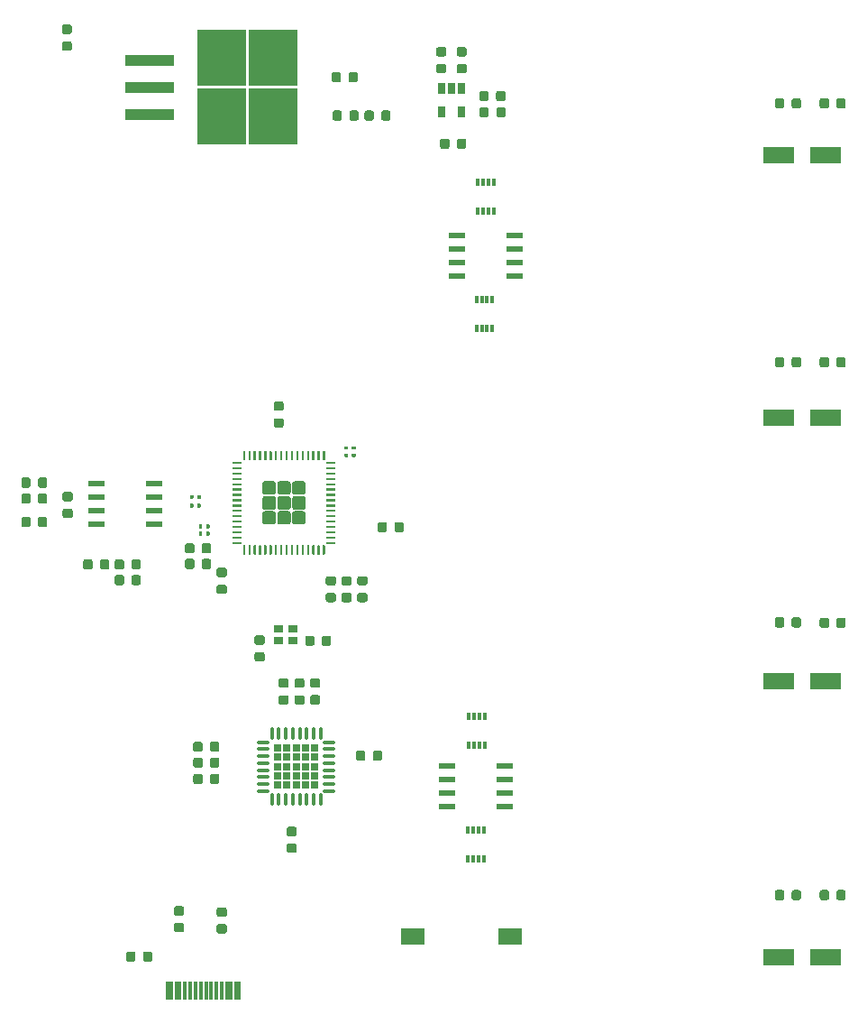
<source format=gbr>
G04 #@! TF.GenerationSoftware,KiCad,Pcbnew,5.0.2-bee76a0~70~ubuntu18.04.1*
G04 #@! TF.CreationDate,2018-12-05T13:48:36+01:00*
G04 #@! TF.ProjectId,usbhub,75736268-7562-42e6-9b69-6361645f7063,rev?*
G04 #@! TF.SameCoordinates,Original*
G04 #@! TF.FileFunction,Paste,Top*
G04 #@! TF.FilePolarity,Positive*
%FSLAX46Y46*%
G04 Gerber Fmt 4.6, Leading zero omitted, Abs format (unit mm)*
G04 Created by KiCad (PCBNEW 5.0.2-bee76a0~70~ubuntu18.04.1) date 2018-12-05T13:48:36 CET*
%MOMM*%
%LPD*%
G01*
G04 APERTURE LIST*
%ADD10R,2.180000X1.600000*%
%ADD11C,0.100000*%
%ADD12C,0.875000*%
%ADD13C,0.318000*%
%ADD14R,3.000000X1.600000*%
%ADD15O,0.350000X1.200000*%
%ADD16O,1.200000X0.350000*%
%ADD17R,0.680000X0.680000*%
%ADD18R,0.900000X0.800000*%
%ADD19C,0.200000*%
%ADD20C,1.263087*%
%ADD21R,1.550000X0.600000*%
%ADD22R,0.650000X1.060000*%
%ADD23R,4.550000X5.250000*%
%ADD24R,4.600000X1.100000*%
%ADD25R,0.300000X0.700000*%
%ADD26R,0.300000X1.750000*%
G04 APERTURE END LIST*
D10*
G04 #@! TO.C,SW1*
X164483000Y-137160000D03*
X155303000Y-137160000D03*
G04 #@! TD*
D11*
G04 #@! TO.C,R6*
G36*
X123150191Y-96998053D02*
X123171426Y-97001203D01*
X123192250Y-97006419D01*
X123212462Y-97013651D01*
X123231868Y-97022830D01*
X123250281Y-97033866D01*
X123267524Y-97046654D01*
X123283430Y-97061070D01*
X123297846Y-97076976D01*
X123310634Y-97094219D01*
X123321670Y-97112632D01*
X123330849Y-97132038D01*
X123338081Y-97152250D01*
X123343297Y-97173074D01*
X123346447Y-97194309D01*
X123347500Y-97215750D01*
X123347500Y-97653250D01*
X123346447Y-97674691D01*
X123343297Y-97695926D01*
X123338081Y-97716750D01*
X123330849Y-97736962D01*
X123321670Y-97756368D01*
X123310634Y-97774781D01*
X123297846Y-97792024D01*
X123283430Y-97807930D01*
X123267524Y-97822346D01*
X123250281Y-97835134D01*
X123231868Y-97846170D01*
X123212462Y-97855349D01*
X123192250Y-97862581D01*
X123171426Y-97867797D01*
X123150191Y-97870947D01*
X123128750Y-97872000D01*
X122616250Y-97872000D01*
X122594809Y-97870947D01*
X122573574Y-97867797D01*
X122552750Y-97862581D01*
X122532538Y-97855349D01*
X122513132Y-97846170D01*
X122494719Y-97835134D01*
X122477476Y-97822346D01*
X122461570Y-97807930D01*
X122447154Y-97792024D01*
X122434366Y-97774781D01*
X122423330Y-97756368D01*
X122414151Y-97736962D01*
X122406919Y-97716750D01*
X122401703Y-97695926D01*
X122398553Y-97674691D01*
X122397500Y-97653250D01*
X122397500Y-97215750D01*
X122398553Y-97194309D01*
X122401703Y-97173074D01*
X122406919Y-97152250D01*
X122414151Y-97132038D01*
X122423330Y-97112632D01*
X122434366Y-97094219D01*
X122447154Y-97076976D01*
X122461570Y-97061070D01*
X122477476Y-97046654D01*
X122494719Y-97033866D01*
X122513132Y-97022830D01*
X122532538Y-97013651D01*
X122552750Y-97006419D01*
X122573574Y-97001203D01*
X122594809Y-96998053D01*
X122616250Y-96997000D01*
X123128750Y-96997000D01*
X123150191Y-96998053D01*
X123150191Y-96998053D01*
G37*
D12*
X122872500Y-97434500D03*
D11*
G36*
X123150191Y-95423053D02*
X123171426Y-95426203D01*
X123192250Y-95431419D01*
X123212462Y-95438651D01*
X123231868Y-95447830D01*
X123250281Y-95458866D01*
X123267524Y-95471654D01*
X123283430Y-95486070D01*
X123297846Y-95501976D01*
X123310634Y-95519219D01*
X123321670Y-95537632D01*
X123330849Y-95557038D01*
X123338081Y-95577250D01*
X123343297Y-95598074D01*
X123346447Y-95619309D01*
X123347500Y-95640750D01*
X123347500Y-96078250D01*
X123346447Y-96099691D01*
X123343297Y-96120926D01*
X123338081Y-96141750D01*
X123330849Y-96161962D01*
X123321670Y-96181368D01*
X123310634Y-96199781D01*
X123297846Y-96217024D01*
X123283430Y-96232930D01*
X123267524Y-96247346D01*
X123250281Y-96260134D01*
X123231868Y-96271170D01*
X123212462Y-96280349D01*
X123192250Y-96287581D01*
X123171426Y-96292797D01*
X123150191Y-96295947D01*
X123128750Y-96297000D01*
X122616250Y-96297000D01*
X122594809Y-96295947D01*
X122573574Y-96292797D01*
X122552750Y-96287581D01*
X122532538Y-96280349D01*
X122513132Y-96271170D01*
X122494719Y-96260134D01*
X122477476Y-96247346D01*
X122461570Y-96232930D01*
X122447154Y-96217024D01*
X122434366Y-96199781D01*
X122423330Y-96181368D01*
X122414151Y-96161962D01*
X122406919Y-96141750D01*
X122401703Y-96120926D01*
X122398553Y-96099691D01*
X122397500Y-96078250D01*
X122397500Y-95640750D01*
X122398553Y-95619309D01*
X122401703Y-95598074D01*
X122406919Y-95577250D01*
X122414151Y-95557038D01*
X122423330Y-95537632D01*
X122434366Y-95519219D01*
X122447154Y-95501976D01*
X122461570Y-95486070D01*
X122477476Y-95471654D01*
X122494719Y-95458866D01*
X122513132Y-95447830D01*
X122532538Y-95438651D01*
X122552750Y-95431419D01*
X122573574Y-95426203D01*
X122594809Y-95423053D01*
X122616250Y-95422000D01*
X123128750Y-95422000D01*
X123150191Y-95423053D01*
X123150191Y-95423053D01*
G37*
D12*
X122872500Y-95859500D03*
G04 #@! TD*
D11*
G04 #@! TO.C,C25*
G36*
X137628191Y-104122753D02*
X137649426Y-104125903D01*
X137670250Y-104131119D01*
X137690462Y-104138351D01*
X137709868Y-104147530D01*
X137728281Y-104158566D01*
X137745524Y-104171354D01*
X137761430Y-104185770D01*
X137775846Y-104201676D01*
X137788634Y-104218919D01*
X137799670Y-104237332D01*
X137808849Y-104256738D01*
X137816081Y-104276950D01*
X137821297Y-104297774D01*
X137824447Y-104319009D01*
X137825500Y-104340450D01*
X137825500Y-104777950D01*
X137824447Y-104799391D01*
X137821297Y-104820626D01*
X137816081Y-104841450D01*
X137808849Y-104861662D01*
X137799670Y-104881068D01*
X137788634Y-104899481D01*
X137775846Y-104916724D01*
X137761430Y-104932630D01*
X137745524Y-104947046D01*
X137728281Y-104959834D01*
X137709868Y-104970870D01*
X137690462Y-104980049D01*
X137670250Y-104987281D01*
X137649426Y-104992497D01*
X137628191Y-104995647D01*
X137606750Y-104996700D01*
X137094250Y-104996700D01*
X137072809Y-104995647D01*
X137051574Y-104992497D01*
X137030750Y-104987281D01*
X137010538Y-104980049D01*
X136991132Y-104970870D01*
X136972719Y-104959834D01*
X136955476Y-104947046D01*
X136939570Y-104932630D01*
X136925154Y-104916724D01*
X136912366Y-104899481D01*
X136901330Y-104881068D01*
X136892151Y-104861662D01*
X136884919Y-104841450D01*
X136879703Y-104820626D01*
X136876553Y-104799391D01*
X136875500Y-104777950D01*
X136875500Y-104340450D01*
X136876553Y-104319009D01*
X136879703Y-104297774D01*
X136884919Y-104276950D01*
X136892151Y-104256738D01*
X136901330Y-104237332D01*
X136912366Y-104218919D01*
X136925154Y-104201676D01*
X136939570Y-104185770D01*
X136955476Y-104171354D01*
X136972719Y-104158566D01*
X136991132Y-104147530D01*
X137010538Y-104138351D01*
X137030750Y-104131119D01*
X137051574Y-104125903D01*
X137072809Y-104122753D01*
X137094250Y-104121700D01*
X137606750Y-104121700D01*
X137628191Y-104122753D01*
X137628191Y-104122753D01*
G37*
D12*
X137350500Y-104559200D03*
D11*
G36*
X137628191Y-102547753D02*
X137649426Y-102550903D01*
X137670250Y-102556119D01*
X137690462Y-102563351D01*
X137709868Y-102572530D01*
X137728281Y-102583566D01*
X137745524Y-102596354D01*
X137761430Y-102610770D01*
X137775846Y-102626676D01*
X137788634Y-102643919D01*
X137799670Y-102662332D01*
X137808849Y-102681738D01*
X137816081Y-102701950D01*
X137821297Y-102722774D01*
X137824447Y-102744009D01*
X137825500Y-102765450D01*
X137825500Y-103202950D01*
X137824447Y-103224391D01*
X137821297Y-103245626D01*
X137816081Y-103266450D01*
X137808849Y-103286662D01*
X137799670Y-103306068D01*
X137788634Y-103324481D01*
X137775846Y-103341724D01*
X137761430Y-103357630D01*
X137745524Y-103372046D01*
X137728281Y-103384834D01*
X137709868Y-103395870D01*
X137690462Y-103405049D01*
X137670250Y-103412281D01*
X137649426Y-103417497D01*
X137628191Y-103420647D01*
X137606750Y-103421700D01*
X137094250Y-103421700D01*
X137072809Y-103420647D01*
X137051574Y-103417497D01*
X137030750Y-103412281D01*
X137010538Y-103405049D01*
X136991132Y-103395870D01*
X136972719Y-103384834D01*
X136955476Y-103372046D01*
X136939570Y-103357630D01*
X136925154Y-103341724D01*
X136912366Y-103324481D01*
X136901330Y-103306068D01*
X136892151Y-103286662D01*
X136884919Y-103266450D01*
X136879703Y-103245626D01*
X136876553Y-103224391D01*
X136875500Y-103202950D01*
X136875500Y-102765450D01*
X136876553Y-102744009D01*
X136879703Y-102722774D01*
X136884919Y-102701950D01*
X136892151Y-102681738D01*
X136901330Y-102662332D01*
X136912366Y-102643919D01*
X136925154Y-102626676D01*
X136939570Y-102610770D01*
X136955476Y-102596354D01*
X136972719Y-102583566D01*
X136991132Y-102572530D01*
X137010538Y-102563351D01*
X137030750Y-102556119D01*
X137051574Y-102550903D01*
X137072809Y-102547753D01*
X137094250Y-102546700D01*
X137606750Y-102546700D01*
X137628191Y-102547753D01*
X137628191Y-102547753D01*
G37*
D12*
X137350500Y-102984200D03*
G04 #@! TD*
D11*
G04 #@! TO.C,R9*
G36*
X134616292Y-96530883D02*
X134624010Y-96532028D01*
X134631578Y-96533923D01*
X134638923Y-96536552D01*
X134645976Y-96539887D01*
X134652668Y-96543898D01*
X134658934Y-96548546D01*
X134664715Y-96553785D01*
X134669954Y-96559566D01*
X134674602Y-96565832D01*
X134678613Y-96572524D01*
X134681948Y-96579577D01*
X134684577Y-96586922D01*
X134686472Y-96594490D01*
X134687617Y-96602208D01*
X134688000Y-96610000D01*
X134688000Y-96811000D01*
X134687617Y-96818792D01*
X134686472Y-96826510D01*
X134684577Y-96834078D01*
X134681948Y-96841423D01*
X134678613Y-96848476D01*
X134674602Y-96855168D01*
X134669954Y-96861434D01*
X134664715Y-96867215D01*
X134658934Y-96872454D01*
X134652668Y-96877102D01*
X134645976Y-96881113D01*
X134638923Y-96884448D01*
X134631578Y-96887077D01*
X134624010Y-96888972D01*
X134616292Y-96890117D01*
X134608500Y-96890500D01*
X134449500Y-96890500D01*
X134441708Y-96890117D01*
X134433990Y-96888972D01*
X134426422Y-96887077D01*
X134419077Y-96884448D01*
X134412024Y-96881113D01*
X134405332Y-96877102D01*
X134399066Y-96872454D01*
X134393285Y-96867215D01*
X134388046Y-96861434D01*
X134383398Y-96855168D01*
X134379387Y-96848476D01*
X134376052Y-96841423D01*
X134373423Y-96834078D01*
X134371528Y-96826510D01*
X134370383Y-96818792D01*
X134370000Y-96811000D01*
X134370000Y-96610000D01*
X134370383Y-96602208D01*
X134371528Y-96594490D01*
X134373423Y-96586922D01*
X134376052Y-96579577D01*
X134379387Y-96572524D01*
X134383398Y-96565832D01*
X134388046Y-96559566D01*
X134393285Y-96553785D01*
X134399066Y-96548546D01*
X134405332Y-96543898D01*
X134412024Y-96539887D01*
X134419077Y-96536552D01*
X134426422Y-96533923D01*
X134433990Y-96532028D01*
X134441708Y-96530883D01*
X134449500Y-96530500D01*
X134608500Y-96530500D01*
X134616292Y-96530883D01*
X134616292Y-96530883D01*
G37*
D13*
X134529000Y-96710500D03*
D11*
G36*
X135306292Y-96530883D02*
X135314010Y-96532028D01*
X135321578Y-96533923D01*
X135328923Y-96536552D01*
X135335976Y-96539887D01*
X135342668Y-96543898D01*
X135348934Y-96548546D01*
X135354715Y-96553785D01*
X135359954Y-96559566D01*
X135364602Y-96565832D01*
X135368613Y-96572524D01*
X135371948Y-96579577D01*
X135374577Y-96586922D01*
X135376472Y-96594490D01*
X135377617Y-96602208D01*
X135378000Y-96610000D01*
X135378000Y-96811000D01*
X135377617Y-96818792D01*
X135376472Y-96826510D01*
X135374577Y-96834078D01*
X135371948Y-96841423D01*
X135368613Y-96848476D01*
X135364602Y-96855168D01*
X135359954Y-96861434D01*
X135354715Y-96867215D01*
X135348934Y-96872454D01*
X135342668Y-96877102D01*
X135335976Y-96881113D01*
X135328923Y-96884448D01*
X135321578Y-96887077D01*
X135314010Y-96888972D01*
X135306292Y-96890117D01*
X135298500Y-96890500D01*
X135139500Y-96890500D01*
X135131708Y-96890117D01*
X135123990Y-96888972D01*
X135116422Y-96887077D01*
X135109077Y-96884448D01*
X135102024Y-96881113D01*
X135095332Y-96877102D01*
X135089066Y-96872454D01*
X135083285Y-96867215D01*
X135078046Y-96861434D01*
X135073398Y-96855168D01*
X135069387Y-96848476D01*
X135066052Y-96841423D01*
X135063423Y-96834078D01*
X135061528Y-96826510D01*
X135060383Y-96818792D01*
X135060000Y-96811000D01*
X135060000Y-96610000D01*
X135060383Y-96602208D01*
X135061528Y-96594490D01*
X135063423Y-96586922D01*
X135066052Y-96579577D01*
X135069387Y-96572524D01*
X135073398Y-96565832D01*
X135078046Y-96559566D01*
X135083285Y-96553785D01*
X135089066Y-96548546D01*
X135095332Y-96543898D01*
X135102024Y-96539887D01*
X135109077Y-96536552D01*
X135116422Y-96533923D01*
X135123990Y-96532028D01*
X135131708Y-96530883D01*
X135139500Y-96530500D01*
X135298500Y-96530500D01*
X135306292Y-96530883D01*
X135306292Y-96530883D01*
G37*
D13*
X135219000Y-96710500D03*
G04 #@! TD*
D11*
G04 #@! TO.C,R11*
G36*
X149168192Y-91829583D02*
X149175910Y-91830728D01*
X149183478Y-91832623D01*
X149190823Y-91835252D01*
X149197876Y-91838587D01*
X149204568Y-91842598D01*
X149210834Y-91847246D01*
X149216615Y-91852485D01*
X149221854Y-91858266D01*
X149226502Y-91864532D01*
X149230513Y-91871224D01*
X149233848Y-91878277D01*
X149236477Y-91885622D01*
X149238372Y-91893190D01*
X149239517Y-91900908D01*
X149239900Y-91908700D01*
X149239900Y-92067700D01*
X149239517Y-92075492D01*
X149238372Y-92083210D01*
X149236477Y-92090778D01*
X149233848Y-92098123D01*
X149230513Y-92105176D01*
X149226502Y-92111868D01*
X149221854Y-92118134D01*
X149216615Y-92123915D01*
X149210834Y-92129154D01*
X149204568Y-92133802D01*
X149197876Y-92137813D01*
X149190823Y-92141148D01*
X149183478Y-92143777D01*
X149175910Y-92145672D01*
X149168192Y-92146817D01*
X149160400Y-92147200D01*
X148959400Y-92147200D01*
X148951608Y-92146817D01*
X148943890Y-92145672D01*
X148936322Y-92143777D01*
X148928977Y-92141148D01*
X148921924Y-92137813D01*
X148915232Y-92133802D01*
X148908966Y-92129154D01*
X148903185Y-92123915D01*
X148897946Y-92118134D01*
X148893298Y-92111868D01*
X148889287Y-92105176D01*
X148885952Y-92098123D01*
X148883323Y-92090778D01*
X148881428Y-92083210D01*
X148880283Y-92075492D01*
X148879900Y-92067700D01*
X148879900Y-91908700D01*
X148880283Y-91900908D01*
X148881428Y-91893190D01*
X148883323Y-91885622D01*
X148885952Y-91878277D01*
X148889287Y-91871224D01*
X148893298Y-91864532D01*
X148897946Y-91858266D01*
X148903185Y-91852485D01*
X148908966Y-91847246D01*
X148915232Y-91842598D01*
X148921924Y-91838587D01*
X148928977Y-91835252D01*
X148936322Y-91832623D01*
X148943890Y-91830728D01*
X148951608Y-91829583D01*
X148959400Y-91829200D01*
X149160400Y-91829200D01*
X149168192Y-91829583D01*
X149168192Y-91829583D01*
G37*
D13*
X149059900Y-91988200D03*
D11*
G36*
X149168192Y-91139583D02*
X149175910Y-91140728D01*
X149183478Y-91142623D01*
X149190823Y-91145252D01*
X149197876Y-91148587D01*
X149204568Y-91152598D01*
X149210834Y-91157246D01*
X149216615Y-91162485D01*
X149221854Y-91168266D01*
X149226502Y-91174532D01*
X149230513Y-91181224D01*
X149233848Y-91188277D01*
X149236477Y-91195622D01*
X149238372Y-91203190D01*
X149239517Y-91210908D01*
X149239900Y-91218700D01*
X149239900Y-91377700D01*
X149239517Y-91385492D01*
X149238372Y-91393210D01*
X149236477Y-91400778D01*
X149233848Y-91408123D01*
X149230513Y-91415176D01*
X149226502Y-91421868D01*
X149221854Y-91428134D01*
X149216615Y-91433915D01*
X149210834Y-91439154D01*
X149204568Y-91443802D01*
X149197876Y-91447813D01*
X149190823Y-91451148D01*
X149183478Y-91453777D01*
X149175910Y-91455672D01*
X149168192Y-91456817D01*
X149160400Y-91457200D01*
X148959400Y-91457200D01*
X148951608Y-91456817D01*
X148943890Y-91455672D01*
X148936322Y-91453777D01*
X148928977Y-91451148D01*
X148921924Y-91447813D01*
X148915232Y-91443802D01*
X148908966Y-91439154D01*
X148903185Y-91433915D01*
X148897946Y-91428134D01*
X148893298Y-91421868D01*
X148889287Y-91415176D01*
X148885952Y-91408123D01*
X148883323Y-91400778D01*
X148881428Y-91393210D01*
X148880283Y-91385492D01*
X148879900Y-91377700D01*
X148879900Y-91218700D01*
X148880283Y-91210908D01*
X148881428Y-91203190D01*
X148883323Y-91195622D01*
X148885952Y-91188277D01*
X148889287Y-91181224D01*
X148893298Y-91174532D01*
X148897946Y-91168266D01*
X148903185Y-91162485D01*
X148908966Y-91157246D01*
X148915232Y-91152598D01*
X148921924Y-91148587D01*
X148928977Y-91145252D01*
X148936322Y-91142623D01*
X148943890Y-91140728D01*
X148951608Y-91139583D01*
X148959400Y-91139200D01*
X149160400Y-91139200D01*
X149168192Y-91139583D01*
X149168192Y-91139583D01*
G37*
D13*
X149059900Y-91298200D03*
G04 #@! TD*
D11*
G04 #@! TO.C,R8*
G36*
X134616292Y-95705383D02*
X134624010Y-95706528D01*
X134631578Y-95708423D01*
X134638923Y-95711052D01*
X134645976Y-95714387D01*
X134652668Y-95718398D01*
X134658934Y-95723046D01*
X134664715Y-95728285D01*
X134669954Y-95734066D01*
X134674602Y-95740332D01*
X134678613Y-95747024D01*
X134681948Y-95754077D01*
X134684577Y-95761422D01*
X134686472Y-95768990D01*
X134687617Y-95776708D01*
X134688000Y-95784500D01*
X134688000Y-95985500D01*
X134687617Y-95993292D01*
X134686472Y-96001010D01*
X134684577Y-96008578D01*
X134681948Y-96015923D01*
X134678613Y-96022976D01*
X134674602Y-96029668D01*
X134669954Y-96035934D01*
X134664715Y-96041715D01*
X134658934Y-96046954D01*
X134652668Y-96051602D01*
X134645976Y-96055613D01*
X134638923Y-96058948D01*
X134631578Y-96061577D01*
X134624010Y-96063472D01*
X134616292Y-96064617D01*
X134608500Y-96065000D01*
X134449500Y-96065000D01*
X134441708Y-96064617D01*
X134433990Y-96063472D01*
X134426422Y-96061577D01*
X134419077Y-96058948D01*
X134412024Y-96055613D01*
X134405332Y-96051602D01*
X134399066Y-96046954D01*
X134393285Y-96041715D01*
X134388046Y-96035934D01*
X134383398Y-96029668D01*
X134379387Y-96022976D01*
X134376052Y-96015923D01*
X134373423Y-96008578D01*
X134371528Y-96001010D01*
X134370383Y-95993292D01*
X134370000Y-95985500D01*
X134370000Y-95784500D01*
X134370383Y-95776708D01*
X134371528Y-95768990D01*
X134373423Y-95761422D01*
X134376052Y-95754077D01*
X134379387Y-95747024D01*
X134383398Y-95740332D01*
X134388046Y-95734066D01*
X134393285Y-95728285D01*
X134399066Y-95723046D01*
X134405332Y-95718398D01*
X134412024Y-95714387D01*
X134419077Y-95711052D01*
X134426422Y-95708423D01*
X134433990Y-95706528D01*
X134441708Y-95705383D01*
X134449500Y-95705000D01*
X134608500Y-95705000D01*
X134616292Y-95705383D01*
X134616292Y-95705383D01*
G37*
D13*
X134529000Y-95885000D03*
D11*
G36*
X135306292Y-95705383D02*
X135314010Y-95706528D01*
X135321578Y-95708423D01*
X135328923Y-95711052D01*
X135335976Y-95714387D01*
X135342668Y-95718398D01*
X135348934Y-95723046D01*
X135354715Y-95728285D01*
X135359954Y-95734066D01*
X135364602Y-95740332D01*
X135368613Y-95747024D01*
X135371948Y-95754077D01*
X135374577Y-95761422D01*
X135376472Y-95768990D01*
X135377617Y-95776708D01*
X135378000Y-95784500D01*
X135378000Y-95985500D01*
X135377617Y-95993292D01*
X135376472Y-96001010D01*
X135374577Y-96008578D01*
X135371948Y-96015923D01*
X135368613Y-96022976D01*
X135364602Y-96029668D01*
X135359954Y-96035934D01*
X135354715Y-96041715D01*
X135348934Y-96046954D01*
X135342668Y-96051602D01*
X135335976Y-96055613D01*
X135328923Y-96058948D01*
X135321578Y-96061577D01*
X135314010Y-96063472D01*
X135306292Y-96064617D01*
X135298500Y-96065000D01*
X135139500Y-96065000D01*
X135131708Y-96064617D01*
X135123990Y-96063472D01*
X135116422Y-96061577D01*
X135109077Y-96058948D01*
X135102024Y-96055613D01*
X135095332Y-96051602D01*
X135089066Y-96046954D01*
X135083285Y-96041715D01*
X135078046Y-96035934D01*
X135073398Y-96029668D01*
X135069387Y-96022976D01*
X135066052Y-96015923D01*
X135063423Y-96008578D01*
X135061528Y-96001010D01*
X135060383Y-95993292D01*
X135060000Y-95985500D01*
X135060000Y-95784500D01*
X135060383Y-95776708D01*
X135061528Y-95768990D01*
X135063423Y-95761422D01*
X135066052Y-95754077D01*
X135069387Y-95747024D01*
X135073398Y-95740332D01*
X135078046Y-95734066D01*
X135083285Y-95728285D01*
X135089066Y-95723046D01*
X135095332Y-95718398D01*
X135102024Y-95714387D01*
X135109077Y-95711052D01*
X135116422Y-95708423D01*
X135123990Y-95706528D01*
X135131708Y-95705383D01*
X135139500Y-95705000D01*
X135298500Y-95705000D01*
X135306292Y-95705383D01*
X135306292Y-95705383D01*
G37*
D13*
X135219000Y-95885000D03*
G04 #@! TD*
D11*
G04 #@! TO.C,R10*
G36*
X149866692Y-91829583D02*
X149874410Y-91830728D01*
X149881978Y-91832623D01*
X149889323Y-91835252D01*
X149896376Y-91838587D01*
X149903068Y-91842598D01*
X149909334Y-91847246D01*
X149915115Y-91852485D01*
X149920354Y-91858266D01*
X149925002Y-91864532D01*
X149929013Y-91871224D01*
X149932348Y-91878277D01*
X149934977Y-91885622D01*
X149936872Y-91893190D01*
X149938017Y-91900908D01*
X149938400Y-91908700D01*
X149938400Y-92067700D01*
X149938017Y-92075492D01*
X149936872Y-92083210D01*
X149934977Y-92090778D01*
X149932348Y-92098123D01*
X149929013Y-92105176D01*
X149925002Y-92111868D01*
X149920354Y-92118134D01*
X149915115Y-92123915D01*
X149909334Y-92129154D01*
X149903068Y-92133802D01*
X149896376Y-92137813D01*
X149889323Y-92141148D01*
X149881978Y-92143777D01*
X149874410Y-92145672D01*
X149866692Y-92146817D01*
X149858900Y-92147200D01*
X149657900Y-92147200D01*
X149650108Y-92146817D01*
X149642390Y-92145672D01*
X149634822Y-92143777D01*
X149627477Y-92141148D01*
X149620424Y-92137813D01*
X149613732Y-92133802D01*
X149607466Y-92129154D01*
X149601685Y-92123915D01*
X149596446Y-92118134D01*
X149591798Y-92111868D01*
X149587787Y-92105176D01*
X149584452Y-92098123D01*
X149581823Y-92090778D01*
X149579928Y-92083210D01*
X149578783Y-92075492D01*
X149578400Y-92067700D01*
X149578400Y-91908700D01*
X149578783Y-91900908D01*
X149579928Y-91893190D01*
X149581823Y-91885622D01*
X149584452Y-91878277D01*
X149587787Y-91871224D01*
X149591798Y-91864532D01*
X149596446Y-91858266D01*
X149601685Y-91852485D01*
X149607466Y-91847246D01*
X149613732Y-91842598D01*
X149620424Y-91838587D01*
X149627477Y-91835252D01*
X149634822Y-91832623D01*
X149642390Y-91830728D01*
X149650108Y-91829583D01*
X149657900Y-91829200D01*
X149858900Y-91829200D01*
X149866692Y-91829583D01*
X149866692Y-91829583D01*
G37*
D13*
X149758400Y-91988200D03*
D11*
G36*
X149866692Y-91139583D02*
X149874410Y-91140728D01*
X149881978Y-91142623D01*
X149889323Y-91145252D01*
X149896376Y-91148587D01*
X149903068Y-91152598D01*
X149909334Y-91157246D01*
X149915115Y-91162485D01*
X149920354Y-91168266D01*
X149925002Y-91174532D01*
X149929013Y-91181224D01*
X149932348Y-91188277D01*
X149934977Y-91195622D01*
X149936872Y-91203190D01*
X149938017Y-91210908D01*
X149938400Y-91218700D01*
X149938400Y-91377700D01*
X149938017Y-91385492D01*
X149936872Y-91393210D01*
X149934977Y-91400778D01*
X149932348Y-91408123D01*
X149929013Y-91415176D01*
X149925002Y-91421868D01*
X149920354Y-91428134D01*
X149915115Y-91433915D01*
X149909334Y-91439154D01*
X149903068Y-91443802D01*
X149896376Y-91447813D01*
X149889323Y-91451148D01*
X149881978Y-91453777D01*
X149874410Y-91455672D01*
X149866692Y-91456817D01*
X149858900Y-91457200D01*
X149657900Y-91457200D01*
X149650108Y-91456817D01*
X149642390Y-91455672D01*
X149634822Y-91453777D01*
X149627477Y-91451148D01*
X149620424Y-91447813D01*
X149613732Y-91443802D01*
X149607466Y-91439154D01*
X149601685Y-91433915D01*
X149596446Y-91428134D01*
X149591798Y-91421868D01*
X149587787Y-91415176D01*
X149584452Y-91408123D01*
X149581823Y-91400778D01*
X149579928Y-91393210D01*
X149578783Y-91385492D01*
X149578400Y-91377700D01*
X149578400Y-91218700D01*
X149578783Y-91210908D01*
X149579928Y-91203190D01*
X149581823Y-91195622D01*
X149584452Y-91188277D01*
X149587787Y-91181224D01*
X149591798Y-91174532D01*
X149596446Y-91168266D01*
X149601685Y-91162485D01*
X149607466Y-91157246D01*
X149613732Y-91152598D01*
X149620424Y-91148587D01*
X149627477Y-91145252D01*
X149634822Y-91142623D01*
X149642390Y-91140728D01*
X149650108Y-91139583D01*
X149657900Y-91139200D01*
X149858900Y-91139200D01*
X149866692Y-91139583D01*
X149866692Y-91139583D01*
G37*
D13*
X149758400Y-91298200D03*
G04 #@! TD*
D11*
G04 #@! TO.C,R12*
G36*
X135454492Y-99159783D02*
X135462210Y-99160928D01*
X135469778Y-99162823D01*
X135477123Y-99165452D01*
X135484176Y-99168787D01*
X135490868Y-99172798D01*
X135497134Y-99177446D01*
X135502915Y-99182685D01*
X135508154Y-99188466D01*
X135512802Y-99194732D01*
X135516813Y-99201424D01*
X135520148Y-99208477D01*
X135522777Y-99215822D01*
X135524672Y-99223390D01*
X135525817Y-99231108D01*
X135526200Y-99238900D01*
X135526200Y-99439900D01*
X135525817Y-99447692D01*
X135524672Y-99455410D01*
X135522777Y-99462978D01*
X135520148Y-99470323D01*
X135516813Y-99477376D01*
X135512802Y-99484068D01*
X135508154Y-99490334D01*
X135502915Y-99496115D01*
X135497134Y-99501354D01*
X135490868Y-99506002D01*
X135484176Y-99510013D01*
X135477123Y-99513348D01*
X135469778Y-99515977D01*
X135462210Y-99517872D01*
X135454492Y-99519017D01*
X135446700Y-99519400D01*
X135287700Y-99519400D01*
X135279908Y-99519017D01*
X135272190Y-99517872D01*
X135264622Y-99515977D01*
X135257277Y-99513348D01*
X135250224Y-99510013D01*
X135243532Y-99506002D01*
X135237266Y-99501354D01*
X135231485Y-99496115D01*
X135226246Y-99490334D01*
X135221598Y-99484068D01*
X135217587Y-99477376D01*
X135214252Y-99470323D01*
X135211623Y-99462978D01*
X135209728Y-99455410D01*
X135208583Y-99447692D01*
X135208200Y-99439900D01*
X135208200Y-99238900D01*
X135208583Y-99231108D01*
X135209728Y-99223390D01*
X135211623Y-99215822D01*
X135214252Y-99208477D01*
X135217587Y-99201424D01*
X135221598Y-99194732D01*
X135226246Y-99188466D01*
X135231485Y-99182685D01*
X135237266Y-99177446D01*
X135243532Y-99172798D01*
X135250224Y-99168787D01*
X135257277Y-99165452D01*
X135264622Y-99162823D01*
X135272190Y-99160928D01*
X135279908Y-99159783D01*
X135287700Y-99159400D01*
X135446700Y-99159400D01*
X135454492Y-99159783D01*
X135454492Y-99159783D01*
G37*
D13*
X135367200Y-99339400D03*
D11*
G36*
X136144492Y-99159783D02*
X136152210Y-99160928D01*
X136159778Y-99162823D01*
X136167123Y-99165452D01*
X136174176Y-99168787D01*
X136180868Y-99172798D01*
X136187134Y-99177446D01*
X136192915Y-99182685D01*
X136198154Y-99188466D01*
X136202802Y-99194732D01*
X136206813Y-99201424D01*
X136210148Y-99208477D01*
X136212777Y-99215822D01*
X136214672Y-99223390D01*
X136215817Y-99231108D01*
X136216200Y-99238900D01*
X136216200Y-99439900D01*
X136215817Y-99447692D01*
X136214672Y-99455410D01*
X136212777Y-99462978D01*
X136210148Y-99470323D01*
X136206813Y-99477376D01*
X136202802Y-99484068D01*
X136198154Y-99490334D01*
X136192915Y-99496115D01*
X136187134Y-99501354D01*
X136180868Y-99506002D01*
X136174176Y-99510013D01*
X136167123Y-99513348D01*
X136159778Y-99515977D01*
X136152210Y-99517872D01*
X136144492Y-99519017D01*
X136136700Y-99519400D01*
X135977700Y-99519400D01*
X135969908Y-99519017D01*
X135962190Y-99517872D01*
X135954622Y-99515977D01*
X135947277Y-99513348D01*
X135940224Y-99510013D01*
X135933532Y-99506002D01*
X135927266Y-99501354D01*
X135921485Y-99496115D01*
X135916246Y-99490334D01*
X135911598Y-99484068D01*
X135907587Y-99477376D01*
X135904252Y-99470323D01*
X135901623Y-99462978D01*
X135899728Y-99455410D01*
X135898583Y-99447692D01*
X135898200Y-99439900D01*
X135898200Y-99238900D01*
X135898583Y-99231108D01*
X135899728Y-99223390D01*
X135901623Y-99215822D01*
X135904252Y-99208477D01*
X135907587Y-99201424D01*
X135911598Y-99194732D01*
X135916246Y-99188466D01*
X135921485Y-99182685D01*
X135927266Y-99177446D01*
X135933532Y-99172798D01*
X135940224Y-99168787D01*
X135947277Y-99165452D01*
X135954622Y-99162823D01*
X135962190Y-99160928D01*
X135969908Y-99159783D01*
X135977700Y-99159400D01*
X136136700Y-99159400D01*
X136144492Y-99159783D01*
X136144492Y-99159783D01*
G37*
D13*
X136057200Y-99339400D03*
G04 #@! TD*
D11*
G04 #@! TO.C,R13*
G36*
X136144492Y-98473983D02*
X136152210Y-98475128D01*
X136159778Y-98477023D01*
X136167123Y-98479652D01*
X136174176Y-98482987D01*
X136180868Y-98486998D01*
X136187134Y-98491646D01*
X136192915Y-98496885D01*
X136198154Y-98502666D01*
X136202802Y-98508932D01*
X136206813Y-98515624D01*
X136210148Y-98522677D01*
X136212777Y-98530022D01*
X136214672Y-98537590D01*
X136215817Y-98545308D01*
X136216200Y-98553100D01*
X136216200Y-98754100D01*
X136215817Y-98761892D01*
X136214672Y-98769610D01*
X136212777Y-98777178D01*
X136210148Y-98784523D01*
X136206813Y-98791576D01*
X136202802Y-98798268D01*
X136198154Y-98804534D01*
X136192915Y-98810315D01*
X136187134Y-98815554D01*
X136180868Y-98820202D01*
X136174176Y-98824213D01*
X136167123Y-98827548D01*
X136159778Y-98830177D01*
X136152210Y-98832072D01*
X136144492Y-98833217D01*
X136136700Y-98833600D01*
X135977700Y-98833600D01*
X135969908Y-98833217D01*
X135962190Y-98832072D01*
X135954622Y-98830177D01*
X135947277Y-98827548D01*
X135940224Y-98824213D01*
X135933532Y-98820202D01*
X135927266Y-98815554D01*
X135921485Y-98810315D01*
X135916246Y-98804534D01*
X135911598Y-98798268D01*
X135907587Y-98791576D01*
X135904252Y-98784523D01*
X135901623Y-98777178D01*
X135899728Y-98769610D01*
X135898583Y-98761892D01*
X135898200Y-98754100D01*
X135898200Y-98553100D01*
X135898583Y-98545308D01*
X135899728Y-98537590D01*
X135901623Y-98530022D01*
X135904252Y-98522677D01*
X135907587Y-98515624D01*
X135911598Y-98508932D01*
X135916246Y-98502666D01*
X135921485Y-98496885D01*
X135927266Y-98491646D01*
X135933532Y-98486998D01*
X135940224Y-98482987D01*
X135947277Y-98479652D01*
X135954622Y-98477023D01*
X135962190Y-98475128D01*
X135969908Y-98473983D01*
X135977700Y-98473600D01*
X136136700Y-98473600D01*
X136144492Y-98473983D01*
X136144492Y-98473983D01*
G37*
D13*
X136057200Y-98653600D03*
D11*
G36*
X135454492Y-98473983D02*
X135462210Y-98475128D01*
X135469778Y-98477023D01*
X135477123Y-98479652D01*
X135484176Y-98482987D01*
X135490868Y-98486998D01*
X135497134Y-98491646D01*
X135502915Y-98496885D01*
X135508154Y-98502666D01*
X135512802Y-98508932D01*
X135516813Y-98515624D01*
X135520148Y-98522677D01*
X135522777Y-98530022D01*
X135524672Y-98537590D01*
X135525817Y-98545308D01*
X135526200Y-98553100D01*
X135526200Y-98754100D01*
X135525817Y-98761892D01*
X135524672Y-98769610D01*
X135522777Y-98777178D01*
X135520148Y-98784523D01*
X135516813Y-98791576D01*
X135512802Y-98798268D01*
X135508154Y-98804534D01*
X135502915Y-98810315D01*
X135497134Y-98815554D01*
X135490868Y-98820202D01*
X135484176Y-98824213D01*
X135477123Y-98827548D01*
X135469778Y-98830177D01*
X135462210Y-98832072D01*
X135454492Y-98833217D01*
X135446700Y-98833600D01*
X135287700Y-98833600D01*
X135279908Y-98833217D01*
X135272190Y-98832072D01*
X135264622Y-98830177D01*
X135257277Y-98827548D01*
X135250224Y-98824213D01*
X135243532Y-98820202D01*
X135237266Y-98815554D01*
X135231485Y-98810315D01*
X135226246Y-98804534D01*
X135221598Y-98798268D01*
X135217587Y-98791576D01*
X135214252Y-98784523D01*
X135211623Y-98777178D01*
X135209728Y-98769610D01*
X135208583Y-98761892D01*
X135208200Y-98754100D01*
X135208200Y-98553100D01*
X135208583Y-98545308D01*
X135209728Y-98537590D01*
X135211623Y-98530022D01*
X135214252Y-98522677D01*
X135217587Y-98515624D01*
X135221598Y-98508932D01*
X135226246Y-98502666D01*
X135231485Y-98496885D01*
X135237266Y-98491646D01*
X135243532Y-98486998D01*
X135250224Y-98482987D01*
X135257277Y-98479652D01*
X135264622Y-98477023D01*
X135272190Y-98475128D01*
X135279908Y-98473983D01*
X135287700Y-98473600D01*
X135446700Y-98473600D01*
X135454492Y-98473983D01*
X135454492Y-98473983D01*
G37*
D13*
X135367200Y-98653600D03*
G04 #@! TD*
D14*
G04 #@! TO.C,C14*
X194065300Y-63809800D03*
X189665300Y-63809800D03*
G04 #@! TD*
G04 #@! TO.C,C13*
X189665300Y-88483400D03*
X194065300Y-88483400D03*
G04 #@! TD*
G04 #@! TO.C,C12*
X194065300Y-113207000D03*
X189665300Y-113207000D03*
G04 #@! TD*
G04 #@! TO.C,C11*
X189665300Y-139127700D03*
X194065300Y-139127700D03*
G04 #@! TD*
D11*
G04 #@! TO.C,D1*
G36*
X195777691Y-107226053D02*
X195798926Y-107229203D01*
X195819750Y-107234419D01*
X195839962Y-107241651D01*
X195859368Y-107250830D01*
X195877781Y-107261866D01*
X195895024Y-107274654D01*
X195910930Y-107289070D01*
X195925346Y-107304976D01*
X195938134Y-107322219D01*
X195949170Y-107340632D01*
X195958349Y-107360038D01*
X195965581Y-107380250D01*
X195970797Y-107401074D01*
X195973947Y-107422309D01*
X195975000Y-107443750D01*
X195975000Y-107956250D01*
X195973947Y-107977691D01*
X195970797Y-107998926D01*
X195965581Y-108019750D01*
X195958349Y-108039962D01*
X195949170Y-108059368D01*
X195938134Y-108077781D01*
X195925346Y-108095024D01*
X195910930Y-108110930D01*
X195895024Y-108125346D01*
X195877781Y-108138134D01*
X195859368Y-108149170D01*
X195839962Y-108158349D01*
X195819750Y-108165581D01*
X195798926Y-108170797D01*
X195777691Y-108173947D01*
X195756250Y-108175000D01*
X195318750Y-108175000D01*
X195297309Y-108173947D01*
X195276074Y-108170797D01*
X195255250Y-108165581D01*
X195235038Y-108158349D01*
X195215632Y-108149170D01*
X195197219Y-108138134D01*
X195179976Y-108125346D01*
X195164070Y-108110930D01*
X195149654Y-108095024D01*
X195136866Y-108077781D01*
X195125830Y-108059368D01*
X195116651Y-108039962D01*
X195109419Y-108019750D01*
X195104203Y-107998926D01*
X195101053Y-107977691D01*
X195100000Y-107956250D01*
X195100000Y-107443750D01*
X195101053Y-107422309D01*
X195104203Y-107401074D01*
X195109419Y-107380250D01*
X195116651Y-107360038D01*
X195125830Y-107340632D01*
X195136866Y-107322219D01*
X195149654Y-107304976D01*
X195164070Y-107289070D01*
X195179976Y-107274654D01*
X195197219Y-107261866D01*
X195215632Y-107250830D01*
X195235038Y-107241651D01*
X195255250Y-107234419D01*
X195276074Y-107229203D01*
X195297309Y-107226053D01*
X195318750Y-107225000D01*
X195756250Y-107225000D01*
X195777691Y-107226053D01*
X195777691Y-107226053D01*
G37*
D12*
X195537500Y-107700000D03*
D11*
G36*
X194202691Y-107226053D02*
X194223926Y-107229203D01*
X194244750Y-107234419D01*
X194264962Y-107241651D01*
X194284368Y-107250830D01*
X194302781Y-107261866D01*
X194320024Y-107274654D01*
X194335930Y-107289070D01*
X194350346Y-107304976D01*
X194363134Y-107322219D01*
X194374170Y-107340632D01*
X194383349Y-107360038D01*
X194390581Y-107380250D01*
X194395797Y-107401074D01*
X194398947Y-107422309D01*
X194400000Y-107443750D01*
X194400000Y-107956250D01*
X194398947Y-107977691D01*
X194395797Y-107998926D01*
X194390581Y-108019750D01*
X194383349Y-108039962D01*
X194374170Y-108059368D01*
X194363134Y-108077781D01*
X194350346Y-108095024D01*
X194335930Y-108110930D01*
X194320024Y-108125346D01*
X194302781Y-108138134D01*
X194284368Y-108149170D01*
X194264962Y-108158349D01*
X194244750Y-108165581D01*
X194223926Y-108170797D01*
X194202691Y-108173947D01*
X194181250Y-108175000D01*
X193743750Y-108175000D01*
X193722309Y-108173947D01*
X193701074Y-108170797D01*
X193680250Y-108165581D01*
X193660038Y-108158349D01*
X193640632Y-108149170D01*
X193622219Y-108138134D01*
X193604976Y-108125346D01*
X193589070Y-108110930D01*
X193574654Y-108095024D01*
X193561866Y-108077781D01*
X193550830Y-108059368D01*
X193541651Y-108039962D01*
X193534419Y-108019750D01*
X193529203Y-107998926D01*
X193526053Y-107977691D01*
X193525000Y-107956250D01*
X193525000Y-107443750D01*
X193526053Y-107422309D01*
X193529203Y-107401074D01*
X193534419Y-107380250D01*
X193541651Y-107360038D01*
X193550830Y-107340632D01*
X193561866Y-107322219D01*
X193574654Y-107304976D01*
X193589070Y-107289070D01*
X193604976Y-107274654D01*
X193622219Y-107261866D01*
X193640632Y-107250830D01*
X193660038Y-107241651D01*
X193680250Y-107234419D01*
X193701074Y-107229203D01*
X193722309Y-107226053D01*
X193743750Y-107225000D01*
X194181250Y-107225000D01*
X194202691Y-107226053D01*
X194202691Y-107226053D01*
G37*
D12*
X193962500Y-107700000D03*
G04 #@! TD*
D15*
G04 #@! TO.C,U11*
X142073200Y-124296100D03*
X142723200Y-124296101D03*
X143373200Y-124296100D03*
X144023200Y-124296100D03*
X144673200Y-124296100D03*
X145323200Y-124296100D03*
X145973200Y-124296101D03*
X146623200Y-124296100D03*
D16*
X147448200Y-123471100D03*
X147448201Y-122821100D03*
X147448200Y-122171100D03*
X147448200Y-121521100D03*
X147448200Y-120871100D03*
X147448200Y-120221100D03*
X147448201Y-119571100D03*
X147448200Y-118921100D03*
D15*
X146623200Y-118096100D03*
X145973200Y-118096099D03*
X145323200Y-118096100D03*
X144673200Y-118096100D03*
X144023200Y-118096100D03*
X143373200Y-118096100D03*
X142723200Y-118096099D03*
X142073200Y-118096100D03*
D16*
X141248200Y-118921100D03*
X141248199Y-119571100D03*
X141248200Y-120221100D03*
X141248200Y-120871100D03*
X141248200Y-121521100D03*
X141248200Y-122171100D03*
X141248199Y-122821100D03*
X141248200Y-123471100D03*
D17*
X142588200Y-122956100D03*
X143468200Y-122956100D03*
X144348200Y-122956100D03*
X145228200Y-122956100D03*
X146108200Y-122956100D03*
X142588200Y-122076100D03*
X143468200Y-122076100D03*
X144348200Y-122076100D03*
X145228200Y-122076100D03*
X146108200Y-122076100D03*
X142588200Y-121196100D03*
X143468200Y-121196100D03*
X144348200Y-121196100D03*
X145228200Y-121196100D03*
X146108200Y-121196100D03*
X142588200Y-120316100D03*
X143468200Y-120316100D03*
X144348200Y-120316100D03*
X145228200Y-120316100D03*
X146108200Y-120316100D03*
X142588200Y-119436100D03*
X143468200Y-119436100D03*
X144348200Y-119436100D03*
X145228200Y-119436100D03*
X146108200Y-119436100D03*
G04 #@! TD*
D11*
G04 #@! TO.C,C1*
G36*
X142974891Y-88501753D02*
X142996126Y-88504903D01*
X143016950Y-88510119D01*
X143037162Y-88517351D01*
X143056568Y-88526530D01*
X143074981Y-88537566D01*
X143092224Y-88550354D01*
X143108130Y-88564770D01*
X143122546Y-88580676D01*
X143135334Y-88597919D01*
X143146370Y-88616332D01*
X143155549Y-88635738D01*
X143162781Y-88655950D01*
X143167997Y-88676774D01*
X143171147Y-88698009D01*
X143172200Y-88719450D01*
X143172200Y-89156950D01*
X143171147Y-89178391D01*
X143167997Y-89199626D01*
X143162781Y-89220450D01*
X143155549Y-89240662D01*
X143146370Y-89260068D01*
X143135334Y-89278481D01*
X143122546Y-89295724D01*
X143108130Y-89311630D01*
X143092224Y-89326046D01*
X143074981Y-89338834D01*
X143056568Y-89349870D01*
X143037162Y-89359049D01*
X143016950Y-89366281D01*
X142996126Y-89371497D01*
X142974891Y-89374647D01*
X142953450Y-89375700D01*
X142440950Y-89375700D01*
X142419509Y-89374647D01*
X142398274Y-89371497D01*
X142377450Y-89366281D01*
X142357238Y-89359049D01*
X142337832Y-89349870D01*
X142319419Y-89338834D01*
X142302176Y-89326046D01*
X142286270Y-89311630D01*
X142271854Y-89295724D01*
X142259066Y-89278481D01*
X142248030Y-89260068D01*
X142238851Y-89240662D01*
X142231619Y-89220450D01*
X142226403Y-89199626D01*
X142223253Y-89178391D01*
X142222200Y-89156950D01*
X142222200Y-88719450D01*
X142223253Y-88698009D01*
X142226403Y-88676774D01*
X142231619Y-88655950D01*
X142238851Y-88635738D01*
X142248030Y-88616332D01*
X142259066Y-88597919D01*
X142271854Y-88580676D01*
X142286270Y-88564770D01*
X142302176Y-88550354D01*
X142319419Y-88537566D01*
X142337832Y-88526530D01*
X142357238Y-88517351D01*
X142377450Y-88510119D01*
X142398274Y-88504903D01*
X142419509Y-88501753D01*
X142440950Y-88500700D01*
X142953450Y-88500700D01*
X142974891Y-88501753D01*
X142974891Y-88501753D01*
G37*
D12*
X142697200Y-88938200D03*
D11*
G36*
X142974891Y-86926753D02*
X142996126Y-86929903D01*
X143016950Y-86935119D01*
X143037162Y-86942351D01*
X143056568Y-86951530D01*
X143074981Y-86962566D01*
X143092224Y-86975354D01*
X143108130Y-86989770D01*
X143122546Y-87005676D01*
X143135334Y-87022919D01*
X143146370Y-87041332D01*
X143155549Y-87060738D01*
X143162781Y-87080950D01*
X143167997Y-87101774D01*
X143171147Y-87123009D01*
X143172200Y-87144450D01*
X143172200Y-87581950D01*
X143171147Y-87603391D01*
X143167997Y-87624626D01*
X143162781Y-87645450D01*
X143155549Y-87665662D01*
X143146370Y-87685068D01*
X143135334Y-87703481D01*
X143122546Y-87720724D01*
X143108130Y-87736630D01*
X143092224Y-87751046D01*
X143074981Y-87763834D01*
X143056568Y-87774870D01*
X143037162Y-87784049D01*
X143016950Y-87791281D01*
X142996126Y-87796497D01*
X142974891Y-87799647D01*
X142953450Y-87800700D01*
X142440950Y-87800700D01*
X142419509Y-87799647D01*
X142398274Y-87796497D01*
X142377450Y-87791281D01*
X142357238Y-87784049D01*
X142337832Y-87774870D01*
X142319419Y-87763834D01*
X142302176Y-87751046D01*
X142286270Y-87736630D01*
X142271854Y-87720724D01*
X142259066Y-87703481D01*
X142248030Y-87685068D01*
X142238851Y-87665662D01*
X142231619Y-87645450D01*
X142226403Y-87624626D01*
X142223253Y-87603391D01*
X142222200Y-87581950D01*
X142222200Y-87144450D01*
X142223253Y-87123009D01*
X142226403Y-87101774D01*
X142231619Y-87080950D01*
X142238851Y-87060738D01*
X142248030Y-87041332D01*
X142259066Y-87022919D01*
X142271854Y-87005676D01*
X142286270Y-86989770D01*
X142302176Y-86975354D01*
X142319419Y-86962566D01*
X142337832Y-86951530D01*
X142357238Y-86942351D01*
X142377450Y-86935119D01*
X142398274Y-86929903D01*
X142419509Y-86926753D01*
X142440950Y-86925700D01*
X142953450Y-86925700D01*
X142974891Y-86926753D01*
X142974891Y-86926753D01*
G37*
D12*
X142697200Y-87363200D03*
G04 #@! TD*
D11*
G04 #@! TO.C,C10*
G36*
X147433291Y-108911153D02*
X147454526Y-108914303D01*
X147475350Y-108919519D01*
X147495562Y-108926751D01*
X147514968Y-108935930D01*
X147533381Y-108946966D01*
X147550624Y-108959754D01*
X147566530Y-108974170D01*
X147580946Y-108990076D01*
X147593734Y-109007319D01*
X147604770Y-109025732D01*
X147613949Y-109045138D01*
X147621181Y-109065350D01*
X147626397Y-109086174D01*
X147629547Y-109107409D01*
X147630600Y-109128850D01*
X147630600Y-109641350D01*
X147629547Y-109662791D01*
X147626397Y-109684026D01*
X147621181Y-109704850D01*
X147613949Y-109725062D01*
X147604770Y-109744468D01*
X147593734Y-109762881D01*
X147580946Y-109780124D01*
X147566530Y-109796030D01*
X147550624Y-109810446D01*
X147533381Y-109823234D01*
X147514968Y-109834270D01*
X147495562Y-109843449D01*
X147475350Y-109850681D01*
X147454526Y-109855897D01*
X147433291Y-109859047D01*
X147411850Y-109860100D01*
X146974350Y-109860100D01*
X146952909Y-109859047D01*
X146931674Y-109855897D01*
X146910850Y-109850681D01*
X146890638Y-109843449D01*
X146871232Y-109834270D01*
X146852819Y-109823234D01*
X146835576Y-109810446D01*
X146819670Y-109796030D01*
X146805254Y-109780124D01*
X146792466Y-109762881D01*
X146781430Y-109744468D01*
X146772251Y-109725062D01*
X146765019Y-109704850D01*
X146759803Y-109684026D01*
X146756653Y-109662791D01*
X146755600Y-109641350D01*
X146755600Y-109128850D01*
X146756653Y-109107409D01*
X146759803Y-109086174D01*
X146765019Y-109065350D01*
X146772251Y-109045138D01*
X146781430Y-109025732D01*
X146792466Y-109007319D01*
X146805254Y-108990076D01*
X146819670Y-108974170D01*
X146835576Y-108959754D01*
X146852819Y-108946966D01*
X146871232Y-108935930D01*
X146890638Y-108926751D01*
X146910850Y-108919519D01*
X146931674Y-108914303D01*
X146952909Y-108911153D01*
X146974350Y-108910100D01*
X147411850Y-108910100D01*
X147433291Y-108911153D01*
X147433291Y-108911153D01*
G37*
D12*
X147193100Y-109385100D03*
D11*
G36*
X145858291Y-108911153D02*
X145879526Y-108914303D01*
X145900350Y-108919519D01*
X145920562Y-108926751D01*
X145939968Y-108935930D01*
X145958381Y-108946966D01*
X145975624Y-108959754D01*
X145991530Y-108974170D01*
X146005946Y-108990076D01*
X146018734Y-109007319D01*
X146029770Y-109025732D01*
X146038949Y-109045138D01*
X146046181Y-109065350D01*
X146051397Y-109086174D01*
X146054547Y-109107409D01*
X146055600Y-109128850D01*
X146055600Y-109641350D01*
X146054547Y-109662791D01*
X146051397Y-109684026D01*
X146046181Y-109704850D01*
X146038949Y-109725062D01*
X146029770Y-109744468D01*
X146018734Y-109762881D01*
X146005946Y-109780124D01*
X145991530Y-109796030D01*
X145975624Y-109810446D01*
X145958381Y-109823234D01*
X145939968Y-109834270D01*
X145920562Y-109843449D01*
X145900350Y-109850681D01*
X145879526Y-109855897D01*
X145858291Y-109859047D01*
X145836850Y-109860100D01*
X145399350Y-109860100D01*
X145377909Y-109859047D01*
X145356674Y-109855897D01*
X145335850Y-109850681D01*
X145315638Y-109843449D01*
X145296232Y-109834270D01*
X145277819Y-109823234D01*
X145260576Y-109810446D01*
X145244670Y-109796030D01*
X145230254Y-109780124D01*
X145217466Y-109762881D01*
X145206430Y-109744468D01*
X145197251Y-109725062D01*
X145190019Y-109704850D01*
X145184803Y-109684026D01*
X145181653Y-109662791D01*
X145180600Y-109641350D01*
X145180600Y-109128850D01*
X145181653Y-109107409D01*
X145184803Y-109086174D01*
X145190019Y-109065350D01*
X145197251Y-109045138D01*
X145206430Y-109025732D01*
X145217466Y-109007319D01*
X145230254Y-108990076D01*
X145244670Y-108974170D01*
X145260576Y-108959754D01*
X145277819Y-108946966D01*
X145296232Y-108935930D01*
X145315638Y-108926751D01*
X145335850Y-108919519D01*
X145356674Y-108914303D01*
X145377909Y-108911153D01*
X145399350Y-108910100D01*
X145836850Y-108910100D01*
X145858291Y-108911153D01*
X145858291Y-108911153D01*
G37*
D12*
X145618100Y-109385100D03*
G04 #@! TD*
D11*
G04 #@! TO.C,C8*
G36*
X120763291Y-97773253D02*
X120784526Y-97776403D01*
X120805350Y-97781619D01*
X120825562Y-97788851D01*
X120844968Y-97798030D01*
X120863381Y-97809066D01*
X120880624Y-97821854D01*
X120896530Y-97836270D01*
X120910946Y-97852176D01*
X120923734Y-97869419D01*
X120934770Y-97887832D01*
X120943949Y-97907238D01*
X120951181Y-97927450D01*
X120956397Y-97948274D01*
X120959547Y-97969509D01*
X120960600Y-97990950D01*
X120960600Y-98503450D01*
X120959547Y-98524891D01*
X120956397Y-98546126D01*
X120951181Y-98566950D01*
X120943949Y-98587162D01*
X120934770Y-98606568D01*
X120923734Y-98624981D01*
X120910946Y-98642224D01*
X120896530Y-98658130D01*
X120880624Y-98672546D01*
X120863381Y-98685334D01*
X120844968Y-98696370D01*
X120825562Y-98705549D01*
X120805350Y-98712781D01*
X120784526Y-98717997D01*
X120763291Y-98721147D01*
X120741850Y-98722200D01*
X120304350Y-98722200D01*
X120282909Y-98721147D01*
X120261674Y-98717997D01*
X120240850Y-98712781D01*
X120220638Y-98705549D01*
X120201232Y-98696370D01*
X120182819Y-98685334D01*
X120165576Y-98672546D01*
X120149670Y-98658130D01*
X120135254Y-98642224D01*
X120122466Y-98624981D01*
X120111430Y-98606568D01*
X120102251Y-98587162D01*
X120095019Y-98566950D01*
X120089803Y-98546126D01*
X120086653Y-98524891D01*
X120085600Y-98503450D01*
X120085600Y-97990950D01*
X120086653Y-97969509D01*
X120089803Y-97948274D01*
X120095019Y-97927450D01*
X120102251Y-97907238D01*
X120111430Y-97887832D01*
X120122466Y-97869419D01*
X120135254Y-97852176D01*
X120149670Y-97836270D01*
X120165576Y-97821854D01*
X120182819Y-97809066D01*
X120201232Y-97798030D01*
X120220638Y-97788851D01*
X120240850Y-97781619D01*
X120261674Y-97776403D01*
X120282909Y-97773253D01*
X120304350Y-97772200D01*
X120741850Y-97772200D01*
X120763291Y-97773253D01*
X120763291Y-97773253D01*
G37*
D12*
X120523100Y-98247200D03*
D11*
G36*
X119188291Y-97773253D02*
X119209526Y-97776403D01*
X119230350Y-97781619D01*
X119250562Y-97788851D01*
X119269968Y-97798030D01*
X119288381Y-97809066D01*
X119305624Y-97821854D01*
X119321530Y-97836270D01*
X119335946Y-97852176D01*
X119348734Y-97869419D01*
X119359770Y-97887832D01*
X119368949Y-97907238D01*
X119376181Y-97927450D01*
X119381397Y-97948274D01*
X119384547Y-97969509D01*
X119385600Y-97990950D01*
X119385600Y-98503450D01*
X119384547Y-98524891D01*
X119381397Y-98546126D01*
X119376181Y-98566950D01*
X119368949Y-98587162D01*
X119359770Y-98606568D01*
X119348734Y-98624981D01*
X119335946Y-98642224D01*
X119321530Y-98658130D01*
X119305624Y-98672546D01*
X119288381Y-98685334D01*
X119269968Y-98696370D01*
X119250562Y-98705549D01*
X119230350Y-98712781D01*
X119209526Y-98717997D01*
X119188291Y-98721147D01*
X119166850Y-98722200D01*
X118729350Y-98722200D01*
X118707909Y-98721147D01*
X118686674Y-98717997D01*
X118665850Y-98712781D01*
X118645638Y-98705549D01*
X118626232Y-98696370D01*
X118607819Y-98685334D01*
X118590576Y-98672546D01*
X118574670Y-98658130D01*
X118560254Y-98642224D01*
X118547466Y-98624981D01*
X118536430Y-98606568D01*
X118527251Y-98587162D01*
X118520019Y-98566950D01*
X118514803Y-98546126D01*
X118511653Y-98524891D01*
X118510600Y-98503450D01*
X118510600Y-97990950D01*
X118511653Y-97969509D01*
X118514803Y-97948274D01*
X118520019Y-97927450D01*
X118527251Y-97907238D01*
X118536430Y-97887832D01*
X118547466Y-97869419D01*
X118560254Y-97852176D01*
X118574670Y-97836270D01*
X118590576Y-97821854D01*
X118607819Y-97809066D01*
X118626232Y-97798030D01*
X118645638Y-97788851D01*
X118665850Y-97781619D01*
X118686674Y-97776403D01*
X118707909Y-97773253D01*
X118729350Y-97772200D01*
X119166850Y-97772200D01*
X119188291Y-97773253D01*
X119188291Y-97773253D01*
G37*
D12*
X118948100Y-98247200D03*
G04 #@! TD*
D11*
G04 #@! TO.C,C7*
G36*
X126592591Y-101748353D02*
X126613826Y-101751503D01*
X126634650Y-101756719D01*
X126654862Y-101763951D01*
X126674268Y-101773130D01*
X126692681Y-101784166D01*
X126709924Y-101796954D01*
X126725830Y-101811370D01*
X126740246Y-101827276D01*
X126753034Y-101844519D01*
X126764070Y-101862932D01*
X126773249Y-101882338D01*
X126780481Y-101902550D01*
X126785697Y-101923374D01*
X126788847Y-101944609D01*
X126789900Y-101966050D01*
X126789900Y-102478550D01*
X126788847Y-102499991D01*
X126785697Y-102521226D01*
X126780481Y-102542050D01*
X126773249Y-102562262D01*
X126764070Y-102581668D01*
X126753034Y-102600081D01*
X126740246Y-102617324D01*
X126725830Y-102633230D01*
X126709924Y-102647646D01*
X126692681Y-102660434D01*
X126674268Y-102671470D01*
X126654862Y-102680649D01*
X126634650Y-102687881D01*
X126613826Y-102693097D01*
X126592591Y-102696247D01*
X126571150Y-102697300D01*
X126133650Y-102697300D01*
X126112209Y-102696247D01*
X126090974Y-102693097D01*
X126070150Y-102687881D01*
X126049938Y-102680649D01*
X126030532Y-102671470D01*
X126012119Y-102660434D01*
X125994876Y-102647646D01*
X125978970Y-102633230D01*
X125964554Y-102617324D01*
X125951766Y-102600081D01*
X125940730Y-102581668D01*
X125931551Y-102562262D01*
X125924319Y-102542050D01*
X125919103Y-102521226D01*
X125915953Y-102499991D01*
X125914900Y-102478550D01*
X125914900Y-101966050D01*
X125915953Y-101944609D01*
X125919103Y-101923374D01*
X125924319Y-101902550D01*
X125931551Y-101882338D01*
X125940730Y-101862932D01*
X125951766Y-101844519D01*
X125964554Y-101827276D01*
X125978970Y-101811370D01*
X125994876Y-101796954D01*
X126012119Y-101784166D01*
X126030532Y-101773130D01*
X126049938Y-101763951D01*
X126070150Y-101756719D01*
X126090974Y-101751503D01*
X126112209Y-101748353D01*
X126133650Y-101747300D01*
X126571150Y-101747300D01*
X126592591Y-101748353D01*
X126592591Y-101748353D01*
G37*
D12*
X126352400Y-102222300D03*
D11*
G36*
X125017591Y-101748353D02*
X125038826Y-101751503D01*
X125059650Y-101756719D01*
X125079862Y-101763951D01*
X125099268Y-101773130D01*
X125117681Y-101784166D01*
X125134924Y-101796954D01*
X125150830Y-101811370D01*
X125165246Y-101827276D01*
X125178034Y-101844519D01*
X125189070Y-101862932D01*
X125198249Y-101882338D01*
X125205481Y-101902550D01*
X125210697Y-101923374D01*
X125213847Y-101944609D01*
X125214900Y-101966050D01*
X125214900Y-102478550D01*
X125213847Y-102499991D01*
X125210697Y-102521226D01*
X125205481Y-102542050D01*
X125198249Y-102562262D01*
X125189070Y-102581668D01*
X125178034Y-102600081D01*
X125165246Y-102617324D01*
X125150830Y-102633230D01*
X125134924Y-102647646D01*
X125117681Y-102660434D01*
X125099268Y-102671470D01*
X125079862Y-102680649D01*
X125059650Y-102687881D01*
X125038826Y-102693097D01*
X125017591Y-102696247D01*
X124996150Y-102697300D01*
X124558650Y-102697300D01*
X124537209Y-102696247D01*
X124515974Y-102693097D01*
X124495150Y-102687881D01*
X124474938Y-102680649D01*
X124455532Y-102671470D01*
X124437119Y-102660434D01*
X124419876Y-102647646D01*
X124403970Y-102633230D01*
X124389554Y-102617324D01*
X124376766Y-102600081D01*
X124365730Y-102581668D01*
X124356551Y-102562262D01*
X124349319Y-102542050D01*
X124344103Y-102521226D01*
X124340953Y-102499991D01*
X124339900Y-102478550D01*
X124339900Y-101966050D01*
X124340953Y-101944609D01*
X124344103Y-101923374D01*
X124349319Y-101902550D01*
X124356551Y-101882338D01*
X124365730Y-101862932D01*
X124376766Y-101844519D01*
X124389554Y-101827276D01*
X124403970Y-101811370D01*
X124419876Y-101796954D01*
X124437119Y-101784166D01*
X124455532Y-101773130D01*
X124474938Y-101763951D01*
X124495150Y-101756719D01*
X124515974Y-101751503D01*
X124537209Y-101748353D01*
X124558650Y-101747300D01*
X124996150Y-101747300D01*
X125017591Y-101748353D01*
X125017591Y-101748353D01*
G37*
D12*
X124777400Y-102222300D03*
G04 #@! TD*
D11*
G04 #@! TO.C,C6*
G36*
X149927691Y-56026053D02*
X149948926Y-56029203D01*
X149969750Y-56034419D01*
X149989962Y-56041651D01*
X150009368Y-56050830D01*
X150027781Y-56061866D01*
X150045024Y-56074654D01*
X150060930Y-56089070D01*
X150075346Y-56104976D01*
X150088134Y-56122219D01*
X150099170Y-56140632D01*
X150108349Y-56160038D01*
X150115581Y-56180250D01*
X150120797Y-56201074D01*
X150123947Y-56222309D01*
X150125000Y-56243750D01*
X150125000Y-56756250D01*
X150123947Y-56777691D01*
X150120797Y-56798926D01*
X150115581Y-56819750D01*
X150108349Y-56839962D01*
X150099170Y-56859368D01*
X150088134Y-56877781D01*
X150075346Y-56895024D01*
X150060930Y-56910930D01*
X150045024Y-56925346D01*
X150027781Y-56938134D01*
X150009368Y-56949170D01*
X149989962Y-56958349D01*
X149969750Y-56965581D01*
X149948926Y-56970797D01*
X149927691Y-56973947D01*
X149906250Y-56975000D01*
X149468750Y-56975000D01*
X149447309Y-56973947D01*
X149426074Y-56970797D01*
X149405250Y-56965581D01*
X149385038Y-56958349D01*
X149365632Y-56949170D01*
X149347219Y-56938134D01*
X149329976Y-56925346D01*
X149314070Y-56910930D01*
X149299654Y-56895024D01*
X149286866Y-56877781D01*
X149275830Y-56859368D01*
X149266651Y-56839962D01*
X149259419Y-56819750D01*
X149254203Y-56798926D01*
X149251053Y-56777691D01*
X149250000Y-56756250D01*
X149250000Y-56243750D01*
X149251053Y-56222309D01*
X149254203Y-56201074D01*
X149259419Y-56180250D01*
X149266651Y-56160038D01*
X149275830Y-56140632D01*
X149286866Y-56122219D01*
X149299654Y-56104976D01*
X149314070Y-56089070D01*
X149329976Y-56074654D01*
X149347219Y-56061866D01*
X149365632Y-56050830D01*
X149385038Y-56041651D01*
X149405250Y-56034419D01*
X149426074Y-56029203D01*
X149447309Y-56026053D01*
X149468750Y-56025000D01*
X149906250Y-56025000D01*
X149927691Y-56026053D01*
X149927691Y-56026053D01*
G37*
D12*
X149687500Y-56500000D03*
D11*
G36*
X148352691Y-56026053D02*
X148373926Y-56029203D01*
X148394750Y-56034419D01*
X148414962Y-56041651D01*
X148434368Y-56050830D01*
X148452781Y-56061866D01*
X148470024Y-56074654D01*
X148485930Y-56089070D01*
X148500346Y-56104976D01*
X148513134Y-56122219D01*
X148524170Y-56140632D01*
X148533349Y-56160038D01*
X148540581Y-56180250D01*
X148545797Y-56201074D01*
X148548947Y-56222309D01*
X148550000Y-56243750D01*
X148550000Y-56756250D01*
X148548947Y-56777691D01*
X148545797Y-56798926D01*
X148540581Y-56819750D01*
X148533349Y-56839962D01*
X148524170Y-56859368D01*
X148513134Y-56877781D01*
X148500346Y-56895024D01*
X148485930Y-56910930D01*
X148470024Y-56925346D01*
X148452781Y-56938134D01*
X148434368Y-56949170D01*
X148414962Y-56958349D01*
X148394750Y-56965581D01*
X148373926Y-56970797D01*
X148352691Y-56973947D01*
X148331250Y-56975000D01*
X147893750Y-56975000D01*
X147872309Y-56973947D01*
X147851074Y-56970797D01*
X147830250Y-56965581D01*
X147810038Y-56958349D01*
X147790632Y-56949170D01*
X147772219Y-56938134D01*
X147754976Y-56925346D01*
X147739070Y-56910930D01*
X147724654Y-56895024D01*
X147711866Y-56877781D01*
X147700830Y-56859368D01*
X147691651Y-56839962D01*
X147684419Y-56819750D01*
X147679203Y-56798926D01*
X147676053Y-56777691D01*
X147675000Y-56756250D01*
X147675000Y-56243750D01*
X147676053Y-56222309D01*
X147679203Y-56201074D01*
X147684419Y-56180250D01*
X147691651Y-56160038D01*
X147700830Y-56140632D01*
X147711866Y-56122219D01*
X147724654Y-56104976D01*
X147739070Y-56089070D01*
X147754976Y-56074654D01*
X147772219Y-56061866D01*
X147790632Y-56050830D01*
X147810038Y-56041651D01*
X147830250Y-56034419D01*
X147851074Y-56029203D01*
X147872309Y-56026053D01*
X147893750Y-56025000D01*
X148331250Y-56025000D01*
X148352691Y-56026053D01*
X148352691Y-56026053D01*
G37*
D12*
X148112500Y-56500000D03*
G04 #@! TD*
D11*
G04 #@! TO.C,C5*
G36*
X123077691Y-51576053D02*
X123098926Y-51579203D01*
X123119750Y-51584419D01*
X123139962Y-51591651D01*
X123159368Y-51600830D01*
X123177781Y-51611866D01*
X123195024Y-51624654D01*
X123210930Y-51639070D01*
X123225346Y-51654976D01*
X123238134Y-51672219D01*
X123249170Y-51690632D01*
X123258349Y-51710038D01*
X123265581Y-51730250D01*
X123270797Y-51751074D01*
X123273947Y-51772309D01*
X123275000Y-51793750D01*
X123275000Y-52231250D01*
X123273947Y-52252691D01*
X123270797Y-52273926D01*
X123265581Y-52294750D01*
X123258349Y-52314962D01*
X123249170Y-52334368D01*
X123238134Y-52352781D01*
X123225346Y-52370024D01*
X123210930Y-52385930D01*
X123195024Y-52400346D01*
X123177781Y-52413134D01*
X123159368Y-52424170D01*
X123139962Y-52433349D01*
X123119750Y-52440581D01*
X123098926Y-52445797D01*
X123077691Y-52448947D01*
X123056250Y-52450000D01*
X122543750Y-52450000D01*
X122522309Y-52448947D01*
X122501074Y-52445797D01*
X122480250Y-52440581D01*
X122460038Y-52433349D01*
X122440632Y-52424170D01*
X122422219Y-52413134D01*
X122404976Y-52400346D01*
X122389070Y-52385930D01*
X122374654Y-52370024D01*
X122361866Y-52352781D01*
X122350830Y-52334368D01*
X122341651Y-52314962D01*
X122334419Y-52294750D01*
X122329203Y-52273926D01*
X122326053Y-52252691D01*
X122325000Y-52231250D01*
X122325000Y-51793750D01*
X122326053Y-51772309D01*
X122329203Y-51751074D01*
X122334419Y-51730250D01*
X122341651Y-51710038D01*
X122350830Y-51690632D01*
X122361866Y-51672219D01*
X122374654Y-51654976D01*
X122389070Y-51639070D01*
X122404976Y-51624654D01*
X122422219Y-51611866D01*
X122440632Y-51600830D01*
X122460038Y-51591651D01*
X122480250Y-51584419D01*
X122501074Y-51579203D01*
X122522309Y-51576053D01*
X122543750Y-51575000D01*
X123056250Y-51575000D01*
X123077691Y-51576053D01*
X123077691Y-51576053D01*
G37*
D12*
X122800000Y-52012500D03*
D11*
G36*
X123077691Y-53151053D02*
X123098926Y-53154203D01*
X123119750Y-53159419D01*
X123139962Y-53166651D01*
X123159368Y-53175830D01*
X123177781Y-53186866D01*
X123195024Y-53199654D01*
X123210930Y-53214070D01*
X123225346Y-53229976D01*
X123238134Y-53247219D01*
X123249170Y-53265632D01*
X123258349Y-53285038D01*
X123265581Y-53305250D01*
X123270797Y-53326074D01*
X123273947Y-53347309D01*
X123275000Y-53368750D01*
X123275000Y-53806250D01*
X123273947Y-53827691D01*
X123270797Y-53848926D01*
X123265581Y-53869750D01*
X123258349Y-53889962D01*
X123249170Y-53909368D01*
X123238134Y-53927781D01*
X123225346Y-53945024D01*
X123210930Y-53960930D01*
X123195024Y-53975346D01*
X123177781Y-53988134D01*
X123159368Y-53999170D01*
X123139962Y-54008349D01*
X123119750Y-54015581D01*
X123098926Y-54020797D01*
X123077691Y-54023947D01*
X123056250Y-54025000D01*
X122543750Y-54025000D01*
X122522309Y-54023947D01*
X122501074Y-54020797D01*
X122480250Y-54015581D01*
X122460038Y-54008349D01*
X122440632Y-53999170D01*
X122422219Y-53988134D01*
X122404976Y-53975346D01*
X122389070Y-53960930D01*
X122374654Y-53945024D01*
X122361866Y-53927781D01*
X122350830Y-53909368D01*
X122341651Y-53889962D01*
X122334419Y-53869750D01*
X122329203Y-53848926D01*
X122326053Y-53827691D01*
X122325000Y-53806250D01*
X122325000Y-53368750D01*
X122326053Y-53347309D01*
X122329203Y-53326074D01*
X122334419Y-53305250D01*
X122341651Y-53285038D01*
X122350830Y-53265632D01*
X122361866Y-53247219D01*
X122374654Y-53229976D01*
X122389070Y-53214070D01*
X122404976Y-53199654D01*
X122422219Y-53186866D01*
X122440632Y-53175830D01*
X122460038Y-53166651D01*
X122480250Y-53159419D01*
X122501074Y-53154203D01*
X122522309Y-53151053D01*
X122543750Y-53150000D01*
X123056250Y-53150000D01*
X123077691Y-53151053D01*
X123077691Y-53151053D01*
G37*
D12*
X122800000Y-53587500D03*
G04 #@! TD*
D11*
G04 #@! TO.C,C4*
G36*
X160170691Y-53678153D02*
X160191926Y-53681303D01*
X160212750Y-53686519D01*
X160232962Y-53693751D01*
X160252368Y-53702930D01*
X160270781Y-53713966D01*
X160288024Y-53726754D01*
X160303930Y-53741170D01*
X160318346Y-53757076D01*
X160331134Y-53774319D01*
X160342170Y-53792732D01*
X160351349Y-53812138D01*
X160358581Y-53832350D01*
X160363797Y-53853174D01*
X160366947Y-53874409D01*
X160368000Y-53895850D01*
X160368000Y-54333350D01*
X160366947Y-54354791D01*
X160363797Y-54376026D01*
X160358581Y-54396850D01*
X160351349Y-54417062D01*
X160342170Y-54436468D01*
X160331134Y-54454881D01*
X160318346Y-54472124D01*
X160303930Y-54488030D01*
X160288024Y-54502446D01*
X160270781Y-54515234D01*
X160252368Y-54526270D01*
X160232962Y-54535449D01*
X160212750Y-54542681D01*
X160191926Y-54547897D01*
X160170691Y-54551047D01*
X160149250Y-54552100D01*
X159636750Y-54552100D01*
X159615309Y-54551047D01*
X159594074Y-54547897D01*
X159573250Y-54542681D01*
X159553038Y-54535449D01*
X159533632Y-54526270D01*
X159515219Y-54515234D01*
X159497976Y-54502446D01*
X159482070Y-54488030D01*
X159467654Y-54472124D01*
X159454866Y-54454881D01*
X159443830Y-54436468D01*
X159434651Y-54417062D01*
X159427419Y-54396850D01*
X159422203Y-54376026D01*
X159419053Y-54354791D01*
X159418000Y-54333350D01*
X159418000Y-53895850D01*
X159419053Y-53874409D01*
X159422203Y-53853174D01*
X159427419Y-53832350D01*
X159434651Y-53812138D01*
X159443830Y-53792732D01*
X159454866Y-53774319D01*
X159467654Y-53757076D01*
X159482070Y-53741170D01*
X159497976Y-53726754D01*
X159515219Y-53713966D01*
X159533632Y-53702930D01*
X159553038Y-53693751D01*
X159573250Y-53686519D01*
X159594074Y-53681303D01*
X159615309Y-53678153D01*
X159636750Y-53677100D01*
X160149250Y-53677100D01*
X160170691Y-53678153D01*
X160170691Y-53678153D01*
G37*
D12*
X159893000Y-54114600D03*
D11*
G36*
X160170691Y-55253153D02*
X160191926Y-55256303D01*
X160212750Y-55261519D01*
X160232962Y-55268751D01*
X160252368Y-55277930D01*
X160270781Y-55288966D01*
X160288024Y-55301754D01*
X160303930Y-55316170D01*
X160318346Y-55332076D01*
X160331134Y-55349319D01*
X160342170Y-55367732D01*
X160351349Y-55387138D01*
X160358581Y-55407350D01*
X160363797Y-55428174D01*
X160366947Y-55449409D01*
X160368000Y-55470850D01*
X160368000Y-55908350D01*
X160366947Y-55929791D01*
X160363797Y-55951026D01*
X160358581Y-55971850D01*
X160351349Y-55992062D01*
X160342170Y-56011468D01*
X160331134Y-56029881D01*
X160318346Y-56047124D01*
X160303930Y-56063030D01*
X160288024Y-56077446D01*
X160270781Y-56090234D01*
X160252368Y-56101270D01*
X160232962Y-56110449D01*
X160212750Y-56117681D01*
X160191926Y-56122897D01*
X160170691Y-56126047D01*
X160149250Y-56127100D01*
X159636750Y-56127100D01*
X159615309Y-56126047D01*
X159594074Y-56122897D01*
X159573250Y-56117681D01*
X159553038Y-56110449D01*
X159533632Y-56101270D01*
X159515219Y-56090234D01*
X159497976Y-56077446D01*
X159482070Y-56063030D01*
X159467654Y-56047124D01*
X159454866Y-56029881D01*
X159443830Y-56011468D01*
X159434651Y-55992062D01*
X159427419Y-55971850D01*
X159422203Y-55951026D01*
X159419053Y-55929791D01*
X159418000Y-55908350D01*
X159418000Y-55470850D01*
X159419053Y-55449409D01*
X159422203Y-55428174D01*
X159427419Y-55407350D01*
X159434651Y-55387138D01*
X159443830Y-55367732D01*
X159454866Y-55349319D01*
X159467654Y-55332076D01*
X159482070Y-55316170D01*
X159497976Y-55301754D01*
X159515219Y-55288966D01*
X159533632Y-55277930D01*
X159553038Y-55268751D01*
X159573250Y-55261519D01*
X159594074Y-55256303D01*
X159615309Y-55253153D01*
X159636750Y-55252100D01*
X160149250Y-55252100D01*
X160170691Y-55253153D01*
X160170691Y-55253153D01*
G37*
D12*
X159893000Y-55689600D03*
G04 #@! TD*
D11*
G04 #@! TO.C,C3*
G36*
X158545591Y-62264053D02*
X158566826Y-62267203D01*
X158587650Y-62272419D01*
X158607862Y-62279651D01*
X158627268Y-62288830D01*
X158645681Y-62299866D01*
X158662924Y-62312654D01*
X158678830Y-62327070D01*
X158693246Y-62342976D01*
X158706034Y-62360219D01*
X158717070Y-62378632D01*
X158726249Y-62398038D01*
X158733481Y-62418250D01*
X158738697Y-62439074D01*
X158741847Y-62460309D01*
X158742900Y-62481750D01*
X158742900Y-62994250D01*
X158741847Y-63015691D01*
X158738697Y-63036926D01*
X158733481Y-63057750D01*
X158726249Y-63077962D01*
X158717070Y-63097368D01*
X158706034Y-63115781D01*
X158693246Y-63133024D01*
X158678830Y-63148930D01*
X158662924Y-63163346D01*
X158645681Y-63176134D01*
X158627268Y-63187170D01*
X158607862Y-63196349D01*
X158587650Y-63203581D01*
X158566826Y-63208797D01*
X158545591Y-63211947D01*
X158524150Y-63213000D01*
X158086650Y-63213000D01*
X158065209Y-63211947D01*
X158043974Y-63208797D01*
X158023150Y-63203581D01*
X158002938Y-63196349D01*
X157983532Y-63187170D01*
X157965119Y-63176134D01*
X157947876Y-63163346D01*
X157931970Y-63148930D01*
X157917554Y-63133024D01*
X157904766Y-63115781D01*
X157893730Y-63097368D01*
X157884551Y-63077962D01*
X157877319Y-63057750D01*
X157872103Y-63036926D01*
X157868953Y-63015691D01*
X157867900Y-62994250D01*
X157867900Y-62481750D01*
X157868953Y-62460309D01*
X157872103Y-62439074D01*
X157877319Y-62418250D01*
X157884551Y-62398038D01*
X157893730Y-62378632D01*
X157904766Y-62360219D01*
X157917554Y-62342976D01*
X157931970Y-62327070D01*
X157947876Y-62312654D01*
X157965119Y-62299866D01*
X157983532Y-62288830D01*
X158002938Y-62279651D01*
X158023150Y-62272419D01*
X158043974Y-62267203D01*
X158065209Y-62264053D01*
X158086650Y-62263000D01*
X158524150Y-62263000D01*
X158545591Y-62264053D01*
X158545591Y-62264053D01*
G37*
D12*
X158305400Y-62738000D03*
D11*
G36*
X160120591Y-62264053D02*
X160141826Y-62267203D01*
X160162650Y-62272419D01*
X160182862Y-62279651D01*
X160202268Y-62288830D01*
X160220681Y-62299866D01*
X160237924Y-62312654D01*
X160253830Y-62327070D01*
X160268246Y-62342976D01*
X160281034Y-62360219D01*
X160292070Y-62378632D01*
X160301249Y-62398038D01*
X160308481Y-62418250D01*
X160313697Y-62439074D01*
X160316847Y-62460309D01*
X160317900Y-62481750D01*
X160317900Y-62994250D01*
X160316847Y-63015691D01*
X160313697Y-63036926D01*
X160308481Y-63057750D01*
X160301249Y-63077962D01*
X160292070Y-63097368D01*
X160281034Y-63115781D01*
X160268246Y-63133024D01*
X160253830Y-63148930D01*
X160237924Y-63163346D01*
X160220681Y-63176134D01*
X160202268Y-63187170D01*
X160182862Y-63196349D01*
X160162650Y-63203581D01*
X160141826Y-63208797D01*
X160120591Y-63211947D01*
X160099150Y-63213000D01*
X159661650Y-63213000D01*
X159640209Y-63211947D01*
X159618974Y-63208797D01*
X159598150Y-63203581D01*
X159577938Y-63196349D01*
X159558532Y-63187170D01*
X159540119Y-63176134D01*
X159522876Y-63163346D01*
X159506970Y-63148930D01*
X159492554Y-63133024D01*
X159479766Y-63115781D01*
X159468730Y-63097368D01*
X159459551Y-63077962D01*
X159452319Y-63057750D01*
X159447103Y-63036926D01*
X159443953Y-63015691D01*
X159442900Y-62994250D01*
X159442900Y-62481750D01*
X159443953Y-62460309D01*
X159447103Y-62439074D01*
X159452319Y-62418250D01*
X159459551Y-62398038D01*
X159468730Y-62378632D01*
X159479766Y-62360219D01*
X159492554Y-62342976D01*
X159506970Y-62327070D01*
X159522876Y-62312654D01*
X159540119Y-62299866D01*
X159558532Y-62288830D01*
X159577938Y-62279651D01*
X159598150Y-62272419D01*
X159618974Y-62267203D01*
X159640209Y-62264053D01*
X159661650Y-62263000D01*
X160099150Y-62263000D01*
X160120591Y-62264053D01*
X160120591Y-62264053D01*
G37*
D12*
X159880400Y-62738000D03*
G04 #@! TD*
D11*
G04 #@! TO.C,C2*
G36*
X147877091Y-103322453D02*
X147898326Y-103325603D01*
X147919150Y-103330819D01*
X147939362Y-103338051D01*
X147958768Y-103347230D01*
X147977181Y-103358266D01*
X147994424Y-103371054D01*
X148010330Y-103385470D01*
X148024746Y-103401376D01*
X148037534Y-103418619D01*
X148048570Y-103437032D01*
X148057749Y-103456438D01*
X148064981Y-103476650D01*
X148070197Y-103497474D01*
X148073347Y-103518709D01*
X148074400Y-103540150D01*
X148074400Y-103977650D01*
X148073347Y-103999091D01*
X148070197Y-104020326D01*
X148064981Y-104041150D01*
X148057749Y-104061362D01*
X148048570Y-104080768D01*
X148037534Y-104099181D01*
X148024746Y-104116424D01*
X148010330Y-104132330D01*
X147994424Y-104146746D01*
X147977181Y-104159534D01*
X147958768Y-104170570D01*
X147939362Y-104179749D01*
X147919150Y-104186981D01*
X147898326Y-104192197D01*
X147877091Y-104195347D01*
X147855650Y-104196400D01*
X147343150Y-104196400D01*
X147321709Y-104195347D01*
X147300474Y-104192197D01*
X147279650Y-104186981D01*
X147259438Y-104179749D01*
X147240032Y-104170570D01*
X147221619Y-104159534D01*
X147204376Y-104146746D01*
X147188470Y-104132330D01*
X147174054Y-104116424D01*
X147161266Y-104099181D01*
X147150230Y-104080768D01*
X147141051Y-104061362D01*
X147133819Y-104041150D01*
X147128603Y-104020326D01*
X147125453Y-103999091D01*
X147124400Y-103977650D01*
X147124400Y-103540150D01*
X147125453Y-103518709D01*
X147128603Y-103497474D01*
X147133819Y-103476650D01*
X147141051Y-103456438D01*
X147150230Y-103437032D01*
X147161266Y-103418619D01*
X147174054Y-103401376D01*
X147188470Y-103385470D01*
X147204376Y-103371054D01*
X147221619Y-103358266D01*
X147240032Y-103347230D01*
X147259438Y-103338051D01*
X147279650Y-103330819D01*
X147300474Y-103325603D01*
X147321709Y-103322453D01*
X147343150Y-103321400D01*
X147855650Y-103321400D01*
X147877091Y-103322453D01*
X147877091Y-103322453D01*
G37*
D12*
X147599400Y-103758900D03*
D11*
G36*
X147877091Y-104897453D02*
X147898326Y-104900603D01*
X147919150Y-104905819D01*
X147939362Y-104913051D01*
X147958768Y-104922230D01*
X147977181Y-104933266D01*
X147994424Y-104946054D01*
X148010330Y-104960470D01*
X148024746Y-104976376D01*
X148037534Y-104993619D01*
X148048570Y-105012032D01*
X148057749Y-105031438D01*
X148064981Y-105051650D01*
X148070197Y-105072474D01*
X148073347Y-105093709D01*
X148074400Y-105115150D01*
X148074400Y-105552650D01*
X148073347Y-105574091D01*
X148070197Y-105595326D01*
X148064981Y-105616150D01*
X148057749Y-105636362D01*
X148048570Y-105655768D01*
X148037534Y-105674181D01*
X148024746Y-105691424D01*
X148010330Y-105707330D01*
X147994424Y-105721746D01*
X147977181Y-105734534D01*
X147958768Y-105745570D01*
X147939362Y-105754749D01*
X147919150Y-105761981D01*
X147898326Y-105767197D01*
X147877091Y-105770347D01*
X147855650Y-105771400D01*
X147343150Y-105771400D01*
X147321709Y-105770347D01*
X147300474Y-105767197D01*
X147279650Y-105761981D01*
X147259438Y-105754749D01*
X147240032Y-105745570D01*
X147221619Y-105734534D01*
X147204376Y-105721746D01*
X147188470Y-105707330D01*
X147174054Y-105691424D01*
X147161266Y-105674181D01*
X147150230Y-105655768D01*
X147141051Y-105636362D01*
X147133819Y-105616150D01*
X147128603Y-105595326D01*
X147125453Y-105574091D01*
X147124400Y-105552650D01*
X147124400Y-105115150D01*
X147125453Y-105093709D01*
X147128603Y-105072474D01*
X147133819Y-105051650D01*
X147141051Y-105031438D01*
X147150230Y-105012032D01*
X147161266Y-104993619D01*
X147174054Y-104976376D01*
X147188470Y-104960470D01*
X147204376Y-104946054D01*
X147221619Y-104933266D01*
X147240032Y-104922230D01*
X147259438Y-104913051D01*
X147279650Y-104905819D01*
X147300474Y-104900603D01*
X147321709Y-104897453D01*
X147343150Y-104896400D01*
X147855650Y-104896400D01*
X147877091Y-104897453D01*
X147877091Y-104897453D01*
G37*
D12*
X147599400Y-105333900D03*
G04 #@! TD*
D11*
G04 #@! TO.C,C15*
G36*
X144917991Y-112923653D02*
X144939226Y-112926803D01*
X144960050Y-112932019D01*
X144980262Y-112939251D01*
X144999668Y-112948430D01*
X145018081Y-112959466D01*
X145035324Y-112972254D01*
X145051230Y-112986670D01*
X145065646Y-113002576D01*
X145078434Y-113019819D01*
X145089470Y-113038232D01*
X145098649Y-113057638D01*
X145105881Y-113077850D01*
X145111097Y-113098674D01*
X145114247Y-113119909D01*
X145115300Y-113141350D01*
X145115300Y-113578850D01*
X145114247Y-113600291D01*
X145111097Y-113621526D01*
X145105881Y-113642350D01*
X145098649Y-113662562D01*
X145089470Y-113681968D01*
X145078434Y-113700381D01*
X145065646Y-113717624D01*
X145051230Y-113733530D01*
X145035324Y-113747946D01*
X145018081Y-113760734D01*
X144999668Y-113771770D01*
X144980262Y-113780949D01*
X144960050Y-113788181D01*
X144939226Y-113793397D01*
X144917991Y-113796547D01*
X144896550Y-113797600D01*
X144384050Y-113797600D01*
X144362609Y-113796547D01*
X144341374Y-113793397D01*
X144320550Y-113788181D01*
X144300338Y-113780949D01*
X144280932Y-113771770D01*
X144262519Y-113760734D01*
X144245276Y-113747946D01*
X144229370Y-113733530D01*
X144214954Y-113717624D01*
X144202166Y-113700381D01*
X144191130Y-113681968D01*
X144181951Y-113662562D01*
X144174719Y-113642350D01*
X144169503Y-113621526D01*
X144166353Y-113600291D01*
X144165300Y-113578850D01*
X144165300Y-113141350D01*
X144166353Y-113119909D01*
X144169503Y-113098674D01*
X144174719Y-113077850D01*
X144181951Y-113057638D01*
X144191130Y-113038232D01*
X144202166Y-113019819D01*
X144214954Y-113002576D01*
X144229370Y-112986670D01*
X144245276Y-112972254D01*
X144262519Y-112959466D01*
X144280932Y-112948430D01*
X144300338Y-112939251D01*
X144320550Y-112932019D01*
X144341374Y-112926803D01*
X144362609Y-112923653D01*
X144384050Y-112922600D01*
X144896550Y-112922600D01*
X144917991Y-112923653D01*
X144917991Y-112923653D01*
G37*
D12*
X144640300Y-113360100D03*
D11*
G36*
X144917991Y-114498653D02*
X144939226Y-114501803D01*
X144960050Y-114507019D01*
X144980262Y-114514251D01*
X144999668Y-114523430D01*
X145018081Y-114534466D01*
X145035324Y-114547254D01*
X145051230Y-114561670D01*
X145065646Y-114577576D01*
X145078434Y-114594819D01*
X145089470Y-114613232D01*
X145098649Y-114632638D01*
X145105881Y-114652850D01*
X145111097Y-114673674D01*
X145114247Y-114694909D01*
X145115300Y-114716350D01*
X145115300Y-115153850D01*
X145114247Y-115175291D01*
X145111097Y-115196526D01*
X145105881Y-115217350D01*
X145098649Y-115237562D01*
X145089470Y-115256968D01*
X145078434Y-115275381D01*
X145065646Y-115292624D01*
X145051230Y-115308530D01*
X145035324Y-115322946D01*
X145018081Y-115335734D01*
X144999668Y-115346770D01*
X144980262Y-115355949D01*
X144960050Y-115363181D01*
X144939226Y-115368397D01*
X144917991Y-115371547D01*
X144896550Y-115372600D01*
X144384050Y-115372600D01*
X144362609Y-115371547D01*
X144341374Y-115368397D01*
X144320550Y-115363181D01*
X144300338Y-115355949D01*
X144280932Y-115346770D01*
X144262519Y-115335734D01*
X144245276Y-115322946D01*
X144229370Y-115308530D01*
X144214954Y-115292624D01*
X144202166Y-115275381D01*
X144191130Y-115256968D01*
X144181951Y-115237562D01*
X144174719Y-115217350D01*
X144169503Y-115196526D01*
X144166353Y-115175291D01*
X144165300Y-115153850D01*
X144165300Y-114716350D01*
X144166353Y-114694909D01*
X144169503Y-114673674D01*
X144174719Y-114652850D01*
X144181951Y-114632638D01*
X144191130Y-114613232D01*
X144202166Y-114594819D01*
X144214954Y-114577576D01*
X144229370Y-114561670D01*
X144245276Y-114547254D01*
X144262519Y-114534466D01*
X144280932Y-114523430D01*
X144300338Y-114514251D01*
X144320550Y-114507019D01*
X144341374Y-114501803D01*
X144362609Y-114498653D01*
X144384050Y-114497600D01*
X144896550Y-114497600D01*
X144917991Y-114498653D01*
X144917991Y-114498653D01*
G37*
D12*
X144640300Y-114935100D03*
G04 #@! TD*
D11*
G04 #@! TO.C,C16*
G36*
X143444791Y-112923653D02*
X143466026Y-112926803D01*
X143486850Y-112932019D01*
X143507062Y-112939251D01*
X143526468Y-112948430D01*
X143544881Y-112959466D01*
X143562124Y-112972254D01*
X143578030Y-112986670D01*
X143592446Y-113002576D01*
X143605234Y-113019819D01*
X143616270Y-113038232D01*
X143625449Y-113057638D01*
X143632681Y-113077850D01*
X143637897Y-113098674D01*
X143641047Y-113119909D01*
X143642100Y-113141350D01*
X143642100Y-113578850D01*
X143641047Y-113600291D01*
X143637897Y-113621526D01*
X143632681Y-113642350D01*
X143625449Y-113662562D01*
X143616270Y-113681968D01*
X143605234Y-113700381D01*
X143592446Y-113717624D01*
X143578030Y-113733530D01*
X143562124Y-113747946D01*
X143544881Y-113760734D01*
X143526468Y-113771770D01*
X143507062Y-113780949D01*
X143486850Y-113788181D01*
X143466026Y-113793397D01*
X143444791Y-113796547D01*
X143423350Y-113797600D01*
X142910850Y-113797600D01*
X142889409Y-113796547D01*
X142868174Y-113793397D01*
X142847350Y-113788181D01*
X142827138Y-113780949D01*
X142807732Y-113771770D01*
X142789319Y-113760734D01*
X142772076Y-113747946D01*
X142756170Y-113733530D01*
X142741754Y-113717624D01*
X142728966Y-113700381D01*
X142717930Y-113681968D01*
X142708751Y-113662562D01*
X142701519Y-113642350D01*
X142696303Y-113621526D01*
X142693153Y-113600291D01*
X142692100Y-113578850D01*
X142692100Y-113141350D01*
X142693153Y-113119909D01*
X142696303Y-113098674D01*
X142701519Y-113077850D01*
X142708751Y-113057638D01*
X142717930Y-113038232D01*
X142728966Y-113019819D01*
X142741754Y-113002576D01*
X142756170Y-112986670D01*
X142772076Y-112972254D01*
X142789319Y-112959466D01*
X142807732Y-112948430D01*
X142827138Y-112939251D01*
X142847350Y-112932019D01*
X142868174Y-112926803D01*
X142889409Y-112923653D01*
X142910850Y-112922600D01*
X143423350Y-112922600D01*
X143444791Y-112923653D01*
X143444791Y-112923653D01*
G37*
D12*
X143167100Y-113360100D03*
D11*
G36*
X143444791Y-114498653D02*
X143466026Y-114501803D01*
X143486850Y-114507019D01*
X143507062Y-114514251D01*
X143526468Y-114523430D01*
X143544881Y-114534466D01*
X143562124Y-114547254D01*
X143578030Y-114561670D01*
X143592446Y-114577576D01*
X143605234Y-114594819D01*
X143616270Y-114613232D01*
X143625449Y-114632638D01*
X143632681Y-114652850D01*
X143637897Y-114673674D01*
X143641047Y-114694909D01*
X143642100Y-114716350D01*
X143642100Y-115153850D01*
X143641047Y-115175291D01*
X143637897Y-115196526D01*
X143632681Y-115217350D01*
X143625449Y-115237562D01*
X143616270Y-115256968D01*
X143605234Y-115275381D01*
X143592446Y-115292624D01*
X143578030Y-115308530D01*
X143562124Y-115322946D01*
X143544881Y-115335734D01*
X143526468Y-115346770D01*
X143507062Y-115355949D01*
X143486850Y-115363181D01*
X143466026Y-115368397D01*
X143444791Y-115371547D01*
X143423350Y-115372600D01*
X142910850Y-115372600D01*
X142889409Y-115371547D01*
X142868174Y-115368397D01*
X142847350Y-115363181D01*
X142827138Y-115355949D01*
X142807732Y-115346770D01*
X142789319Y-115335734D01*
X142772076Y-115322946D01*
X142756170Y-115308530D01*
X142741754Y-115292624D01*
X142728966Y-115275381D01*
X142717930Y-115256968D01*
X142708751Y-115237562D01*
X142701519Y-115217350D01*
X142696303Y-115196526D01*
X142693153Y-115175291D01*
X142692100Y-115153850D01*
X142692100Y-114716350D01*
X142693153Y-114694909D01*
X142696303Y-114673674D01*
X142701519Y-114652850D01*
X142708751Y-114632638D01*
X142717930Y-114613232D01*
X142728966Y-114594819D01*
X142741754Y-114577576D01*
X142756170Y-114561670D01*
X142772076Y-114547254D01*
X142789319Y-114534466D01*
X142807732Y-114523430D01*
X142827138Y-114514251D01*
X142847350Y-114507019D01*
X142868174Y-114501803D01*
X142889409Y-114498653D01*
X142910850Y-114497600D01*
X143423350Y-114497600D01*
X143444791Y-114498653D01*
X143444791Y-114498653D01*
G37*
D12*
X143167100Y-114935100D03*
G04 #@! TD*
D11*
G04 #@! TO.C,C17*
G36*
X144206791Y-128417853D02*
X144228026Y-128421003D01*
X144248850Y-128426219D01*
X144269062Y-128433451D01*
X144288468Y-128442630D01*
X144306881Y-128453666D01*
X144324124Y-128466454D01*
X144340030Y-128480870D01*
X144354446Y-128496776D01*
X144367234Y-128514019D01*
X144378270Y-128532432D01*
X144387449Y-128551838D01*
X144394681Y-128572050D01*
X144399897Y-128592874D01*
X144403047Y-128614109D01*
X144404100Y-128635550D01*
X144404100Y-129073050D01*
X144403047Y-129094491D01*
X144399897Y-129115726D01*
X144394681Y-129136550D01*
X144387449Y-129156762D01*
X144378270Y-129176168D01*
X144367234Y-129194581D01*
X144354446Y-129211824D01*
X144340030Y-129227730D01*
X144324124Y-129242146D01*
X144306881Y-129254934D01*
X144288468Y-129265970D01*
X144269062Y-129275149D01*
X144248850Y-129282381D01*
X144228026Y-129287597D01*
X144206791Y-129290747D01*
X144185350Y-129291800D01*
X143672850Y-129291800D01*
X143651409Y-129290747D01*
X143630174Y-129287597D01*
X143609350Y-129282381D01*
X143589138Y-129275149D01*
X143569732Y-129265970D01*
X143551319Y-129254934D01*
X143534076Y-129242146D01*
X143518170Y-129227730D01*
X143503754Y-129211824D01*
X143490966Y-129194581D01*
X143479930Y-129176168D01*
X143470751Y-129156762D01*
X143463519Y-129136550D01*
X143458303Y-129115726D01*
X143455153Y-129094491D01*
X143454100Y-129073050D01*
X143454100Y-128635550D01*
X143455153Y-128614109D01*
X143458303Y-128592874D01*
X143463519Y-128572050D01*
X143470751Y-128551838D01*
X143479930Y-128532432D01*
X143490966Y-128514019D01*
X143503754Y-128496776D01*
X143518170Y-128480870D01*
X143534076Y-128466454D01*
X143551319Y-128453666D01*
X143569732Y-128442630D01*
X143589138Y-128433451D01*
X143609350Y-128426219D01*
X143630174Y-128421003D01*
X143651409Y-128417853D01*
X143672850Y-128416800D01*
X144185350Y-128416800D01*
X144206791Y-128417853D01*
X144206791Y-128417853D01*
G37*
D12*
X143929100Y-128854300D03*
D11*
G36*
X144206791Y-126842853D02*
X144228026Y-126846003D01*
X144248850Y-126851219D01*
X144269062Y-126858451D01*
X144288468Y-126867630D01*
X144306881Y-126878666D01*
X144324124Y-126891454D01*
X144340030Y-126905870D01*
X144354446Y-126921776D01*
X144367234Y-126939019D01*
X144378270Y-126957432D01*
X144387449Y-126976838D01*
X144394681Y-126997050D01*
X144399897Y-127017874D01*
X144403047Y-127039109D01*
X144404100Y-127060550D01*
X144404100Y-127498050D01*
X144403047Y-127519491D01*
X144399897Y-127540726D01*
X144394681Y-127561550D01*
X144387449Y-127581762D01*
X144378270Y-127601168D01*
X144367234Y-127619581D01*
X144354446Y-127636824D01*
X144340030Y-127652730D01*
X144324124Y-127667146D01*
X144306881Y-127679934D01*
X144288468Y-127690970D01*
X144269062Y-127700149D01*
X144248850Y-127707381D01*
X144228026Y-127712597D01*
X144206791Y-127715747D01*
X144185350Y-127716800D01*
X143672850Y-127716800D01*
X143651409Y-127715747D01*
X143630174Y-127712597D01*
X143609350Y-127707381D01*
X143589138Y-127700149D01*
X143569732Y-127690970D01*
X143551319Y-127679934D01*
X143534076Y-127667146D01*
X143518170Y-127652730D01*
X143503754Y-127636824D01*
X143490966Y-127619581D01*
X143479930Y-127601168D01*
X143470751Y-127581762D01*
X143463519Y-127561550D01*
X143458303Y-127540726D01*
X143455153Y-127519491D01*
X143454100Y-127498050D01*
X143454100Y-127060550D01*
X143455153Y-127039109D01*
X143458303Y-127017874D01*
X143463519Y-126997050D01*
X143470751Y-126976838D01*
X143479930Y-126957432D01*
X143490966Y-126939019D01*
X143503754Y-126921776D01*
X143518170Y-126905870D01*
X143534076Y-126891454D01*
X143551319Y-126878666D01*
X143569732Y-126867630D01*
X143589138Y-126858451D01*
X143609350Y-126851219D01*
X143630174Y-126846003D01*
X143651409Y-126842853D01*
X143672850Y-126841800D01*
X144185350Y-126841800D01*
X144206791Y-126842853D01*
X144206791Y-126842853D01*
G37*
D12*
X143929100Y-127279300D03*
G04 #@! TD*
D11*
G04 #@! TO.C,C18*
G36*
X152221191Y-119706153D02*
X152242426Y-119709303D01*
X152263250Y-119714519D01*
X152283462Y-119721751D01*
X152302868Y-119730930D01*
X152321281Y-119741966D01*
X152338524Y-119754754D01*
X152354430Y-119769170D01*
X152368846Y-119785076D01*
X152381634Y-119802319D01*
X152392670Y-119820732D01*
X152401849Y-119840138D01*
X152409081Y-119860350D01*
X152414297Y-119881174D01*
X152417447Y-119902409D01*
X152418500Y-119923850D01*
X152418500Y-120436350D01*
X152417447Y-120457791D01*
X152414297Y-120479026D01*
X152409081Y-120499850D01*
X152401849Y-120520062D01*
X152392670Y-120539468D01*
X152381634Y-120557881D01*
X152368846Y-120575124D01*
X152354430Y-120591030D01*
X152338524Y-120605446D01*
X152321281Y-120618234D01*
X152302868Y-120629270D01*
X152283462Y-120638449D01*
X152263250Y-120645681D01*
X152242426Y-120650897D01*
X152221191Y-120654047D01*
X152199750Y-120655100D01*
X151762250Y-120655100D01*
X151740809Y-120654047D01*
X151719574Y-120650897D01*
X151698750Y-120645681D01*
X151678538Y-120638449D01*
X151659132Y-120629270D01*
X151640719Y-120618234D01*
X151623476Y-120605446D01*
X151607570Y-120591030D01*
X151593154Y-120575124D01*
X151580366Y-120557881D01*
X151569330Y-120539468D01*
X151560151Y-120520062D01*
X151552919Y-120499850D01*
X151547703Y-120479026D01*
X151544553Y-120457791D01*
X151543500Y-120436350D01*
X151543500Y-119923850D01*
X151544553Y-119902409D01*
X151547703Y-119881174D01*
X151552919Y-119860350D01*
X151560151Y-119840138D01*
X151569330Y-119820732D01*
X151580366Y-119802319D01*
X151593154Y-119785076D01*
X151607570Y-119769170D01*
X151623476Y-119754754D01*
X151640719Y-119741966D01*
X151659132Y-119730930D01*
X151678538Y-119721751D01*
X151698750Y-119714519D01*
X151719574Y-119709303D01*
X151740809Y-119706153D01*
X151762250Y-119705100D01*
X152199750Y-119705100D01*
X152221191Y-119706153D01*
X152221191Y-119706153D01*
G37*
D12*
X151981000Y-120180100D03*
D11*
G36*
X150646191Y-119706153D02*
X150667426Y-119709303D01*
X150688250Y-119714519D01*
X150708462Y-119721751D01*
X150727868Y-119730930D01*
X150746281Y-119741966D01*
X150763524Y-119754754D01*
X150779430Y-119769170D01*
X150793846Y-119785076D01*
X150806634Y-119802319D01*
X150817670Y-119820732D01*
X150826849Y-119840138D01*
X150834081Y-119860350D01*
X150839297Y-119881174D01*
X150842447Y-119902409D01*
X150843500Y-119923850D01*
X150843500Y-120436350D01*
X150842447Y-120457791D01*
X150839297Y-120479026D01*
X150834081Y-120499850D01*
X150826849Y-120520062D01*
X150817670Y-120539468D01*
X150806634Y-120557881D01*
X150793846Y-120575124D01*
X150779430Y-120591030D01*
X150763524Y-120605446D01*
X150746281Y-120618234D01*
X150727868Y-120629270D01*
X150708462Y-120638449D01*
X150688250Y-120645681D01*
X150667426Y-120650897D01*
X150646191Y-120654047D01*
X150624750Y-120655100D01*
X150187250Y-120655100D01*
X150165809Y-120654047D01*
X150144574Y-120650897D01*
X150123750Y-120645681D01*
X150103538Y-120638449D01*
X150084132Y-120629270D01*
X150065719Y-120618234D01*
X150048476Y-120605446D01*
X150032570Y-120591030D01*
X150018154Y-120575124D01*
X150005366Y-120557881D01*
X149994330Y-120539468D01*
X149985151Y-120520062D01*
X149977919Y-120499850D01*
X149972703Y-120479026D01*
X149969553Y-120457791D01*
X149968500Y-120436350D01*
X149968500Y-119923850D01*
X149969553Y-119902409D01*
X149972703Y-119881174D01*
X149977919Y-119860350D01*
X149985151Y-119840138D01*
X149994330Y-119820732D01*
X150005366Y-119802319D01*
X150018154Y-119785076D01*
X150032570Y-119769170D01*
X150048476Y-119754754D01*
X150065719Y-119741966D01*
X150084132Y-119730930D01*
X150103538Y-119721751D01*
X150123750Y-119714519D01*
X150144574Y-119709303D01*
X150165809Y-119706153D01*
X150187250Y-119705100D01*
X150624750Y-119705100D01*
X150646191Y-119706153D01*
X150646191Y-119706153D01*
G37*
D12*
X150406000Y-120180100D03*
G04 #@! TD*
D11*
G04 #@! TO.C,C19*
G36*
X146403891Y-112910953D02*
X146425126Y-112914103D01*
X146445950Y-112919319D01*
X146466162Y-112926551D01*
X146485568Y-112935730D01*
X146503981Y-112946766D01*
X146521224Y-112959554D01*
X146537130Y-112973970D01*
X146551546Y-112989876D01*
X146564334Y-113007119D01*
X146575370Y-113025532D01*
X146584549Y-113044938D01*
X146591781Y-113065150D01*
X146596997Y-113085974D01*
X146600147Y-113107209D01*
X146601200Y-113128650D01*
X146601200Y-113566150D01*
X146600147Y-113587591D01*
X146596997Y-113608826D01*
X146591781Y-113629650D01*
X146584549Y-113649862D01*
X146575370Y-113669268D01*
X146564334Y-113687681D01*
X146551546Y-113704924D01*
X146537130Y-113720830D01*
X146521224Y-113735246D01*
X146503981Y-113748034D01*
X146485568Y-113759070D01*
X146466162Y-113768249D01*
X146445950Y-113775481D01*
X146425126Y-113780697D01*
X146403891Y-113783847D01*
X146382450Y-113784900D01*
X145869950Y-113784900D01*
X145848509Y-113783847D01*
X145827274Y-113780697D01*
X145806450Y-113775481D01*
X145786238Y-113768249D01*
X145766832Y-113759070D01*
X145748419Y-113748034D01*
X145731176Y-113735246D01*
X145715270Y-113720830D01*
X145700854Y-113704924D01*
X145688066Y-113687681D01*
X145677030Y-113669268D01*
X145667851Y-113649862D01*
X145660619Y-113629650D01*
X145655403Y-113608826D01*
X145652253Y-113587591D01*
X145651200Y-113566150D01*
X145651200Y-113128650D01*
X145652253Y-113107209D01*
X145655403Y-113085974D01*
X145660619Y-113065150D01*
X145667851Y-113044938D01*
X145677030Y-113025532D01*
X145688066Y-113007119D01*
X145700854Y-112989876D01*
X145715270Y-112973970D01*
X145731176Y-112959554D01*
X145748419Y-112946766D01*
X145766832Y-112935730D01*
X145786238Y-112926551D01*
X145806450Y-112919319D01*
X145827274Y-112914103D01*
X145848509Y-112910953D01*
X145869950Y-112909900D01*
X146382450Y-112909900D01*
X146403891Y-112910953D01*
X146403891Y-112910953D01*
G37*
D12*
X146126200Y-113347400D03*
D11*
G36*
X146403891Y-114485953D02*
X146425126Y-114489103D01*
X146445950Y-114494319D01*
X146466162Y-114501551D01*
X146485568Y-114510730D01*
X146503981Y-114521766D01*
X146521224Y-114534554D01*
X146537130Y-114548970D01*
X146551546Y-114564876D01*
X146564334Y-114582119D01*
X146575370Y-114600532D01*
X146584549Y-114619938D01*
X146591781Y-114640150D01*
X146596997Y-114660974D01*
X146600147Y-114682209D01*
X146601200Y-114703650D01*
X146601200Y-115141150D01*
X146600147Y-115162591D01*
X146596997Y-115183826D01*
X146591781Y-115204650D01*
X146584549Y-115224862D01*
X146575370Y-115244268D01*
X146564334Y-115262681D01*
X146551546Y-115279924D01*
X146537130Y-115295830D01*
X146521224Y-115310246D01*
X146503981Y-115323034D01*
X146485568Y-115334070D01*
X146466162Y-115343249D01*
X146445950Y-115350481D01*
X146425126Y-115355697D01*
X146403891Y-115358847D01*
X146382450Y-115359900D01*
X145869950Y-115359900D01*
X145848509Y-115358847D01*
X145827274Y-115355697D01*
X145806450Y-115350481D01*
X145786238Y-115343249D01*
X145766832Y-115334070D01*
X145748419Y-115323034D01*
X145731176Y-115310246D01*
X145715270Y-115295830D01*
X145700854Y-115279924D01*
X145688066Y-115262681D01*
X145677030Y-115244268D01*
X145667851Y-115224862D01*
X145660619Y-115204650D01*
X145655403Y-115183826D01*
X145652253Y-115162591D01*
X145651200Y-115141150D01*
X145651200Y-114703650D01*
X145652253Y-114682209D01*
X145655403Y-114660974D01*
X145660619Y-114640150D01*
X145667851Y-114619938D01*
X145677030Y-114600532D01*
X145688066Y-114582119D01*
X145700854Y-114564876D01*
X145715270Y-114548970D01*
X145731176Y-114534554D01*
X145748419Y-114521766D01*
X145766832Y-114510730D01*
X145786238Y-114501551D01*
X145806450Y-114494319D01*
X145827274Y-114489103D01*
X145848509Y-114485953D01*
X145869950Y-114484900D01*
X146382450Y-114484900D01*
X146403891Y-114485953D01*
X146403891Y-114485953D01*
G37*
D12*
X146126200Y-114922400D03*
G04 #@! TD*
D11*
G04 #@! TO.C,C20*
G36*
X135352091Y-118867953D02*
X135373326Y-118871103D01*
X135394150Y-118876319D01*
X135414362Y-118883551D01*
X135433768Y-118892730D01*
X135452181Y-118903766D01*
X135469424Y-118916554D01*
X135485330Y-118930970D01*
X135499746Y-118946876D01*
X135512534Y-118964119D01*
X135523570Y-118982532D01*
X135532749Y-119001938D01*
X135539981Y-119022150D01*
X135545197Y-119042974D01*
X135548347Y-119064209D01*
X135549400Y-119085650D01*
X135549400Y-119598150D01*
X135548347Y-119619591D01*
X135545197Y-119640826D01*
X135539981Y-119661650D01*
X135532749Y-119681862D01*
X135523570Y-119701268D01*
X135512534Y-119719681D01*
X135499746Y-119736924D01*
X135485330Y-119752830D01*
X135469424Y-119767246D01*
X135452181Y-119780034D01*
X135433768Y-119791070D01*
X135414362Y-119800249D01*
X135394150Y-119807481D01*
X135373326Y-119812697D01*
X135352091Y-119815847D01*
X135330650Y-119816900D01*
X134893150Y-119816900D01*
X134871709Y-119815847D01*
X134850474Y-119812697D01*
X134829650Y-119807481D01*
X134809438Y-119800249D01*
X134790032Y-119791070D01*
X134771619Y-119780034D01*
X134754376Y-119767246D01*
X134738470Y-119752830D01*
X134724054Y-119736924D01*
X134711266Y-119719681D01*
X134700230Y-119701268D01*
X134691051Y-119681862D01*
X134683819Y-119661650D01*
X134678603Y-119640826D01*
X134675453Y-119619591D01*
X134674400Y-119598150D01*
X134674400Y-119085650D01*
X134675453Y-119064209D01*
X134678603Y-119042974D01*
X134683819Y-119022150D01*
X134691051Y-119001938D01*
X134700230Y-118982532D01*
X134711266Y-118964119D01*
X134724054Y-118946876D01*
X134738470Y-118930970D01*
X134754376Y-118916554D01*
X134771619Y-118903766D01*
X134790032Y-118892730D01*
X134809438Y-118883551D01*
X134829650Y-118876319D01*
X134850474Y-118871103D01*
X134871709Y-118867953D01*
X134893150Y-118866900D01*
X135330650Y-118866900D01*
X135352091Y-118867953D01*
X135352091Y-118867953D01*
G37*
D12*
X135111900Y-119341900D03*
D11*
G36*
X136927091Y-118867953D02*
X136948326Y-118871103D01*
X136969150Y-118876319D01*
X136989362Y-118883551D01*
X137008768Y-118892730D01*
X137027181Y-118903766D01*
X137044424Y-118916554D01*
X137060330Y-118930970D01*
X137074746Y-118946876D01*
X137087534Y-118964119D01*
X137098570Y-118982532D01*
X137107749Y-119001938D01*
X137114981Y-119022150D01*
X137120197Y-119042974D01*
X137123347Y-119064209D01*
X137124400Y-119085650D01*
X137124400Y-119598150D01*
X137123347Y-119619591D01*
X137120197Y-119640826D01*
X137114981Y-119661650D01*
X137107749Y-119681862D01*
X137098570Y-119701268D01*
X137087534Y-119719681D01*
X137074746Y-119736924D01*
X137060330Y-119752830D01*
X137044424Y-119767246D01*
X137027181Y-119780034D01*
X137008768Y-119791070D01*
X136989362Y-119800249D01*
X136969150Y-119807481D01*
X136948326Y-119812697D01*
X136927091Y-119815847D01*
X136905650Y-119816900D01*
X136468150Y-119816900D01*
X136446709Y-119815847D01*
X136425474Y-119812697D01*
X136404650Y-119807481D01*
X136384438Y-119800249D01*
X136365032Y-119791070D01*
X136346619Y-119780034D01*
X136329376Y-119767246D01*
X136313470Y-119752830D01*
X136299054Y-119736924D01*
X136286266Y-119719681D01*
X136275230Y-119701268D01*
X136266051Y-119681862D01*
X136258819Y-119661650D01*
X136253603Y-119640826D01*
X136250453Y-119619591D01*
X136249400Y-119598150D01*
X136249400Y-119085650D01*
X136250453Y-119064209D01*
X136253603Y-119042974D01*
X136258819Y-119022150D01*
X136266051Y-119001938D01*
X136275230Y-118982532D01*
X136286266Y-118964119D01*
X136299054Y-118946876D01*
X136313470Y-118930970D01*
X136329376Y-118916554D01*
X136346619Y-118903766D01*
X136365032Y-118892730D01*
X136384438Y-118883551D01*
X136404650Y-118876319D01*
X136425474Y-118871103D01*
X136446709Y-118867953D01*
X136468150Y-118866900D01*
X136905650Y-118866900D01*
X136927091Y-118867953D01*
X136927091Y-118867953D01*
G37*
D12*
X136686900Y-119341900D03*
G04 #@! TD*
D11*
G04 #@! TO.C,C21*
G36*
X134580691Y-101700085D02*
X134601926Y-101703235D01*
X134622750Y-101708451D01*
X134642962Y-101715683D01*
X134662368Y-101724862D01*
X134680781Y-101735898D01*
X134698024Y-101748686D01*
X134713930Y-101763102D01*
X134728346Y-101779008D01*
X134741134Y-101796251D01*
X134752170Y-101814664D01*
X134761349Y-101834070D01*
X134768581Y-101854282D01*
X134773797Y-101875106D01*
X134776947Y-101896341D01*
X134778000Y-101917782D01*
X134778000Y-102430282D01*
X134776947Y-102451723D01*
X134773797Y-102472958D01*
X134768581Y-102493782D01*
X134761349Y-102513994D01*
X134752170Y-102533400D01*
X134741134Y-102551813D01*
X134728346Y-102569056D01*
X134713930Y-102584962D01*
X134698024Y-102599378D01*
X134680781Y-102612166D01*
X134662368Y-102623202D01*
X134642962Y-102632381D01*
X134622750Y-102639613D01*
X134601926Y-102644829D01*
X134580691Y-102647979D01*
X134559250Y-102649032D01*
X134121750Y-102649032D01*
X134100309Y-102647979D01*
X134079074Y-102644829D01*
X134058250Y-102639613D01*
X134038038Y-102632381D01*
X134018632Y-102623202D01*
X134000219Y-102612166D01*
X133982976Y-102599378D01*
X133967070Y-102584962D01*
X133952654Y-102569056D01*
X133939866Y-102551813D01*
X133928830Y-102533400D01*
X133919651Y-102513994D01*
X133912419Y-102493782D01*
X133907203Y-102472958D01*
X133904053Y-102451723D01*
X133903000Y-102430282D01*
X133903000Y-101917782D01*
X133904053Y-101896341D01*
X133907203Y-101875106D01*
X133912419Y-101854282D01*
X133919651Y-101834070D01*
X133928830Y-101814664D01*
X133939866Y-101796251D01*
X133952654Y-101779008D01*
X133967070Y-101763102D01*
X133982976Y-101748686D01*
X134000219Y-101735898D01*
X134018632Y-101724862D01*
X134038038Y-101715683D01*
X134058250Y-101708451D01*
X134079074Y-101703235D01*
X134100309Y-101700085D01*
X134121750Y-101699032D01*
X134559250Y-101699032D01*
X134580691Y-101700085D01*
X134580691Y-101700085D01*
G37*
D12*
X134340500Y-102174032D03*
D11*
G36*
X136155691Y-101700085D02*
X136176926Y-101703235D01*
X136197750Y-101708451D01*
X136217962Y-101715683D01*
X136237368Y-101724862D01*
X136255781Y-101735898D01*
X136273024Y-101748686D01*
X136288930Y-101763102D01*
X136303346Y-101779008D01*
X136316134Y-101796251D01*
X136327170Y-101814664D01*
X136336349Y-101834070D01*
X136343581Y-101854282D01*
X136348797Y-101875106D01*
X136351947Y-101896341D01*
X136353000Y-101917782D01*
X136353000Y-102430282D01*
X136351947Y-102451723D01*
X136348797Y-102472958D01*
X136343581Y-102493782D01*
X136336349Y-102513994D01*
X136327170Y-102533400D01*
X136316134Y-102551813D01*
X136303346Y-102569056D01*
X136288930Y-102584962D01*
X136273024Y-102599378D01*
X136255781Y-102612166D01*
X136237368Y-102623202D01*
X136217962Y-102632381D01*
X136197750Y-102639613D01*
X136176926Y-102644829D01*
X136155691Y-102647979D01*
X136134250Y-102649032D01*
X135696750Y-102649032D01*
X135675309Y-102647979D01*
X135654074Y-102644829D01*
X135633250Y-102639613D01*
X135613038Y-102632381D01*
X135593632Y-102623202D01*
X135575219Y-102612166D01*
X135557976Y-102599378D01*
X135542070Y-102584962D01*
X135527654Y-102569056D01*
X135514866Y-102551813D01*
X135503830Y-102533400D01*
X135494651Y-102513994D01*
X135487419Y-102493782D01*
X135482203Y-102472958D01*
X135479053Y-102451723D01*
X135478000Y-102430282D01*
X135478000Y-101917782D01*
X135479053Y-101896341D01*
X135482203Y-101875106D01*
X135487419Y-101854282D01*
X135494651Y-101834070D01*
X135503830Y-101814664D01*
X135514866Y-101796251D01*
X135527654Y-101779008D01*
X135542070Y-101763102D01*
X135557976Y-101748686D01*
X135575219Y-101735898D01*
X135593632Y-101724862D01*
X135613038Y-101715683D01*
X135633250Y-101708451D01*
X135654074Y-101703235D01*
X135675309Y-101700085D01*
X135696750Y-101699032D01*
X136134250Y-101699032D01*
X136155691Y-101700085D01*
X136155691Y-101700085D01*
G37*
D12*
X135915500Y-102174032D03*
G04 #@! TD*
D11*
G04 #@! TO.C,C22*
G36*
X134580691Y-100237053D02*
X134601926Y-100240203D01*
X134622750Y-100245419D01*
X134642962Y-100252651D01*
X134662368Y-100261830D01*
X134680781Y-100272866D01*
X134698024Y-100285654D01*
X134713930Y-100300070D01*
X134728346Y-100315976D01*
X134741134Y-100333219D01*
X134752170Y-100351632D01*
X134761349Y-100371038D01*
X134768581Y-100391250D01*
X134773797Y-100412074D01*
X134776947Y-100433309D01*
X134778000Y-100454750D01*
X134778000Y-100967250D01*
X134776947Y-100988691D01*
X134773797Y-101009926D01*
X134768581Y-101030750D01*
X134761349Y-101050962D01*
X134752170Y-101070368D01*
X134741134Y-101088781D01*
X134728346Y-101106024D01*
X134713930Y-101121930D01*
X134698024Y-101136346D01*
X134680781Y-101149134D01*
X134662368Y-101160170D01*
X134642962Y-101169349D01*
X134622750Y-101176581D01*
X134601926Y-101181797D01*
X134580691Y-101184947D01*
X134559250Y-101186000D01*
X134121750Y-101186000D01*
X134100309Y-101184947D01*
X134079074Y-101181797D01*
X134058250Y-101176581D01*
X134038038Y-101169349D01*
X134018632Y-101160170D01*
X134000219Y-101149134D01*
X133982976Y-101136346D01*
X133967070Y-101121930D01*
X133952654Y-101106024D01*
X133939866Y-101088781D01*
X133928830Y-101070368D01*
X133919651Y-101050962D01*
X133912419Y-101030750D01*
X133907203Y-101009926D01*
X133904053Y-100988691D01*
X133903000Y-100967250D01*
X133903000Y-100454750D01*
X133904053Y-100433309D01*
X133907203Y-100412074D01*
X133912419Y-100391250D01*
X133919651Y-100371038D01*
X133928830Y-100351632D01*
X133939866Y-100333219D01*
X133952654Y-100315976D01*
X133967070Y-100300070D01*
X133982976Y-100285654D01*
X134000219Y-100272866D01*
X134018632Y-100261830D01*
X134038038Y-100252651D01*
X134058250Y-100245419D01*
X134079074Y-100240203D01*
X134100309Y-100237053D01*
X134121750Y-100236000D01*
X134559250Y-100236000D01*
X134580691Y-100237053D01*
X134580691Y-100237053D01*
G37*
D12*
X134340500Y-100711000D03*
D11*
G36*
X136155691Y-100237053D02*
X136176926Y-100240203D01*
X136197750Y-100245419D01*
X136217962Y-100252651D01*
X136237368Y-100261830D01*
X136255781Y-100272866D01*
X136273024Y-100285654D01*
X136288930Y-100300070D01*
X136303346Y-100315976D01*
X136316134Y-100333219D01*
X136327170Y-100351632D01*
X136336349Y-100371038D01*
X136343581Y-100391250D01*
X136348797Y-100412074D01*
X136351947Y-100433309D01*
X136353000Y-100454750D01*
X136353000Y-100967250D01*
X136351947Y-100988691D01*
X136348797Y-101009926D01*
X136343581Y-101030750D01*
X136336349Y-101050962D01*
X136327170Y-101070368D01*
X136316134Y-101088781D01*
X136303346Y-101106024D01*
X136288930Y-101121930D01*
X136273024Y-101136346D01*
X136255781Y-101149134D01*
X136237368Y-101160170D01*
X136217962Y-101169349D01*
X136197750Y-101176581D01*
X136176926Y-101181797D01*
X136155691Y-101184947D01*
X136134250Y-101186000D01*
X135696750Y-101186000D01*
X135675309Y-101184947D01*
X135654074Y-101181797D01*
X135633250Y-101176581D01*
X135613038Y-101169349D01*
X135593632Y-101160170D01*
X135575219Y-101149134D01*
X135557976Y-101136346D01*
X135542070Y-101121930D01*
X135527654Y-101106024D01*
X135514866Y-101088781D01*
X135503830Y-101070368D01*
X135494651Y-101050962D01*
X135487419Y-101030750D01*
X135482203Y-101009926D01*
X135479053Y-100988691D01*
X135478000Y-100967250D01*
X135478000Y-100454750D01*
X135479053Y-100433309D01*
X135482203Y-100412074D01*
X135487419Y-100391250D01*
X135494651Y-100371038D01*
X135503830Y-100351632D01*
X135514866Y-100333219D01*
X135527654Y-100315976D01*
X135542070Y-100300070D01*
X135557976Y-100285654D01*
X135575219Y-100272866D01*
X135593632Y-100261830D01*
X135613038Y-100252651D01*
X135633250Y-100245419D01*
X135654074Y-100240203D01*
X135675309Y-100237053D01*
X135696750Y-100236000D01*
X136134250Y-100236000D01*
X136155691Y-100237053D01*
X136155691Y-100237053D01*
G37*
D12*
X135915500Y-100711000D03*
G04 #@! TD*
D11*
G04 #@! TO.C,C9*
G36*
X141184191Y-110460053D02*
X141205426Y-110463203D01*
X141226250Y-110468419D01*
X141246462Y-110475651D01*
X141265868Y-110484830D01*
X141284281Y-110495866D01*
X141301524Y-110508654D01*
X141317430Y-110523070D01*
X141331846Y-110538976D01*
X141344634Y-110556219D01*
X141355670Y-110574632D01*
X141364849Y-110594038D01*
X141372081Y-110614250D01*
X141377297Y-110635074D01*
X141380447Y-110656309D01*
X141381500Y-110677750D01*
X141381500Y-111115250D01*
X141380447Y-111136691D01*
X141377297Y-111157926D01*
X141372081Y-111178750D01*
X141364849Y-111198962D01*
X141355670Y-111218368D01*
X141344634Y-111236781D01*
X141331846Y-111254024D01*
X141317430Y-111269930D01*
X141301524Y-111284346D01*
X141284281Y-111297134D01*
X141265868Y-111308170D01*
X141246462Y-111317349D01*
X141226250Y-111324581D01*
X141205426Y-111329797D01*
X141184191Y-111332947D01*
X141162750Y-111334000D01*
X140650250Y-111334000D01*
X140628809Y-111332947D01*
X140607574Y-111329797D01*
X140586750Y-111324581D01*
X140566538Y-111317349D01*
X140547132Y-111308170D01*
X140528719Y-111297134D01*
X140511476Y-111284346D01*
X140495570Y-111269930D01*
X140481154Y-111254024D01*
X140468366Y-111236781D01*
X140457330Y-111218368D01*
X140448151Y-111198962D01*
X140440919Y-111178750D01*
X140435703Y-111157926D01*
X140432553Y-111136691D01*
X140431500Y-111115250D01*
X140431500Y-110677750D01*
X140432553Y-110656309D01*
X140435703Y-110635074D01*
X140440919Y-110614250D01*
X140448151Y-110594038D01*
X140457330Y-110574632D01*
X140468366Y-110556219D01*
X140481154Y-110538976D01*
X140495570Y-110523070D01*
X140511476Y-110508654D01*
X140528719Y-110495866D01*
X140547132Y-110484830D01*
X140566538Y-110475651D01*
X140586750Y-110468419D01*
X140607574Y-110463203D01*
X140628809Y-110460053D01*
X140650250Y-110459000D01*
X141162750Y-110459000D01*
X141184191Y-110460053D01*
X141184191Y-110460053D01*
G37*
D12*
X140906500Y-110896500D03*
D11*
G36*
X141184191Y-108885053D02*
X141205426Y-108888203D01*
X141226250Y-108893419D01*
X141246462Y-108900651D01*
X141265868Y-108909830D01*
X141284281Y-108920866D01*
X141301524Y-108933654D01*
X141317430Y-108948070D01*
X141331846Y-108963976D01*
X141344634Y-108981219D01*
X141355670Y-108999632D01*
X141364849Y-109019038D01*
X141372081Y-109039250D01*
X141377297Y-109060074D01*
X141380447Y-109081309D01*
X141381500Y-109102750D01*
X141381500Y-109540250D01*
X141380447Y-109561691D01*
X141377297Y-109582926D01*
X141372081Y-109603750D01*
X141364849Y-109623962D01*
X141355670Y-109643368D01*
X141344634Y-109661781D01*
X141331846Y-109679024D01*
X141317430Y-109694930D01*
X141301524Y-109709346D01*
X141284281Y-109722134D01*
X141265868Y-109733170D01*
X141246462Y-109742349D01*
X141226250Y-109749581D01*
X141205426Y-109754797D01*
X141184191Y-109757947D01*
X141162750Y-109759000D01*
X140650250Y-109759000D01*
X140628809Y-109757947D01*
X140607574Y-109754797D01*
X140586750Y-109749581D01*
X140566538Y-109742349D01*
X140547132Y-109733170D01*
X140528719Y-109722134D01*
X140511476Y-109709346D01*
X140495570Y-109694930D01*
X140481154Y-109679024D01*
X140468366Y-109661781D01*
X140457330Y-109643368D01*
X140448151Y-109623962D01*
X140440919Y-109603750D01*
X140435703Y-109582926D01*
X140432553Y-109561691D01*
X140431500Y-109540250D01*
X140431500Y-109102750D01*
X140432553Y-109081309D01*
X140435703Y-109060074D01*
X140440919Y-109039250D01*
X140448151Y-109019038D01*
X140457330Y-108999632D01*
X140468366Y-108981219D01*
X140481154Y-108963976D01*
X140495570Y-108948070D01*
X140511476Y-108933654D01*
X140528719Y-108920866D01*
X140547132Y-108909830D01*
X140566538Y-108900651D01*
X140586750Y-108893419D01*
X140607574Y-108888203D01*
X140628809Y-108885053D01*
X140650250Y-108884000D01*
X141162750Y-108884000D01*
X141184191Y-108885053D01*
X141184191Y-108885053D01*
G37*
D12*
X140906500Y-109321500D03*
G04 #@! TD*
D11*
G04 #@! TO.C,C23*
G36*
X150836191Y-104897453D02*
X150857426Y-104900603D01*
X150878250Y-104905819D01*
X150898462Y-104913051D01*
X150917868Y-104922230D01*
X150936281Y-104933266D01*
X150953524Y-104946054D01*
X150969430Y-104960470D01*
X150983846Y-104976376D01*
X150996634Y-104993619D01*
X151007670Y-105012032D01*
X151016849Y-105031438D01*
X151024081Y-105051650D01*
X151029297Y-105072474D01*
X151032447Y-105093709D01*
X151033500Y-105115150D01*
X151033500Y-105552650D01*
X151032447Y-105574091D01*
X151029297Y-105595326D01*
X151024081Y-105616150D01*
X151016849Y-105636362D01*
X151007670Y-105655768D01*
X150996634Y-105674181D01*
X150983846Y-105691424D01*
X150969430Y-105707330D01*
X150953524Y-105721746D01*
X150936281Y-105734534D01*
X150917868Y-105745570D01*
X150898462Y-105754749D01*
X150878250Y-105761981D01*
X150857426Y-105767197D01*
X150836191Y-105770347D01*
X150814750Y-105771400D01*
X150302250Y-105771400D01*
X150280809Y-105770347D01*
X150259574Y-105767197D01*
X150238750Y-105761981D01*
X150218538Y-105754749D01*
X150199132Y-105745570D01*
X150180719Y-105734534D01*
X150163476Y-105721746D01*
X150147570Y-105707330D01*
X150133154Y-105691424D01*
X150120366Y-105674181D01*
X150109330Y-105655768D01*
X150100151Y-105636362D01*
X150092919Y-105616150D01*
X150087703Y-105595326D01*
X150084553Y-105574091D01*
X150083500Y-105552650D01*
X150083500Y-105115150D01*
X150084553Y-105093709D01*
X150087703Y-105072474D01*
X150092919Y-105051650D01*
X150100151Y-105031438D01*
X150109330Y-105012032D01*
X150120366Y-104993619D01*
X150133154Y-104976376D01*
X150147570Y-104960470D01*
X150163476Y-104946054D01*
X150180719Y-104933266D01*
X150199132Y-104922230D01*
X150218538Y-104913051D01*
X150238750Y-104905819D01*
X150259574Y-104900603D01*
X150280809Y-104897453D01*
X150302250Y-104896400D01*
X150814750Y-104896400D01*
X150836191Y-104897453D01*
X150836191Y-104897453D01*
G37*
D12*
X150558500Y-105333900D03*
D11*
G36*
X150836191Y-103322453D02*
X150857426Y-103325603D01*
X150878250Y-103330819D01*
X150898462Y-103338051D01*
X150917868Y-103347230D01*
X150936281Y-103358266D01*
X150953524Y-103371054D01*
X150969430Y-103385470D01*
X150983846Y-103401376D01*
X150996634Y-103418619D01*
X151007670Y-103437032D01*
X151016849Y-103456438D01*
X151024081Y-103476650D01*
X151029297Y-103497474D01*
X151032447Y-103518709D01*
X151033500Y-103540150D01*
X151033500Y-103977650D01*
X151032447Y-103999091D01*
X151029297Y-104020326D01*
X151024081Y-104041150D01*
X151016849Y-104061362D01*
X151007670Y-104080768D01*
X150996634Y-104099181D01*
X150983846Y-104116424D01*
X150969430Y-104132330D01*
X150953524Y-104146746D01*
X150936281Y-104159534D01*
X150917868Y-104170570D01*
X150898462Y-104179749D01*
X150878250Y-104186981D01*
X150857426Y-104192197D01*
X150836191Y-104195347D01*
X150814750Y-104196400D01*
X150302250Y-104196400D01*
X150280809Y-104195347D01*
X150259574Y-104192197D01*
X150238750Y-104186981D01*
X150218538Y-104179749D01*
X150199132Y-104170570D01*
X150180719Y-104159534D01*
X150163476Y-104146746D01*
X150147570Y-104132330D01*
X150133154Y-104116424D01*
X150120366Y-104099181D01*
X150109330Y-104080768D01*
X150100151Y-104061362D01*
X150092919Y-104041150D01*
X150087703Y-104020326D01*
X150084553Y-103999091D01*
X150083500Y-103977650D01*
X150083500Y-103540150D01*
X150084553Y-103518709D01*
X150087703Y-103497474D01*
X150092919Y-103476650D01*
X150100151Y-103456438D01*
X150109330Y-103437032D01*
X150120366Y-103418619D01*
X150133154Y-103401376D01*
X150147570Y-103385470D01*
X150163476Y-103371054D01*
X150180719Y-103358266D01*
X150199132Y-103347230D01*
X150218538Y-103338051D01*
X150238750Y-103330819D01*
X150259574Y-103325603D01*
X150280809Y-103322453D01*
X150302250Y-103321400D01*
X150814750Y-103321400D01*
X150836191Y-103322453D01*
X150836191Y-103322453D01*
G37*
D12*
X150558500Y-103758900D03*
G04 #@! TD*
D11*
G04 #@! TO.C,C24*
G36*
X154253191Y-98243153D02*
X154274426Y-98246303D01*
X154295250Y-98251519D01*
X154315462Y-98258751D01*
X154334868Y-98267930D01*
X154353281Y-98278966D01*
X154370524Y-98291754D01*
X154386430Y-98306170D01*
X154400846Y-98322076D01*
X154413634Y-98339319D01*
X154424670Y-98357732D01*
X154433849Y-98377138D01*
X154441081Y-98397350D01*
X154446297Y-98418174D01*
X154449447Y-98439409D01*
X154450500Y-98460850D01*
X154450500Y-98973350D01*
X154449447Y-98994791D01*
X154446297Y-99016026D01*
X154441081Y-99036850D01*
X154433849Y-99057062D01*
X154424670Y-99076468D01*
X154413634Y-99094881D01*
X154400846Y-99112124D01*
X154386430Y-99128030D01*
X154370524Y-99142446D01*
X154353281Y-99155234D01*
X154334868Y-99166270D01*
X154315462Y-99175449D01*
X154295250Y-99182681D01*
X154274426Y-99187897D01*
X154253191Y-99191047D01*
X154231750Y-99192100D01*
X153794250Y-99192100D01*
X153772809Y-99191047D01*
X153751574Y-99187897D01*
X153730750Y-99182681D01*
X153710538Y-99175449D01*
X153691132Y-99166270D01*
X153672719Y-99155234D01*
X153655476Y-99142446D01*
X153639570Y-99128030D01*
X153625154Y-99112124D01*
X153612366Y-99094881D01*
X153601330Y-99076468D01*
X153592151Y-99057062D01*
X153584919Y-99036850D01*
X153579703Y-99016026D01*
X153576553Y-98994791D01*
X153575500Y-98973350D01*
X153575500Y-98460850D01*
X153576553Y-98439409D01*
X153579703Y-98418174D01*
X153584919Y-98397350D01*
X153592151Y-98377138D01*
X153601330Y-98357732D01*
X153612366Y-98339319D01*
X153625154Y-98322076D01*
X153639570Y-98306170D01*
X153655476Y-98291754D01*
X153672719Y-98278966D01*
X153691132Y-98267930D01*
X153710538Y-98258751D01*
X153730750Y-98251519D01*
X153751574Y-98246303D01*
X153772809Y-98243153D01*
X153794250Y-98242100D01*
X154231750Y-98242100D01*
X154253191Y-98243153D01*
X154253191Y-98243153D01*
G37*
D12*
X154013000Y-98717100D03*
D11*
G36*
X152678191Y-98243153D02*
X152699426Y-98246303D01*
X152720250Y-98251519D01*
X152740462Y-98258751D01*
X152759868Y-98267930D01*
X152778281Y-98278966D01*
X152795524Y-98291754D01*
X152811430Y-98306170D01*
X152825846Y-98322076D01*
X152838634Y-98339319D01*
X152849670Y-98357732D01*
X152858849Y-98377138D01*
X152866081Y-98397350D01*
X152871297Y-98418174D01*
X152874447Y-98439409D01*
X152875500Y-98460850D01*
X152875500Y-98973350D01*
X152874447Y-98994791D01*
X152871297Y-99016026D01*
X152866081Y-99036850D01*
X152858849Y-99057062D01*
X152849670Y-99076468D01*
X152838634Y-99094881D01*
X152825846Y-99112124D01*
X152811430Y-99128030D01*
X152795524Y-99142446D01*
X152778281Y-99155234D01*
X152759868Y-99166270D01*
X152740462Y-99175449D01*
X152720250Y-99182681D01*
X152699426Y-99187897D01*
X152678191Y-99191047D01*
X152656750Y-99192100D01*
X152219250Y-99192100D01*
X152197809Y-99191047D01*
X152176574Y-99187897D01*
X152155750Y-99182681D01*
X152135538Y-99175449D01*
X152116132Y-99166270D01*
X152097719Y-99155234D01*
X152080476Y-99142446D01*
X152064570Y-99128030D01*
X152050154Y-99112124D01*
X152037366Y-99094881D01*
X152026330Y-99076468D01*
X152017151Y-99057062D01*
X152009919Y-99036850D01*
X152004703Y-99016026D01*
X152001553Y-98994791D01*
X152000500Y-98973350D01*
X152000500Y-98460850D01*
X152001553Y-98439409D01*
X152004703Y-98418174D01*
X152009919Y-98397350D01*
X152017151Y-98377138D01*
X152026330Y-98357732D01*
X152037366Y-98339319D01*
X152050154Y-98322076D01*
X152064570Y-98306170D01*
X152080476Y-98291754D01*
X152097719Y-98278966D01*
X152116132Y-98267930D01*
X152135538Y-98258751D01*
X152155750Y-98251519D01*
X152176574Y-98246303D01*
X152197809Y-98243153D01*
X152219250Y-98242100D01*
X152656750Y-98242100D01*
X152678191Y-98243153D01*
X152678191Y-98243153D01*
G37*
D12*
X152438000Y-98717100D03*
G04 #@! TD*
D18*
G04 #@! TO.C,Y1*
X142650100Y-108272200D03*
X144050100Y-108272200D03*
X144050100Y-109372200D03*
X142650100Y-109372200D03*
G04 #@! TD*
D11*
G04 #@! TO.C,D2*
G36*
X135352091Y-121878613D02*
X135373326Y-121881763D01*
X135394150Y-121886979D01*
X135414362Y-121894211D01*
X135433768Y-121903390D01*
X135452181Y-121914426D01*
X135469424Y-121927214D01*
X135485330Y-121941630D01*
X135499746Y-121957536D01*
X135512534Y-121974779D01*
X135523570Y-121993192D01*
X135532749Y-122012598D01*
X135539981Y-122032810D01*
X135545197Y-122053634D01*
X135548347Y-122074869D01*
X135549400Y-122096310D01*
X135549400Y-122608810D01*
X135548347Y-122630251D01*
X135545197Y-122651486D01*
X135539981Y-122672310D01*
X135532749Y-122692522D01*
X135523570Y-122711928D01*
X135512534Y-122730341D01*
X135499746Y-122747584D01*
X135485330Y-122763490D01*
X135469424Y-122777906D01*
X135452181Y-122790694D01*
X135433768Y-122801730D01*
X135414362Y-122810909D01*
X135394150Y-122818141D01*
X135373326Y-122823357D01*
X135352091Y-122826507D01*
X135330650Y-122827560D01*
X134893150Y-122827560D01*
X134871709Y-122826507D01*
X134850474Y-122823357D01*
X134829650Y-122818141D01*
X134809438Y-122810909D01*
X134790032Y-122801730D01*
X134771619Y-122790694D01*
X134754376Y-122777906D01*
X134738470Y-122763490D01*
X134724054Y-122747584D01*
X134711266Y-122730341D01*
X134700230Y-122711928D01*
X134691051Y-122692522D01*
X134683819Y-122672310D01*
X134678603Y-122651486D01*
X134675453Y-122630251D01*
X134674400Y-122608810D01*
X134674400Y-122096310D01*
X134675453Y-122074869D01*
X134678603Y-122053634D01*
X134683819Y-122032810D01*
X134691051Y-122012598D01*
X134700230Y-121993192D01*
X134711266Y-121974779D01*
X134724054Y-121957536D01*
X134738470Y-121941630D01*
X134754376Y-121927214D01*
X134771619Y-121914426D01*
X134790032Y-121903390D01*
X134809438Y-121894211D01*
X134829650Y-121886979D01*
X134850474Y-121881763D01*
X134871709Y-121878613D01*
X134893150Y-121877560D01*
X135330650Y-121877560D01*
X135352091Y-121878613D01*
X135352091Y-121878613D01*
G37*
D12*
X135111900Y-122352560D03*
D11*
G36*
X136927091Y-121878613D02*
X136948326Y-121881763D01*
X136969150Y-121886979D01*
X136989362Y-121894211D01*
X137008768Y-121903390D01*
X137027181Y-121914426D01*
X137044424Y-121927214D01*
X137060330Y-121941630D01*
X137074746Y-121957536D01*
X137087534Y-121974779D01*
X137098570Y-121993192D01*
X137107749Y-122012598D01*
X137114981Y-122032810D01*
X137120197Y-122053634D01*
X137123347Y-122074869D01*
X137124400Y-122096310D01*
X137124400Y-122608810D01*
X137123347Y-122630251D01*
X137120197Y-122651486D01*
X137114981Y-122672310D01*
X137107749Y-122692522D01*
X137098570Y-122711928D01*
X137087534Y-122730341D01*
X137074746Y-122747584D01*
X137060330Y-122763490D01*
X137044424Y-122777906D01*
X137027181Y-122790694D01*
X137008768Y-122801730D01*
X136989362Y-122810909D01*
X136969150Y-122818141D01*
X136948326Y-122823357D01*
X136927091Y-122826507D01*
X136905650Y-122827560D01*
X136468150Y-122827560D01*
X136446709Y-122826507D01*
X136425474Y-122823357D01*
X136404650Y-122818141D01*
X136384438Y-122810909D01*
X136365032Y-122801730D01*
X136346619Y-122790694D01*
X136329376Y-122777906D01*
X136313470Y-122763490D01*
X136299054Y-122747584D01*
X136286266Y-122730341D01*
X136275230Y-122711928D01*
X136266051Y-122692522D01*
X136258819Y-122672310D01*
X136253603Y-122651486D01*
X136250453Y-122630251D01*
X136249400Y-122608810D01*
X136249400Y-122096310D01*
X136250453Y-122074869D01*
X136253603Y-122053634D01*
X136258819Y-122032810D01*
X136266051Y-122012598D01*
X136275230Y-121993192D01*
X136286266Y-121974779D01*
X136299054Y-121957536D01*
X136313470Y-121941630D01*
X136329376Y-121927214D01*
X136346619Y-121914426D01*
X136365032Y-121903390D01*
X136384438Y-121894211D01*
X136404650Y-121886979D01*
X136425474Y-121881763D01*
X136446709Y-121878613D01*
X136468150Y-121877560D01*
X136905650Y-121877560D01*
X136927091Y-121878613D01*
X136927091Y-121878613D01*
G37*
D12*
X136686900Y-122352560D03*
G04 #@! TD*
D11*
G04 #@! TO.C,D3*
G36*
X194202691Y-58476053D02*
X194223926Y-58479203D01*
X194244750Y-58484419D01*
X194264962Y-58491651D01*
X194284368Y-58500830D01*
X194302781Y-58511866D01*
X194320024Y-58524654D01*
X194335930Y-58539070D01*
X194350346Y-58554976D01*
X194363134Y-58572219D01*
X194374170Y-58590632D01*
X194383349Y-58610038D01*
X194390581Y-58630250D01*
X194395797Y-58651074D01*
X194398947Y-58672309D01*
X194400000Y-58693750D01*
X194400000Y-59206250D01*
X194398947Y-59227691D01*
X194395797Y-59248926D01*
X194390581Y-59269750D01*
X194383349Y-59289962D01*
X194374170Y-59309368D01*
X194363134Y-59327781D01*
X194350346Y-59345024D01*
X194335930Y-59360930D01*
X194320024Y-59375346D01*
X194302781Y-59388134D01*
X194284368Y-59399170D01*
X194264962Y-59408349D01*
X194244750Y-59415581D01*
X194223926Y-59420797D01*
X194202691Y-59423947D01*
X194181250Y-59425000D01*
X193743750Y-59425000D01*
X193722309Y-59423947D01*
X193701074Y-59420797D01*
X193680250Y-59415581D01*
X193660038Y-59408349D01*
X193640632Y-59399170D01*
X193622219Y-59388134D01*
X193604976Y-59375346D01*
X193589070Y-59360930D01*
X193574654Y-59345024D01*
X193561866Y-59327781D01*
X193550830Y-59309368D01*
X193541651Y-59289962D01*
X193534419Y-59269750D01*
X193529203Y-59248926D01*
X193526053Y-59227691D01*
X193525000Y-59206250D01*
X193525000Y-58693750D01*
X193526053Y-58672309D01*
X193529203Y-58651074D01*
X193534419Y-58630250D01*
X193541651Y-58610038D01*
X193550830Y-58590632D01*
X193561866Y-58572219D01*
X193574654Y-58554976D01*
X193589070Y-58539070D01*
X193604976Y-58524654D01*
X193622219Y-58511866D01*
X193640632Y-58500830D01*
X193660038Y-58491651D01*
X193680250Y-58484419D01*
X193701074Y-58479203D01*
X193722309Y-58476053D01*
X193743750Y-58475000D01*
X194181250Y-58475000D01*
X194202691Y-58476053D01*
X194202691Y-58476053D01*
G37*
D12*
X193962500Y-58950000D03*
D11*
G36*
X195777691Y-58476053D02*
X195798926Y-58479203D01*
X195819750Y-58484419D01*
X195839962Y-58491651D01*
X195859368Y-58500830D01*
X195877781Y-58511866D01*
X195895024Y-58524654D01*
X195910930Y-58539070D01*
X195925346Y-58554976D01*
X195938134Y-58572219D01*
X195949170Y-58590632D01*
X195958349Y-58610038D01*
X195965581Y-58630250D01*
X195970797Y-58651074D01*
X195973947Y-58672309D01*
X195975000Y-58693750D01*
X195975000Y-59206250D01*
X195973947Y-59227691D01*
X195970797Y-59248926D01*
X195965581Y-59269750D01*
X195958349Y-59289962D01*
X195949170Y-59309368D01*
X195938134Y-59327781D01*
X195925346Y-59345024D01*
X195910930Y-59360930D01*
X195895024Y-59375346D01*
X195877781Y-59388134D01*
X195859368Y-59399170D01*
X195839962Y-59408349D01*
X195819750Y-59415581D01*
X195798926Y-59420797D01*
X195777691Y-59423947D01*
X195756250Y-59425000D01*
X195318750Y-59425000D01*
X195297309Y-59423947D01*
X195276074Y-59420797D01*
X195255250Y-59415581D01*
X195235038Y-59408349D01*
X195215632Y-59399170D01*
X195197219Y-59388134D01*
X195179976Y-59375346D01*
X195164070Y-59360930D01*
X195149654Y-59345024D01*
X195136866Y-59327781D01*
X195125830Y-59309368D01*
X195116651Y-59289962D01*
X195109419Y-59269750D01*
X195104203Y-59248926D01*
X195101053Y-59227691D01*
X195100000Y-59206250D01*
X195100000Y-58693750D01*
X195101053Y-58672309D01*
X195104203Y-58651074D01*
X195109419Y-58630250D01*
X195116651Y-58610038D01*
X195125830Y-58590632D01*
X195136866Y-58572219D01*
X195149654Y-58554976D01*
X195164070Y-58539070D01*
X195179976Y-58524654D01*
X195197219Y-58511866D01*
X195215632Y-58500830D01*
X195235038Y-58491651D01*
X195255250Y-58484419D01*
X195276074Y-58479203D01*
X195297309Y-58476053D01*
X195318750Y-58475000D01*
X195756250Y-58475000D01*
X195777691Y-58476053D01*
X195777691Y-58476053D01*
G37*
D12*
X195537500Y-58950000D03*
G04 #@! TD*
D11*
G04 #@! TO.C,D4*
G36*
X194202691Y-132776053D02*
X194223926Y-132779203D01*
X194244750Y-132784419D01*
X194264962Y-132791651D01*
X194284368Y-132800830D01*
X194302781Y-132811866D01*
X194320024Y-132824654D01*
X194335930Y-132839070D01*
X194350346Y-132854976D01*
X194363134Y-132872219D01*
X194374170Y-132890632D01*
X194383349Y-132910038D01*
X194390581Y-132930250D01*
X194395797Y-132951074D01*
X194398947Y-132972309D01*
X194400000Y-132993750D01*
X194400000Y-133506250D01*
X194398947Y-133527691D01*
X194395797Y-133548926D01*
X194390581Y-133569750D01*
X194383349Y-133589962D01*
X194374170Y-133609368D01*
X194363134Y-133627781D01*
X194350346Y-133645024D01*
X194335930Y-133660930D01*
X194320024Y-133675346D01*
X194302781Y-133688134D01*
X194284368Y-133699170D01*
X194264962Y-133708349D01*
X194244750Y-133715581D01*
X194223926Y-133720797D01*
X194202691Y-133723947D01*
X194181250Y-133725000D01*
X193743750Y-133725000D01*
X193722309Y-133723947D01*
X193701074Y-133720797D01*
X193680250Y-133715581D01*
X193660038Y-133708349D01*
X193640632Y-133699170D01*
X193622219Y-133688134D01*
X193604976Y-133675346D01*
X193589070Y-133660930D01*
X193574654Y-133645024D01*
X193561866Y-133627781D01*
X193550830Y-133609368D01*
X193541651Y-133589962D01*
X193534419Y-133569750D01*
X193529203Y-133548926D01*
X193526053Y-133527691D01*
X193525000Y-133506250D01*
X193525000Y-132993750D01*
X193526053Y-132972309D01*
X193529203Y-132951074D01*
X193534419Y-132930250D01*
X193541651Y-132910038D01*
X193550830Y-132890632D01*
X193561866Y-132872219D01*
X193574654Y-132854976D01*
X193589070Y-132839070D01*
X193604976Y-132824654D01*
X193622219Y-132811866D01*
X193640632Y-132800830D01*
X193660038Y-132791651D01*
X193680250Y-132784419D01*
X193701074Y-132779203D01*
X193722309Y-132776053D01*
X193743750Y-132775000D01*
X194181250Y-132775000D01*
X194202691Y-132776053D01*
X194202691Y-132776053D01*
G37*
D12*
X193962500Y-133250000D03*
D11*
G36*
X195777691Y-132776053D02*
X195798926Y-132779203D01*
X195819750Y-132784419D01*
X195839962Y-132791651D01*
X195859368Y-132800830D01*
X195877781Y-132811866D01*
X195895024Y-132824654D01*
X195910930Y-132839070D01*
X195925346Y-132854976D01*
X195938134Y-132872219D01*
X195949170Y-132890632D01*
X195958349Y-132910038D01*
X195965581Y-132930250D01*
X195970797Y-132951074D01*
X195973947Y-132972309D01*
X195975000Y-132993750D01*
X195975000Y-133506250D01*
X195973947Y-133527691D01*
X195970797Y-133548926D01*
X195965581Y-133569750D01*
X195958349Y-133589962D01*
X195949170Y-133609368D01*
X195938134Y-133627781D01*
X195925346Y-133645024D01*
X195910930Y-133660930D01*
X195895024Y-133675346D01*
X195877781Y-133688134D01*
X195859368Y-133699170D01*
X195839962Y-133708349D01*
X195819750Y-133715581D01*
X195798926Y-133720797D01*
X195777691Y-133723947D01*
X195756250Y-133725000D01*
X195318750Y-133725000D01*
X195297309Y-133723947D01*
X195276074Y-133720797D01*
X195255250Y-133715581D01*
X195235038Y-133708349D01*
X195215632Y-133699170D01*
X195197219Y-133688134D01*
X195179976Y-133675346D01*
X195164070Y-133660930D01*
X195149654Y-133645024D01*
X195136866Y-133627781D01*
X195125830Y-133609368D01*
X195116651Y-133589962D01*
X195109419Y-133569750D01*
X195104203Y-133548926D01*
X195101053Y-133527691D01*
X195100000Y-133506250D01*
X195100000Y-132993750D01*
X195101053Y-132972309D01*
X195104203Y-132951074D01*
X195109419Y-132930250D01*
X195116651Y-132910038D01*
X195125830Y-132890632D01*
X195136866Y-132872219D01*
X195149654Y-132854976D01*
X195164070Y-132839070D01*
X195179976Y-132824654D01*
X195197219Y-132811866D01*
X195215632Y-132800830D01*
X195235038Y-132791651D01*
X195255250Y-132784419D01*
X195276074Y-132779203D01*
X195297309Y-132776053D01*
X195318750Y-132775000D01*
X195756250Y-132775000D01*
X195777691Y-132776053D01*
X195777691Y-132776053D01*
G37*
D12*
X195537500Y-133250000D03*
G04 #@! TD*
D11*
G04 #@! TO.C,D5*
G36*
X194202691Y-82776053D02*
X194223926Y-82779203D01*
X194244750Y-82784419D01*
X194264962Y-82791651D01*
X194284368Y-82800830D01*
X194302781Y-82811866D01*
X194320024Y-82824654D01*
X194335930Y-82839070D01*
X194350346Y-82854976D01*
X194363134Y-82872219D01*
X194374170Y-82890632D01*
X194383349Y-82910038D01*
X194390581Y-82930250D01*
X194395797Y-82951074D01*
X194398947Y-82972309D01*
X194400000Y-82993750D01*
X194400000Y-83506250D01*
X194398947Y-83527691D01*
X194395797Y-83548926D01*
X194390581Y-83569750D01*
X194383349Y-83589962D01*
X194374170Y-83609368D01*
X194363134Y-83627781D01*
X194350346Y-83645024D01*
X194335930Y-83660930D01*
X194320024Y-83675346D01*
X194302781Y-83688134D01*
X194284368Y-83699170D01*
X194264962Y-83708349D01*
X194244750Y-83715581D01*
X194223926Y-83720797D01*
X194202691Y-83723947D01*
X194181250Y-83725000D01*
X193743750Y-83725000D01*
X193722309Y-83723947D01*
X193701074Y-83720797D01*
X193680250Y-83715581D01*
X193660038Y-83708349D01*
X193640632Y-83699170D01*
X193622219Y-83688134D01*
X193604976Y-83675346D01*
X193589070Y-83660930D01*
X193574654Y-83645024D01*
X193561866Y-83627781D01*
X193550830Y-83609368D01*
X193541651Y-83589962D01*
X193534419Y-83569750D01*
X193529203Y-83548926D01*
X193526053Y-83527691D01*
X193525000Y-83506250D01*
X193525000Y-82993750D01*
X193526053Y-82972309D01*
X193529203Y-82951074D01*
X193534419Y-82930250D01*
X193541651Y-82910038D01*
X193550830Y-82890632D01*
X193561866Y-82872219D01*
X193574654Y-82854976D01*
X193589070Y-82839070D01*
X193604976Y-82824654D01*
X193622219Y-82811866D01*
X193640632Y-82800830D01*
X193660038Y-82791651D01*
X193680250Y-82784419D01*
X193701074Y-82779203D01*
X193722309Y-82776053D01*
X193743750Y-82775000D01*
X194181250Y-82775000D01*
X194202691Y-82776053D01*
X194202691Y-82776053D01*
G37*
D12*
X193962500Y-83250000D03*
D11*
G36*
X195777691Y-82776053D02*
X195798926Y-82779203D01*
X195819750Y-82784419D01*
X195839962Y-82791651D01*
X195859368Y-82800830D01*
X195877781Y-82811866D01*
X195895024Y-82824654D01*
X195910930Y-82839070D01*
X195925346Y-82854976D01*
X195938134Y-82872219D01*
X195949170Y-82890632D01*
X195958349Y-82910038D01*
X195965581Y-82930250D01*
X195970797Y-82951074D01*
X195973947Y-82972309D01*
X195975000Y-82993750D01*
X195975000Y-83506250D01*
X195973947Y-83527691D01*
X195970797Y-83548926D01*
X195965581Y-83569750D01*
X195958349Y-83589962D01*
X195949170Y-83609368D01*
X195938134Y-83627781D01*
X195925346Y-83645024D01*
X195910930Y-83660930D01*
X195895024Y-83675346D01*
X195877781Y-83688134D01*
X195859368Y-83699170D01*
X195839962Y-83708349D01*
X195819750Y-83715581D01*
X195798926Y-83720797D01*
X195777691Y-83723947D01*
X195756250Y-83725000D01*
X195318750Y-83725000D01*
X195297309Y-83723947D01*
X195276074Y-83720797D01*
X195255250Y-83715581D01*
X195235038Y-83708349D01*
X195215632Y-83699170D01*
X195197219Y-83688134D01*
X195179976Y-83675346D01*
X195164070Y-83660930D01*
X195149654Y-83645024D01*
X195136866Y-83627781D01*
X195125830Y-83609368D01*
X195116651Y-83589962D01*
X195109419Y-83569750D01*
X195104203Y-83548926D01*
X195101053Y-83527691D01*
X195100000Y-83506250D01*
X195100000Y-82993750D01*
X195101053Y-82972309D01*
X195104203Y-82951074D01*
X195109419Y-82930250D01*
X195116651Y-82910038D01*
X195125830Y-82890632D01*
X195136866Y-82872219D01*
X195149654Y-82854976D01*
X195164070Y-82839070D01*
X195179976Y-82824654D01*
X195197219Y-82811866D01*
X195215632Y-82800830D01*
X195235038Y-82791651D01*
X195255250Y-82784419D01*
X195276074Y-82779203D01*
X195297309Y-82776053D01*
X195318750Y-82775000D01*
X195756250Y-82775000D01*
X195777691Y-82776053D01*
X195777691Y-82776053D01*
G37*
D12*
X195537500Y-83250000D03*
G04 #@! TD*
D11*
G04 #@! TO.C,D7*
G36*
X151440191Y-59626053D02*
X151461426Y-59629203D01*
X151482250Y-59634419D01*
X151502462Y-59641651D01*
X151521868Y-59650830D01*
X151540281Y-59661866D01*
X151557524Y-59674654D01*
X151573430Y-59689070D01*
X151587846Y-59704976D01*
X151600634Y-59722219D01*
X151611670Y-59740632D01*
X151620849Y-59760038D01*
X151628081Y-59780250D01*
X151633297Y-59801074D01*
X151636447Y-59822309D01*
X151637500Y-59843750D01*
X151637500Y-60356250D01*
X151636447Y-60377691D01*
X151633297Y-60398926D01*
X151628081Y-60419750D01*
X151620849Y-60439962D01*
X151611670Y-60459368D01*
X151600634Y-60477781D01*
X151587846Y-60495024D01*
X151573430Y-60510930D01*
X151557524Y-60525346D01*
X151540281Y-60538134D01*
X151521868Y-60549170D01*
X151502462Y-60558349D01*
X151482250Y-60565581D01*
X151461426Y-60570797D01*
X151440191Y-60573947D01*
X151418750Y-60575000D01*
X150981250Y-60575000D01*
X150959809Y-60573947D01*
X150938574Y-60570797D01*
X150917750Y-60565581D01*
X150897538Y-60558349D01*
X150878132Y-60549170D01*
X150859719Y-60538134D01*
X150842476Y-60525346D01*
X150826570Y-60510930D01*
X150812154Y-60495024D01*
X150799366Y-60477781D01*
X150788330Y-60459368D01*
X150779151Y-60439962D01*
X150771919Y-60419750D01*
X150766703Y-60398926D01*
X150763553Y-60377691D01*
X150762500Y-60356250D01*
X150762500Y-59843750D01*
X150763553Y-59822309D01*
X150766703Y-59801074D01*
X150771919Y-59780250D01*
X150779151Y-59760038D01*
X150788330Y-59740632D01*
X150799366Y-59722219D01*
X150812154Y-59704976D01*
X150826570Y-59689070D01*
X150842476Y-59674654D01*
X150859719Y-59661866D01*
X150878132Y-59650830D01*
X150897538Y-59641651D01*
X150917750Y-59634419D01*
X150938574Y-59629203D01*
X150959809Y-59626053D01*
X150981250Y-59625000D01*
X151418750Y-59625000D01*
X151440191Y-59626053D01*
X151440191Y-59626053D01*
G37*
D12*
X151200000Y-60100000D03*
D11*
G36*
X153015191Y-59626053D02*
X153036426Y-59629203D01*
X153057250Y-59634419D01*
X153077462Y-59641651D01*
X153096868Y-59650830D01*
X153115281Y-59661866D01*
X153132524Y-59674654D01*
X153148430Y-59689070D01*
X153162846Y-59704976D01*
X153175634Y-59722219D01*
X153186670Y-59740632D01*
X153195849Y-59760038D01*
X153203081Y-59780250D01*
X153208297Y-59801074D01*
X153211447Y-59822309D01*
X153212500Y-59843750D01*
X153212500Y-60356250D01*
X153211447Y-60377691D01*
X153208297Y-60398926D01*
X153203081Y-60419750D01*
X153195849Y-60439962D01*
X153186670Y-60459368D01*
X153175634Y-60477781D01*
X153162846Y-60495024D01*
X153148430Y-60510930D01*
X153132524Y-60525346D01*
X153115281Y-60538134D01*
X153096868Y-60549170D01*
X153077462Y-60558349D01*
X153057250Y-60565581D01*
X153036426Y-60570797D01*
X153015191Y-60573947D01*
X152993750Y-60575000D01*
X152556250Y-60575000D01*
X152534809Y-60573947D01*
X152513574Y-60570797D01*
X152492750Y-60565581D01*
X152472538Y-60558349D01*
X152453132Y-60549170D01*
X152434719Y-60538134D01*
X152417476Y-60525346D01*
X152401570Y-60510930D01*
X152387154Y-60495024D01*
X152374366Y-60477781D01*
X152363330Y-60459368D01*
X152354151Y-60439962D01*
X152346919Y-60419750D01*
X152341703Y-60398926D01*
X152338553Y-60377691D01*
X152337500Y-60356250D01*
X152337500Y-59843750D01*
X152338553Y-59822309D01*
X152341703Y-59801074D01*
X152346919Y-59780250D01*
X152354151Y-59760038D01*
X152363330Y-59740632D01*
X152374366Y-59722219D01*
X152387154Y-59704976D01*
X152401570Y-59689070D01*
X152417476Y-59674654D01*
X152434719Y-59661866D01*
X152453132Y-59650830D01*
X152472538Y-59641651D01*
X152492750Y-59634419D01*
X152513574Y-59629203D01*
X152534809Y-59626053D01*
X152556250Y-59625000D01*
X152993750Y-59625000D01*
X153015191Y-59626053D01*
X153015191Y-59626053D01*
G37*
D12*
X152775000Y-60100000D03*
G04 #@! TD*
D11*
G04 #@! TO.C,D8*
G36*
X163803591Y-57793653D02*
X163824826Y-57796803D01*
X163845650Y-57802019D01*
X163865862Y-57809251D01*
X163885268Y-57818430D01*
X163903681Y-57829466D01*
X163920924Y-57842254D01*
X163936830Y-57856670D01*
X163951246Y-57872576D01*
X163964034Y-57889819D01*
X163975070Y-57908232D01*
X163984249Y-57927638D01*
X163991481Y-57947850D01*
X163996697Y-57968674D01*
X163999847Y-57989909D01*
X164000900Y-58011350D01*
X164000900Y-58523850D01*
X163999847Y-58545291D01*
X163996697Y-58566526D01*
X163991481Y-58587350D01*
X163984249Y-58607562D01*
X163975070Y-58626968D01*
X163964034Y-58645381D01*
X163951246Y-58662624D01*
X163936830Y-58678530D01*
X163920924Y-58692946D01*
X163903681Y-58705734D01*
X163885268Y-58716770D01*
X163865862Y-58725949D01*
X163845650Y-58733181D01*
X163824826Y-58738397D01*
X163803591Y-58741547D01*
X163782150Y-58742600D01*
X163344650Y-58742600D01*
X163323209Y-58741547D01*
X163301974Y-58738397D01*
X163281150Y-58733181D01*
X163260938Y-58725949D01*
X163241532Y-58716770D01*
X163223119Y-58705734D01*
X163205876Y-58692946D01*
X163189970Y-58678530D01*
X163175554Y-58662624D01*
X163162766Y-58645381D01*
X163151730Y-58626968D01*
X163142551Y-58607562D01*
X163135319Y-58587350D01*
X163130103Y-58566526D01*
X163126953Y-58545291D01*
X163125900Y-58523850D01*
X163125900Y-58011350D01*
X163126953Y-57989909D01*
X163130103Y-57968674D01*
X163135319Y-57947850D01*
X163142551Y-57927638D01*
X163151730Y-57908232D01*
X163162766Y-57889819D01*
X163175554Y-57872576D01*
X163189970Y-57856670D01*
X163205876Y-57842254D01*
X163223119Y-57829466D01*
X163241532Y-57818430D01*
X163260938Y-57809251D01*
X163281150Y-57802019D01*
X163301974Y-57796803D01*
X163323209Y-57793653D01*
X163344650Y-57792600D01*
X163782150Y-57792600D01*
X163803591Y-57793653D01*
X163803591Y-57793653D01*
G37*
D12*
X163563400Y-58267600D03*
D11*
G36*
X162228591Y-57793653D02*
X162249826Y-57796803D01*
X162270650Y-57802019D01*
X162290862Y-57809251D01*
X162310268Y-57818430D01*
X162328681Y-57829466D01*
X162345924Y-57842254D01*
X162361830Y-57856670D01*
X162376246Y-57872576D01*
X162389034Y-57889819D01*
X162400070Y-57908232D01*
X162409249Y-57927638D01*
X162416481Y-57947850D01*
X162421697Y-57968674D01*
X162424847Y-57989909D01*
X162425900Y-58011350D01*
X162425900Y-58523850D01*
X162424847Y-58545291D01*
X162421697Y-58566526D01*
X162416481Y-58587350D01*
X162409249Y-58607562D01*
X162400070Y-58626968D01*
X162389034Y-58645381D01*
X162376246Y-58662624D01*
X162361830Y-58678530D01*
X162345924Y-58692946D01*
X162328681Y-58705734D01*
X162310268Y-58716770D01*
X162290862Y-58725949D01*
X162270650Y-58733181D01*
X162249826Y-58738397D01*
X162228591Y-58741547D01*
X162207150Y-58742600D01*
X161769650Y-58742600D01*
X161748209Y-58741547D01*
X161726974Y-58738397D01*
X161706150Y-58733181D01*
X161685938Y-58725949D01*
X161666532Y-58716770D01*
X161648119Y-58705734D01*
X161630876Y-58692946D01*
X161614970Y-58678530D01*
X161600554Y-58662624D01*
X161587766Y-58645381D01*
X161576730Y-58626968D01*
X161567551Y-58607562D01*
X161560319Y-58587350D01*
X161555103Y-58566526D01*
X161551953Y-58545291D01*
X161550900Y-58523850D01*
X161550900Y-58011350D01*
X161551953Y-57989909D01*
X161555103Y-57968674D01*
X161560319Y-57947850D01*
X161567551Y-57927638D01*
X161576730Y-57908232D01*
X161587766Y-57889819D01*
X161600554Y-57872576D01*
X161614970Y-57856670D01*
X161630876Y-57842254D01*
X161648119Y-57829466D01*
X161666532Y-57818430D01*
X161685938Y-57809251D01*
X161706150Y-57802019D01*
X161726974Y-57796803D01*
X161748209Y-57793653D01*
X161769650Y-57792600D01*
X162207150Y-57792600D01*
X162228591Y-57793653D01*
X162228591Y-57793653D01*
G37*
D12*
X161988400Y-58267600D03*
G04 #@! TD*
D11*
G04 #@! TO.C,U3*
G36*
X147004901Y-100425241D02*
X147009755Y-100425961D01*
X147014514Y-100427153D01*
X147019134Y-100428806D01*
X147023570Y-100430904D01*
X147027779Y-100433427D01*
X147031720Y-100436349D01*
X147035355Y-100439645D01*
X147038651Y-100443280D01*
X147041573Y-100447221D01*
X147044096Y-100451430D01*
X147046194Y-100455866D01*
X147047847Y-100460486D01*
X147049039Y-100465245D01*
X147049759Y-100470099D01*
X147050000Y-100475000D01*
X147050000Y-101250000D01*
X147049759Y-101254901D01*
X147049039Y-101259755D01*
X147047847Y-101264514D01*
X147046194Y-101269134D01*
X147044096Y-101273570D01*
X147041573Y-101277779D01*
X147038651Y-101281720D01*
X147035355Y-101285355D01*
X147031720Y-101288651D01*
X147027779Y-101291573D01*
X147023570Y-101294096D01*
X147019134Y-101296194D01*
X147014514Y-101297847D01*
X147009755Y-101299039D01*
X147004901Y-101299759D01*
X147000000Y-101300000D01*
X146900000Y-101300000D01*
X146895099Y-101299759D01*
X146890245Y-101299039D01*
X146885486Y-101297847D01*
X146880866Y-101296194D01*
X146876430Y-101294096D01*
X146872221Y-101291573D01*
X146868280Y-101288651D01*
X146864645Y-101285355D01*
X146861349Y-101281720D01*
X146858427Y-101277779D01*
X146855904Y-101273570D01*
X146853806Y-101269134D01*
X146852153Y-101264514D01*
X146850961Y-101259755D01*
X146850241Y-101254901D01*
X146850000Y-101250000D01*
X146850000Y-100475000D01*
X146850241Y-100470099D01*
X146850961Y-100465245D01*
X146852153Y-100460486D01*
X146853806Y-100455866D01*
X146855904Y-100451430D01*
X146858427Y-100447221D01*
X146861349Y-100443280D01*
X146864645Y-100439645D01*
X146868280Y-100436349D01*
X146872221Y-100433427D01*
X146876430Y-100430904D01*
X146880866Y-100428806D01*
X146885486Y-100427153D01*
X146890245Y-100425961D01*
X146895099Y-100425241D01*
X146900000Y-100425000D01*
X147000000Y-100425000D01*
X147004901Y-100425241D01*
X147004901Y-100425241D01*
G37*
D19*
X146950000Y-100862500D03*
D11*
G36*
X146504901Y-100425241D02*
X146509755Y-100425961D01*
X146514514Y-100427153D01*
X146519134Y-100428806D01*
X146523570Y-100430904D01*
X146527779Y-100433427D01*
X146531720Y-100436349D01*
X146535355Y-100439645D01*
X146538651Y-100443280D01*
X146541573Y-100447221D01*
X146544096Y-100451430D01*
X146546194Y-100455866D01*
X146547847Y-100460486D01*
X146549039Y-100465245D01*
X146549759Y-100470099D01*
X146550000Y-100475000D01*
X146550000Y-101250000D01*
X146549759Y-101254901D01*
X146549039Y-101259755D01*
X146547847Y-101264514D01*
X146546194Y-101269134D01*
X146544096Y-101273570D01*
X146541573Y-101277779D01*
X146538651Y-101281720D01*
X146535355Y-101285355D01*
X146531720Y-101288651D01*
X146527779Y-101291573D01*
X146523570Y-101294096D01*
X146519134Y-101296194D01*
X146514514Y-101297847D01*
X146509755Y-101299039D01*
X146504901Y-101299759D01*
X146500000Y-101300000D01*
X146400000Y-101300000D01*
X146395099Y-101299759D01*
X146390245Y-101299039D01*
X146385486Y-101297847D01*
X146380866Y-101296194D01*
X146376430Y-101294096D01*
X146372221Y-101291573D01*
X146368280Y-101288651D01*
X146364645Y-101285355D01*
X146361349Y-101281720D01*
X146358427Y-101277779D01*
X146355904Y-101273570D01*
X146353806Y-101269134D01*
X146352153Y-101264514D01*
X146350961Y-101259755D01*
X146350241Y-101254901D01*
X146350000Y-101250000D01*
X146350000Y-100475000D01*
X146350241Y-100470099D01*
X146350961Y-100465245D01*
X146352153Y-100460486D01*
X146353806Y-100455866D01*
X146355904Y-100451430D01*
X146358427Y-100447221D01*
X146361349Y-100443280D01*
X146364645Y-100439645D01*
X146368280Y-100436349D01*
X146372221Y-100433427D01*
X146376430Y-100430904D01*
X146380866Y-100428806D01*
X146385486Y-100427153D01*
X146390245Y-100425961D01*
X146395099Y-100425241D01*
X146400000Y-100425000D01*
X146500000Y-100425000D01*
X146504901Y-100425241D01*
X146504901Y-100425241D01*
G37*
D19*
X146450000Y-100862500D03*
D11*
G36*
X146004901Y-100425241D02*
X146009755Y-100425961D01*
X146014514Y-100427153D01*
X146019134Y-100428806D01*
X146023570Y-100430904D01*
X146027779Y-100433427D01*
X146031720Y-100436349D01*
X146035355Y-100439645D01*
X146038651Y-100443280D01*
X146041573Y-100447221D01*
X146044096Y-100451430D01*
X146046194Y-100455866D01*
X146047847Y-100460486D01*
X146049039Y-100465245D01*
X146049759Y-100470099D01*
X146050000Y-100475000D01*
X146050000Y-101250000D01*
X146049759Y-101254901D01*
X146049039Y-101259755D01*
X146047847Y-101264514D01*
X146046194Y-101269134D01*
X146044096Y-101273570D01*
X146041573Y-101277779D01*
X146038651Y-101281720D01*
X146035355Y-101285355D01*
X146031720Y-101288651D01*
X146027779Y-101291573D01*
X146023570Y-101294096D01*
X146019134Y-101296194D01*
X146014514Y-101297847D01*
X146009755Y-101299039D01*
X146004901Y-101299759D01*
X146000000Y-101300000D01*
X145900000Y-101300000D01*
X145895099Y-101299759D01*
X145890245Y-101299039D01*
X145885486Y-101297847D01*
X145880866Y-101296194D01*
X145876430Y-101294096D01*
X145872221Y-101291573D01*
X145868280Y-101288651D01*
X145864645Y-101285355D01*
X145861349Y-101281720D01*
X145858427Y-101277779D01*
X145855904Y-101273570D01*
X145853806Y-101269134D01*
X145852153Y-101264514D01*
X145850961Y-101259755D01*
X145850241Y-101254901D01*
X145850000Y-101250000D01*
X145850000Y-100475000D01*
X145850241Y-100470099D01*
X145850961Y-100465245D01*
X145852153Y-100460486D01*
X145853806Y-100455866D01*
X145855904Y-100451430D01*
X145858427Y-100447221D01*
X145861349Y-100443280D01*
X145864645Y-100439645D01*
X145868280Y-100436349D01*
X145872221Y-100433427D01*
X145876430Y-100430904D01*
X145880866Y-100428806D01*
X145885486Y-100427153D01*
X145890245Y-100425961D01*
X145895099Y-100425241D01*
X145900000Y-100425000D01*
X146000000Y-100425000D01*
X146004901Y-100425241D01*
X146004901Y-100425241D01*
G37*
D19*
X145950000Y-100862500D03*
D11*
G36*
X145504901Y-100425241D02*
X145509755Y-100425961D01*
X145514514Y-100427153D01*
X145519134Y-100428806D01*
X145523570Y-100430904D01*
X145527779Y-100433427D01*
X145531720Y-100436349D01*
X145535355Y-100439645D01*
X145538651Y-100443280D01*
X145541573Y-100447221D01*
X145544096Y-100451430D01*
X145546194Y-100455866D01*
X145547847Y-100460486D01*
X145549039Y-100465245D01*
X145549759Y-100470099D01*
X145550000Y-100475000D01*
X145550000Y-101250000D01*
X145549759Y-101254901D01*
X145549039Y-101259755D01*
X145547847Y-101264514D01*
X145546194Y-101269134D01*
X145544096Y-101273570D01*
X145541573Y-101277779D01*
X145538651Y-101281720D01*
X145535355Y-101285355D01*
X145531720Y-101288651D01*
X145527779Y-101291573D01*
X145523570Y-101294096D01*
X145519134Y-101296194D01*
X145514514Y-101297847D01*
X145509755Y-101299039D01*
X145504901Y-101299759D01*
X145500000Y-101300000D01*
X145400000Y-101300000D01*
X145395099Y-101299759D01*
X145390245Y-101299039D01*
X145385486Y-101297847D01*
X145380866Y-101296194D01*
X145376430Y-101294096D01*
X145372221Y-101291573D01*
X145368280Y-101288651D01*
X145364645Y-101285355D01*
X145361349Y-101281720D01*
X145358427Y-101277779D01*
X145355904Y-101273570D01*
X145353806Y-101269134D01*
X145352153Y-101264514D01*
X145350961Y-101259755D01*
X145350241Y-101254901D01*
X145350000Y-101250000D01*
X145350000Y-100475000D01*
X145350241Y-100470099D01*
X145350961Y-100465245D01*
X145352153Y-100460486D01*
X145353806Y-100455866D01*
X145355904Y-100451430D01*
X145358427Y-100447221D01*
X145361349Y-100443280D01*
X145364645Y-100439645D01*
X145368280Y-100436349D01*
X145372221Y-100433427D01*
X145376430Y-100430904D01*
X145380866Y-100428806D01*
X145385486Y-100427153D01*
X145390245Y-100425961D01*
X145395099Y-100425241D01*
X145400000Y-100425000D01*
X145500000Y-100425000D01*
X145504901Y-100425241D01*
X145504901Y-100425241D01*
G37*
D19*
X145450000Y-100862500D03*
D11*
G36*
X145004901Y-100425241D02*
X145009755Y-100425961D01*
X145014514Y-100427153D01*
X145019134Y-100428806D01*
X145023570Y-100430904D01*
X145027779Y-100433427D01*
X145031720Y-100436349D01*
X145035355Y-100439645D01*
X145038651Y-100443280D01*
X145041573Y-100447221D01*
X145044096Y-100451430D01*
X145046194Y-100455866D01*
X145047847Y-100460486D01*
X145049039Y-100465245D01*
X145049759Y-100470099D01*
X145050000Y-100475000D01*
X145050000Y-101250000D01*
X145049759Y-101254901D01*
X145049039Y-101259755D01*
X145047847Y-101264514D01*
X145046194Y-101269134D01*
X145044096Y-101273570D01*
X145041573Y-101277779D01*
X145038651Y-101281720D01*
X145035355Y-101285355D01*
X145031720Y-101288651D01*
X145027779Y-101291573D01*
X145023570Y-101294096D01*
X145019134Y-101296194D01*
X145014514Y-101297847D01*
X145009755Y-101299039D01*
X145004901Y-101299759D01*
X145000000Y-101300000D01*
X144900000Y-101300000D01*
X144895099Y-101299759D01*
X144890245Y-101299039D01*
X144885486Y-101297847D01*
X144880866Y-101296194D01*
X144876430Y-101294096D01*
X144872221Y-101291573D01*
X144868280Y-101288651D01*
X144864645Y-101285355D01*
X144861349Y-101281720D01*
X144858427Y-101277779D01*
X144855904Y-101273570D01*
X144853806Y-101269134D01*
X144852153Y-101264514D01*
X144850961Y-101259755D01*
X144850241Y-101254901D01*
X144850000Y-101250000D01*
X144850000Y-100475000D01*
X144850241Y-100470099D01*
X144850961Y-100465245D01*
X144852153Y-100460486D01*
X144853806Y-100455866D01*
X144855904Y-100451430D01*
X144858427Y-100447221D01*
X144861349Y-100443280D01*
X144864645Y-100439645D01*
X144868280Y-100436349D01*
X144872221Y-100433427D01*
X144876430Y-100430904D01*
X144880866Y-100428806D01*
X144885486Y-100427153D01*
X144890245Y-100425961D01*
X144895099Y-100425241D01*
X144900000Y-100425000D01*
X145000000Y-100425000D01*
X145004901Y-100425241D01*
X145004901Y-100425241D01*
G37*
D19*
X144950000Y-100862500D03*
D11*
G36*
X144504901Y-100425241D02*
X144509755Y-100425961D01*
X144514514Y-100427153D01*
X144519134Y-100428806D01*
X144523570Y-100430904D01*
X144527779Y-100433427D01*
X144531720Y-100436349D01*
X144535355Y-100439645D01*
X144538651Y-100443280D01*
X144541573Y-100447221D01*
X144544096Y-100451430D01*
X144546194Y-100455866D01*
X144547847Y-100460486D01*
X144549039Y-100465245D01*
X144549759Y-100470099D01*
X144550000Y-100475000D01*
X144550000Y-101250000D01*
X144549759Y-101254901D01*
X144549039Y-101259755D01*
X144547847Y-101264514D01*
X144546194Y-101269134D01*
X144544096Y-101273570D01*
X144541573Y-101277779D01*
X144538651Y-101281720D01*
X144535355Y-101285355D01*
X144531720Y-101288651D01*
X144527779Y-101291573D01*
X144523570Y-101294096D01*
X144519134Y-101296194D01*
X144514514Y-101297847D01*
X144509755Y-101299039D01*
X144504901Y-101299759D01*
X144500000Y-101300000D01*
X144400000Y-101300000D01*
X144395099Y-101299759D01*
X144390245Y-101299039D01*
X144385486Y-101297847D01*
X144380866Y-101296194D01*
X144376430Y-101294096D01*
X144372221Y-101291573D01*
X144368280Y-101288651D01*
X144364645Y-101285355D01*
X144361349Y-101281720D01*
X144358427Y-101277779D01*
X144355904Y-101273570D01*
X144353806Y-101269134D01*
X144352153Y-101264514D01*
X144350961Y-101259755D01*
X144350241Y-101254901D01*
X144350000Y-101250000D01*
X144350000Y-100475000D01*
X144350241Y-100470099D01*
X144350961Y-100465245D01*
X144352153Y-100460486D01*
X144353806Y-100455866D01*
X144355904Y-100451430D01*
X144358427Y-100447221D01*
X144361349Y-100443280D01*
X144364645Y-100439645D01*
X144368280Y-100436349D01*
X144372221Y-100433427D01*
X144376430Y-100430904D01*
X144380866Y-100428806D01*
X144385486Y-100427153D01*
X144390245Y-100425961D01*
X144395099Y-100425241D01*
X144400000Y-100425000D01*
X144500000Y-100425000D01*
X144504901Y-100425241D01*
X144504901Y-100425241D01*
G37*
D19*
X144450000Y-100862500D03*
D11*
G36*
X144004901Y-100425241D02*
X144009755Y-100425961D01*
X144014514Y-100427153D01*
X144019134Y-100428806D01*
X144023570Y-100430904D01*
X144027779Y-100433427D01*
X144031720Y-100436349D01*
X144035355Y-100439645D01*
X144038651Y-100443280D01*
X144041573Y-100447221D01*
X144044096Y-100451430D01*
X144046194Y-100455866D01*
X144047847Y-100460486D01*
X144049039Y-100465245D01*
X144049759Y-100470099D01*
X144050000Y-100475000D01*
X144050000Y-101250000D01*
X144049759Y-101254901D01*
X144049039Y-101259755D01*
X144047847Y-101264514D01*
X144046194Y-101269134D01*
X144044096Y-101273570D01*
X144041573Y-101277779D01*
X144038651Y-101281720D01*
X144035355Y-101285355D01*
X144031720Y-101288651D01*
X144027779Y-101291573D01*
X144023570Y-101294096D01*
X144019134Y-101296194D01*
X144014514Y-101297847D01*
X144009755Y-101299039D01*
X144004901Y-101299759D01*
X144000000Y-101300000D01*
X143900000Y-101300000D01*
X143895099Y-101299759D01*
X143890245Y-101299039D01*
X143885486Y-101297847D01*
X143880866Y-101296194D01*
X143876430Y-101294096D01*
X143872221Y-101291573D01*
X143868280Y-101288651D01*
X143864645Y-101285355D01*
X143861349Y-101281720D01*
X143858427Y-101277779D01*
X143855904Y-101273570D01*
X143853806Y-101269134D01*
X143852153Y-101264514D01*
X143850961Y-101259755D01*
X143850241Y-101254901D01*
X143850000Y-101250000D01*
X143850000Y-100475000D01*
X143850241Y-100470099D01*
X143850961Y-100465245D01*
X143852153Y-100460486D01*
X143853806Y-100455866D01*
X143855904Y-100451430D01*
X143858427Y-100447221D01*
X143861349Y-100443280D01*
X143864645Y-100439645D01*
X143868280Y-100436349D01*
X143872221Y-100433427D01*
X143876430Y-100430904D01*
X143880866Y-100428806D01*
X143885486Y-100427153D01*
X143890245Y-100425961D01*
X143895099Y-100425241D01*
X143900000Y-100425000D01*
X144000000Y-100425000D01*
X144004901Y-100425241D01*
X144004901Y-100425241D01*
G37*
D19*
X143950000Y-100862500D03*
D11*
G36*
X143504901Y-100425241D02*
X143509755Y-100425961D01*
X143514514Y-100427153D01*
X143519134Y-100428806D01*
X143523570Y-100430904D01*
X143527779Y-100433427D01*
X143531720Y-100436349D01*
X143535355Y-100439645D01*
X143538651Y-100443280D01*
X143541573Y-100447221D01*
X143544096Y-100451430D01*
X143546194Y-100455866D01*
X143547847Y-100460486D01*
X143549039Y-100465245D01*
X143549759Y-100470099D01*
X143550000Y-100475000D01*
X143550000Y-101250000D01*
X143549759Y-101254901D01*
X143549039Y-101259755D01*
X143547847Y-101264514D01*
X143546194Y-101269134D01*
X143544096Y-101273570D01*
X143541573Y-101277779D01*
X143538651Y-101281720D01*
X143535355Y-101285355D01*
X143531720Y-101288651D01*
X143527779Y-101291573D01*
X143523570Y-101294096D01*
X143519134Y-101296194D01*
X143514514Y-101297847D01*
X143509755Y-101299039D01*
X143504901Y-101299759D01*
X143500000Y-101300000D01*
X143400000Y-101300000D01*
X143395099Y-101299759D01*
X143390245Y-101299039D01*
X143385486Y-101297847D01*
X143380866Y-101296194D01*
X143376430Y-101294096D01*
X143372221Y-101291573D01*
X143368280Y-101288651D01*
X143364645Y-101285355D01*
X143361349Y-101281720D01*
X143358427Y-101277779D01*
X143355904Y-101273570D01*
X143353806Y-101269134D01*
X143352153Y-101264514D01*
X143350961Y-101259755D01*
X143350241Y-101254901D01*
X143350000Y-101250000D01*
X143350000Y-100475000D01*
X143350241Y-100470099D01*
X143350961Y-100465245D01*
X143352153Y-100460486D01*
X143353806Y-100455866D01*
X143355904Y-100451430D01*
X143358427Y-100447221D01*
X143361349Y-100443280D01*
X143364645Y-100439645D01*
X143368280Y-100436349D01*
X143372221Y-100433427D01*
X143376430Y-100430904D01*
X143380866Y-100428806D01*
X143385486Y-100427153D01*
X143390245Y-100425961D01*
X143395099Y-100425241D01*
X143400000Y-100425000D01*
X143500000Y-100425000D01*
X143504901Y-100425241D01*
X143504901Y-100425241D01*
G37*
D19*
X143450000Y-100862500D03*
D11*
G36*
X143004901Y-100425241D02*
X143009755Y-100425961D01*
X143014514Y-100427153D01*
X143019134Y-100428806D01*
X143023570Y-100430904D01*
X143027779Y-100433427D01*
X143031720Y-100436349D01*
X143035355Y-100439645D01*
X143038651Y-100443280D01*
X143041573Y-100447221D01*
X143044096Y-100451430D01*
X143046194Y-100455866D01*
X143047847Y-100460486D01*
X143049039Y-100465245D01*
X143049759Y-100470099D01*
X143050000Y-100475000D01*
X143050000Y-101250000D01*
X143049759Y-101254901D01*
X143049039Y-101259755D01*
X143047847Y-101264514D01*
X143046194Y-101269134D01*
X143044096Y-101273570D01*
X143041573Y-101277779D01*
X143038651Y-101281720D01*
X143035355Y-101285355D01*
X143031720Y-101288651D01*
X143027779Y-101291573D01*
X143023570Y-101294096D01*
X143019134Y-101296194D01*
X143014514Y-101297847D01*
X143009755Y-101299039D01*
X143004901Y-101299759D01*
X143000000Y-101300000D01*
X142900000Y-101300000D01*
X142895099Y-101299759D01*
X142890245Y-101299039D01*
X142885486Y-101297847D01*
X142880866Y-101296194D01*
X142876430Y-101294096D01*
X142872221Y-101291573D01*
X142868280Y-101288651D01*
X142864645Y-101285355D01*
X142861349Y-101281720D01*
X142858427Y-101277779D01*
X142855904Y-101273570D01*
X142853806Y-101269134D01*
X142852153Y-101264514D01*
X142850961Y-101259755D01*
X142850241Y-101254901D01*
X142850000Y-101250000D01*
X142850000Y-100475000D01*
X142850241Y-100470099D01*
X142850961Y-100465245D01*
X142852153Y-100460486D01*
X142853806Y-100455866D01*
X142855904Y-100451430D01*
X142858427Y-100447221D01*
X142861349Y-100443280D01*
X142864645Y-100439645D01*
X142868280Y-100436349D01*
X142872221Y-100433427D01*
X142876430Y-100430904D01*
X142880866Y-100428806D01*
X142885486Y-100427153D01*
X142890245Y-100425961D01*
X142895099Y-100425241D01*
X142900000Y-100425000D01*
X143000000Y-100425000D01*
X143004901Y-100425241D01*
X143004901Y-100425241D01*
G37*
D19*
X142950000Y-100862500D03*
D11*
G36*
X142504901Y-100425241D02*
X142509755Y-100425961D01*
X142514514Y-100427153D01*
X142519134Y-100428806D01*
X142523570Y-100430904D01*
X142527779Y-100433427D01*
X142531720Y-100436349D01*
X142535355Y-100439645D01*
X142538651Y-100443280D01*
X142541573Y-100447221D01*
X142544096Y-100451430D01*
X142546194Y-100455866D01*
X142547847Y-100460486D01*
X142549039Y-100465245D01*
X142549759Y-100470099D01*
X142550000Y-100475000D01*
X142550000Y-101250000D01*
X142549759Y-101254901D01*
X142549039Y-101259755D01*
X142547847Y-101264514D01*
X142546194Y-101269134D01*
X142544096Y-101273570D01*
X142541573Y-101277779D01*
X142538651Y-101281720D01*
X142535355Y-101285355D01*
X142531720Y-101288651D01*
X142527779Y-101291573D01*
X142523570Y-101294096D01*
X142519134Y-101296194D01*
X142514514Y-101297847D01*
X142509755Y-101299039D01*
X142504901Y-101299759D01*
X142500000Y-101300000D01*
X142400000Y-101300000D01*
X142395099Y-101299759D01*
X142390245Y-101299039D01*
X142385486Y-101297847D01*
X142380866Y-101296194D01*
X142376430Y-101294096D01*
X142372221Y-101291573D01*
X142368280Y-101288651D01*
X142364645Y-101285355D01*
X142361349Y-101281720D01*
X142358427Y-101277779D01*
X142355904Y-101273570D01*
X142353806Y-101269134D01*
X142352153Y-101264514D01*
X142350961Y-101259755D01*
X142350241Y-101254901D01*
X142350000Y-101250000D01*
X142350000Y-100475000D01*
X142350241Y-100470099D01*
X142350961Y-100465245D01*
X142352153Y-100460486D01*
X142353806Y-100455866D01*
X142355904Y-100451430D01*
X142358427Y-100447221D01*
X142361349Y-100443280D01*
X142364645Y-100439645D01*
X142368280Y-100436349D01*
X142372221Y-100433427D01*
X142376430Y-100430904D01*
X142380866Y-100428806D01*
X142385486Y-100427153D01*
X142390245Y-100425961D01*
X142395099Y-100425241D01*
X142400000Y-100425000D01*
X142500000Y-100425000D01*
X142504901Y-100425241D01*
X142504901Y-100425241D01*
G37*
D19*
X142450000Y-100862500D03*
D11*
G36*
X142004901Y-100425241D02*
X142009755Y-100425961D01*
X142014514Y-100427153D01*
X142019134Y-100428806D01*
X142023570Y-100430904D01*
X142027779Y-100433427D01*
X142031720Y-100436349D01*
X142035355Y-100439645D01*
X142038651Y-100443280D01*
X142041573Y-100447221D01*
X142044096Y-100451430D01*
X142046194Y-100455866D01*
X142047847Y-100460486D01*
X142049039Y-100465245D01*
X142049759Y-100470099D01*
X142050000Y-100475000D01*
X142050000Y-101250000D01*
X142049759Y-101254901D01*
X142049039Y-101259755D01*
X142047847Y-101264514D01*
X142046194Y-101269134D01*
X142044096Y-101273570D01*
X142041573Y-101277779D01*
X142038651Y-101281720D01*
X142035355Y-101285355D01*
X142031720Y-101288651D01*
X142027779Y-101291573D01*
X142023570Y-101294096D01*
X142019134Y-101296194D01*
X142014514Y-101297847D01*
X142009755Y-101299039D01*
X142004901Y-101299759D01*
X142000000Y-101300000D01*
X141900000Y-101300000D01*
X141895099Y-101299759D01*
X141890245Y-101299039D01*
X141885486Y-101297847D01*
X141880866Y-101296194D01*
X141876430Y-101294096D01*
X141872221Y-101291573D01*
X141868280Y-101288651D01*
X141864645Y-101285355D01*
X141861349Y-101281720D01*
X141858427Y-101277779D01*
X141855904Y-101273570D01*
X141853806Y-101269134D01*
X141852153Y-101264514D01*
X141850961Y-101259755D01*
X141850241Y-101254901D01*
X141850000Y-101250000D01*
X141850000Y-100475000D01*
X141850241Y-100470099D01*
X141850961Y-100465245D01*
X141852153Y-100460486D01*
X141853806Y-100455866D01*
X141855904Y-100451430D01*
X141858427Y-100447221D01*
X141861349Y-100443280D01*
X141864645Y-100439645D01*
X141868280Y-100436349D01*
X141872221Y-100433427D01*
X141876430Y-100430904D01*
X141880866Y-100428806D01*
X141885486Y-100427153D01*
X141890245Y-100425961D01*
X141895099Y-100425241D01*
X141900000Y-100425000D01*
X142000000Y-100425000D01*
X142004901Y-100425241D01*
X142004901Y-100425241D01*
G37*
D19*
X141950000Y-100862500D03*
D11*
G36*
X141504901Y-100425241D02*
X141509755Y-100425961D01*
X141514514Y-100427153D01*
X141519134Y-100428806D01*
X141523570Y-100430904D01*
X141527779Y-100433427D01*
X141531720Y-100436349D01*
X141535355Y-100439645D01*
X141538651Y-100443280D01*
X141541573Y-100447221D01*
X141544096Y-100451430D01*
X141546194Y-100455866D01*
X141547847Y-100460486D01*
X141549039Y-100465245D01*
X141549759Y-100470099D01*
X141550000Y-100475000D01*
X141550000Y-101250000D01*
X141549759Y-101254901D01*
X141549039Y-101259755D01*
X141547847Y-101264514D01*
X141546194Y-101269134D01*
X141544096Y-101273570D01*
X141541573Y-101277779D01*
X141538651Y-101281720D01*
X141535355Y-101285355D01*
X141531720Y-101288651D01*
X141527779Y-101291573D01*
X141523570Y-101294096D01*
X141519134Y-101296194D01*
X141514514Y-101297847D01*
X141509755Y-101299039D01*
X141504901Y-101299759D01*
X141500000Y-101300000D01*
X141400000Y-101300000D01*
X141395099Y-101299759D01*
X141390245Y-101299039D01*
X141385486Y-101297847D01*
X141380866Y-101296194D01*
X141376430Y-101294096D01*
X141372221Y-101291573D01*
X141368280Y-101288651D01*
X141364645Y-101285355D01*
X141361349Y-101281720D01*
X141358427Y-101277779D01*
X141355904Y-101273570D01*
X141353806Y-101269134D01*
X141352153Y-101264514D01*
X141350961Y-101259755D01*
X141350241Y-101254901D01*
X141350000Y-101250000D01*
X141350000Y-100475000D01*
X141350241Y-100470099D01*
X141350961Y-100465245D01*
X141352153Y-100460486D01*
X141353806Y-100455866D01*
X141355904Y-100451430D01*
X141358427Y-100447221D01*
X141361349Y-100443280D01*
X141364645Y-100439645D01*
X141368280Y-100436349D01*
X141372221Y-100433427D01*
X141376430Y-100430904D01*
X141380866Y-100428806D01*
X141385486Y-100427153D01*
X141390245Y-100425961D01*
X141395099Y-100425241D01*
X141400000Y-100425000D01*
X141500000Y-100425000D01*
X141504901Y-100425241D01*
X141504901Y-100425241D01*
G37*
D19*
X141450000Y-100862500D03*
D11*
G36*
X141004901Y-100425241D02*
X141009755Y-100425961D01*
X141014514Y-100427153D01*
X141019134Y-100428806D01*
X141023570Y-100430904D01*
X141027779Y-100433427D01*
X141031720Y-100436349D01*
X141035355Y-100439645D01*
X141038651Y-100443280D01*
X141041573Y-100447221D01*
X141044096Y-100451430D01*
X141046194Y-100455866D01*
X141047847Y-100460486D01*
X141049039Y-100465245D01*
X141049759Y-100470099D01*
X141050000Y-100475000D01*
X141050000Y-101250000D01*
X141049759Y-101254901D01*
X141049039Y-101259755D01*
X141047847Y-101264514D01*
X141046194Y-101269134D01*
X141044096Y-101273570D01*
X141041573Y-101277779D01*
X141038651Y-101281720D01*
X141035355Y-101285355D01*
X141031720Y-101288651D01*
X141027779Y-101291573D01*
X141023570Y-101294096D01*
X141019134Y-101296194D01*
X141014514Y-101297847D01*
X141009755Y-101299039D01*
X141004901Y-101299759D01*
X141000000Y-101300000D01*
X140900000Y-101300000D01*
X140895099Y-101299759D01*
X140890245Y-101299039D01*
X140885486Y-101297847D01*
X140880866Y-101296194D01*
X140876430Y-101294096D01*
X140872221Y-101291573D01*
X140868280Y-101288651D01*
X140864645Y-101285355D01*
X140861349Y-101281720D01*
X140858427Y-101277779D01*
X140855904Y-101273570D01*
X140853806Y-101269134D01*
X140852153Y-101264514D01*
X140850961Y-101259755D01*
X140850241Y-101254901D01*
X140850000Y-101250000D01*
X140850000Y-100475000D01*
X140850241Y-100470099D01*
X140850961Y-100465245D01*
X140852153Y-100460486D01*
X140853806Y-100455866D01*
X140855904Y-100451430D01*
X140858427Y-100447221D01*
X140861349Y-100443280D01*
X140864645Y-100439645D01*
X140868280Y-100436349D01*
X140872221Y-100433427D01*
X140876430Y-100430904D01*
X140880866Y-100428806D01*
X140885486Y-100427153D01*
X140890245Y-100425961D01*
X140895099Y-100425241D01*
X140900000Y-100425000D01*
X141000000Y-100425000D01*
X141004901Y-100425241D01*
X141004901Y-100425241D01*
G37*
D19*
X140950000Y-100862500D03*
D11*
G36*
X140504901Y-100425241D02*
X140509755Y-100425961D01*
X140514514Y-100427153D01*
X140519134Y-100428806D01*
X140523570Y-100430904D01*
X140527779Y-100433427D01*
X140531720Y-100436349D01*
X140535355Y-100439645D01*
X140538651Y-100443280D01*
X140541573Y-100447221D01*
X140544096Y-100451430D01*
X140546194Y-100455866D01*
X140547847Y-100460486D01*
X140549039Y-100465245D01*
X140549759Y-100470099D01*
X140550000Y-100475000D01*
X140550000Y-101250000D01*
X140549759Y-101254901D01*
X140549039Y-101259755D01*
X140547847Y-101264514D01*
X140546194Y-101269134D01*
X140544096Y-101273570D01*
X140541573Y-101277779D01*
X140538651Y-101281720D01*
X140535355Y-101285355D01*
X140531720Y-101288651D01*
X140527779Y-101291573D01*
X140523570Y-101294096D01*
X140519134Y-101296194D01*
X140514514Y-101297847D01*
X140509755Y-101299039D01*
X140504901Y-101299759D01*
X140500000Y-101300000D01*
X140400000Y-101300000D01*
X140395099Y-101299759D01*
X140390245Y-101299039D01*
X140385486Y-101297847D01*
X140380866Y-101296194D01*
X140376430Y-101294096D01*
X140372221Y-101291573D01*
X140368280Y-101288651D01*
X140364645Y-101285355D01*
X140361349Y-101281720D01*
X140358427Y-101277779D01*
X140355904Y-101273570D01*
X140353806Y-101269134D01*
X140352153Y-101264514D01*
X140350961Y-101259755D01*
X140350241Y-101254901D01*
X140350000Y-101250000D01*
X140350000Y-100475000D01*
X140350241Y-100470099D01*
X140350961Y-100465245D01*
X140352153Y-100460486D01*
X140353806Y-100455866D01*
X140355904Y-100451430D01*
X140358427Y-100447221D01*
X140361349Y-100443280D01*
X140364645Y-100439645D01*
X140368280Y-100436349D01*
X140372221Y-100433427D01*
X140376430Y-100430904D01*
X140380866Y-100428806D01*
X140385486Y-100427153D01*
X140390245Y-100425961D01*
X140395099Y-100425241D01*
X140400000Y-100425000D01*
X140500000Y-100425000D01*
X140504901Y-100425241D01*
X140504901Y-100425241D01*
G37*
D19*
X140450000Y-100862500D03*
D11*
G36*
X140004901Y-100425241D02*
X140009755Y-100425961D01*
X140014514Y-100427153D01*
X140019134Y-100428806D01*
X140023570Y-100430904D01*
X140027779Y-100433427D01*
X140031720Y-100436349D01*
X140035355Y-100439645D01*
X140038651Y-100443280D01*
X140041573Y-100447221D01*
X140044096Y-100451430D01*
X140046194Y-100455866D01*
X140047847Y-100460486D01*
X140049039Y-100465245D01*
X140049759Y-100470099D01*
X140050000Y-100475000D01*
X140050000Y-101250000D01*
X140049759Y-101254901D01*
X140049039Y-101259755D01*
X140047847Y-101264514D01*
X140046194Y-101269134D01*
X140044096Y-101273570D01*
X140041573Y-101277779D01*
X140038651Y-101281720D01*
X140035355Y-101285355D01*
X140031720Y-101288651D01*
X140027779Y-101291573D01*
X140023570Y-101294096D01*
X140019134Y-101296194D01*
X140014514Y-101297847D01*
X140009755Y-101299039D01*
X140004901Y-101299759D01*
X140000000Y-101300000D01*
X139900000Y-101300000D01*
X139895099Y-101299759D01*
X139890245Y-101299039D01*
X139885486Y-101297847D01*
X139880866Y-101296194D01*
X139876430Y-101294096D01*
X139872221Y-101291573D01*
X139868280Y-101288651D01*
X139864645Y-101285355D01*
X139861349Y-101281720D01*
X139858427Y-101277779D01*
X139855904Y-101273570D01*
X139853806Y-101269134D01*
X139852153Y-101264514D01*
X139850961Y-101259755D01*
X139850241Y-101254901D01*
X139850000Y-101250000D01*
X139850000Y-100475000D01*
X139850241Y-100470099D01*
X139850961Y-100465245D01*
X139852153Y-100460486D01*
X139853806Y-100455866D01*
X139855904Y-100451430D01*
X139858427Y-100447221D01*
X139861349Y-100443280D01*
X139864645Y-100439645D01*
X139868280Y-100436349D01*
X139872221Y-100433427D01*
X139876430Y-100430904D01*
X139880866Y-100428806D01*
X139885486Y-100427153D01*
X139890245Y-100425961D01*
X139895099Y-100425241D01*
X139900000Y-100425000D01*
X140000000Y-100425000D01*
X140004901Y-100425241D01*
X140004901Y-100425241D01*
G37*
D19*
X139950000Y-100862500D03*
D11*
G36*
X139504901Y-100425241D02*
X139509755Y-100425961D01*
X139514514Y-100427153D01*
X139519134Y-100428806D01*
X139523570Y-100430904D01*
X139527779Y-100433427D01*
X139531720Y-100436349D01*
X139535355Y-100439645D01*
X139538651Y-100443280D01*
X139541573Y-100447221D01*
X139544096Y-100451430D01*
X139546194Y-100455866D01*
X139547847Y-100460486D01*
X139549039Y-100465245D01*
X139549759Y-100470099D01*
X139550000Y-100475000D01*
X139550000Y-101250000D01*
X139549759Y-101254901D01*
X139549039Y-101259755D01*
X139547847Y-101264514D01*
X139546194Y-101269134D01*
X139544096Y-101273570D01*
X139541573Y-101277779D01*
X139538651Y-101281720D01*
X139535355Y-101285355D01*
X139531720Y-101288651D01*
X139527779Y-101291573D01*
X139523570Y-101294096D01*
X139519134Y-101296194D01*
X139514514Y-101297847D01*
X139509755Y-101299039D01*
X139504901Y-101299759D01*
X139500000Y-101300000D01*
X139400000Y-101300000D01*
X139395099Y-101299759D01*
X139390245Y-101299039D01*
X139385486Y-101297847D01*
X139380866Y-101296194D01*
X139376430Y-101294096D01*
X139372221Y-101291573D01*
X139368280Y-101288651D01*
X139364645Y-101285355D01*
X139361349Y-101281720D01*
X139358427Y-101277779D01*
X139355904Y-101273570D01*
X139353806Y-101269134D01*
X139352153Y-101264514D01*
X139350961Y-101259755D01*
X139350241Y-101254901D01*
X139350000Y-101250000D01*
X139350000Y-100475000D01*
X139350241Y-100470099D01*
X139350961Y-100465245D01*
X139352153Y-100460486D01*
X139353806Y-100455866D01*
X139355904Y-100451430D01*
X139358427Y-100447221D01*
X139361349Y-100443280D01*
X139364645Y-100439645D01*
X139368280Y-100436349D01*
X139372221Y-100433427D01*
X139376430Y-100430904D01*
X139380866Y-100428806D01*
X139385486Y-100427153D01*
X139390245Y-100425961D01*
X139395099Y-100425241D01*
X139400000Y-100425000D01*
X139500000Y-100425000D01*
X139504901Y-100425241D01*
X139504901Y-100425241D01*
G37*
D19*
X139450000Y-100862500D03*
D11*
G36*
X139179901Y-100100241D02*
X139184755Y-100100961D01*
X139189514Y-100102153D01*
X139194134Y-100103806D01*
X139198570Y-100105904D01*
X139202779Y-100108427D01*
X139206720Y-100111349D01*
X139210355Y-100114645D01*
X139213651Y-100118280D01*
X139216573Y-100122221D01*
X139219096Y-100126430D01*
X139221194Y-100130866D01*
X139222847Y-100135486D01*
X139224039Y-100140245D01*
X139224759Y-100145099D01*
X139225000Y-100150000D01*
X139225000Y-100250000D01*
X139224759Y-100254901D01*
X139224039Y-100259755D01*
X139222847Y-100264514D01*
X139221194Y-100269134D01*
X139219096Y-100273570D01*
X139216573Y-100277779D01*
X139213651Y-100281720D01*
X139210355Y-100285355D01*
X139206720Y-100288651D01*
X139202779Y-100291573D01*
X139198570Y-100294096D01*
X139194134Y-100296194D01*
X139189514Y-100297847D01*
X139184755Y-100299039D01*
X139179901Y-100299759D01*
X139175000Y-100300000D01*
X138400000Y-100300000D01*
X138395099Y-100299759D01*
X138390245Y-100299039D01*
X138385486Y-100297847D01*
X138380866Y-100296194D01*
X138376430Y-100294096D01*
X138372221Y-100291573D01*
X138368280Y-100288651D01*
X138364645Y-100285355D01*
X138361349Y-100281720D01*
X138358427Y-100277779D01*
X138355904Y-100273570D01*
X138353806Y-100269134D01*
X138352153Y-100264514D01*
X138350961Y-100259755D01*
X138350241Y-100254901D01*
X138350000Y-100250000D01*
X138350000Y-100150000D01*
X138350241Y-100145099D01*
X138350961Y-100140245D01*
X138352153Y-100135486D01*
X138353806Y-100130866D01*
X138355904Y-100126430D01*
X138358427Y-100122221D01*
X138361349Y-100118280D01*
X138364645Y-100114645D01*
X138368280Y-100111349D01*
X138372221Y-100108427D01*
X138376430Y-100105904D01*
X138380866Y-100103806D01*
X138385486Y-100102153D01*
X138390245Y-100100961D01*
X138395099Y-100100241D01*
X138400000Y-100100000D01*
X139175000Y-100100000D01*
X139179901Y-100100241D01*
X139179901Y-100100241D01*
G37*
D19*
X138787500Y-100200000D03*
D11*
G36*
X139179901Y-99600241D02*
X139184755Y-99600961D01*
X139189514Y-99602153D01*
X139194134Y-99603806D01*
X139198570Y-99605904D01*
X139202779Y-99608427D01*
X139206720Y-99611349D01*
X139210355Y-99614645D01*
X139213651Y-99618280D01*
X139216573Y-99622221D01*
X139219096Y-99626430D01*
X139221194Y-99630866D01*
X139222847Y-99635486D01*
X139224039Y-99640245D01*
X139224759Y-99645099D01*
X139225000Y-99650000D01*
X139225000Y-99750000D01*
X139224759Y-99754901D01*
X139224039Y-99759755D01*
X139222847Y-99764514D01*
X139221194Y-99769134D01*
X139219096Y-99773570D01*
X139216573Y-99777779D01*
X139213651Y-99781720D01*
X139210355Y-99785355D01*
X139206720Y-99788651D01*
X139202779Y-99791573D01*
X139198570Y-99794096D01*
X139194134Y-99796194D01*
X139189514Y-99797847D01*
X139184755Y-99799039D01*
X139179901Y-99799759D01*
X139175000Y-99800000D01*
X138400000Y-99800000D01*
X138395099Y-99799759D01*
X138390245Y-99799039D01*
X138385486Y-99797847D01*
X138380866Y-99796194D01*
X138376430Y-99794096D01*
X138372221Y-99791573D01*
X138368280Y-99788651D01*
X138364645Y-99785355D01*
X138361349Y-99781720D01*
X138358427Y-99777779D01*
X138355904Y-99773570D01*
X138353806Y-99769134D01*
X138352153Y-99764514D01*
X138350961Y-99759755D01*
X138350241Y-99754901D01*
X138350000Y-99750000D01*
X138350000Y-99650000D01*
X138350241Y-99645099D01*
X138350961Y-99640245D01*
X138352153Y-99635486D01*
X138353806Y-99630866D01*
X138355904Y-99626430D01*
X138358427Y-99622221D01*
X138361349Y-99618280D01*
X138364645Y-99614645D01*
X138368280Y-99611349D01*
X138372221Y-99608427D01*
X138376430Y-99605904D01*
X138380866Y-99603806D01*
X138385486Y-99602153D01*
X138390245Y-99600961D01*
X138395099Y-99600241D01*
X138400000Y-99600000D01*
X139175000Y-99600000D01*
X139179901Y-99600241D01*
X139179901Y-99600241D01*
G37*
D19*
X138787500Y-99700000D03*
D11*
G36*
X139179901Y-99100241D02*
X139184755Y-99100961D01*
X139189514Y-99102153D01*
X139194134Y-99103806D01*
X139198570Y-99105904D01*
X139202779Y-99108427D01*
X139206720Y-99111349D01*
X139210355Y-99114645D01*
X139213651Y-99118280D01*
X139216573Y-99122221D01*
X139219096Y-99126430D01*
X139221194Y-99130866D01*
X139222847Y-99135486D01*
X139224039Y-99140245D01*
X139224759Y-99145099D01*
X139225000Y-99150000D01*
X139225000Y-99250000D01*
X139224759Y-99254901D01*
X139224039Y-99259755D01*
X139222847Y-99264514D01*
X139221194Y-99269134D01*
X139219096Y-99273570D01*
X139216573Y-99277779D01*
X139213651Y-99281720D01*
X139210355Y-99285355D01*
X139206720Y-99288651D01*
X139202779Y-99291573D01*
X139198570Y-99294096D01*
X139194134Y-99296194D01*
X139189514Y-99297847D01*
X139184755Y-99299039D01*
X139179901Y-99299759D01*
X139175000Y-99300000D01*
X138400000Y-99300000D01*
X138395099Y-99299759D01*
X138390245Y-99299039D01*
X138385486Y-99297847D01*
X138380866Y-99296194D01*
X138376430Y-99294096D01*
X138372221Y-99291573D01*
X138368280Y-99288651D01*
X138364645Y-99285355D01*
X138361349Y-99281720D01*
X138358427Y-99277779D01*
X138355904Y-99273570D01*
X138353806Y-99269134D01*
X138352153Y-99264514D01*
X138350961Y-99259755D01*
X138350241Y-99254901D01*
X138350000Y-99250000D01*
X138350000Y-99150000D01*
X138350241Y-99145099D01*
X138350961Y-99140245D01*
X138352153Y-99135486D01*
X138353806Y-99130866D01*
X138355904Y-99126430D01*
X138358427Y-99122221D01*
X138361349Y-99118280D01*
X138364645Y-99114645D01*
X138368280Y-99111349D01*
X138372221Y-99108427D01*
X138376430Y-99105904D01*
X138380866Y-99103806D01*
X138385486Y-99102153D01*
X138390245Y-99100961D01*
X138395099Y-99100241D01*
X138400000Y-99100000D01*
X139175000Y-99100000D01*
X139179901Y-99100241D01*
X139179901Y-99100241D01*
G37*
D19*
X138787500Y-99200000D03*
D11*
G36*
X139179901Y-98600241D02*
X139184755Y-98600961D01*
X139189514Y-98602153D01*
X139194134Y-98603806D01*
X139198570Y-98605904D01*
X139202779Y-98608427D01*
X139206720Y-98611349D01*
X139210355Y-98614645D01*
X139213651Y-98618280D01*
X139216573Y-98622221D01*
X139219096Y-98626430D01*
X139221194Y-98630866D01*
X139222847Y-98635486D01*
X139224039Y-98640245D01*
X139224759Y-98645099D01*
X139225000Y-98650000D01*
X139225000Y-98750000D01*
X139224759Y-98754901D01*
X139224039Y-98759755D01*
X139222847Y-98764514D01*
X139221194Y-98769134D01*
X139219096Y-98773570D01*
X139216573Y-98777779D01*
X139213651Y-98781720D01*
X139210355Y-98785355D01*
X139206720Y-98788651D01*
X139202779Y-98791573D01*
X139198570Y-98794096D01*
X139194134Y-98796194D01*
X139189514Y-98797847D01*
X139184755Y-98799039D01*
X139179901Y-98799759D01*
X139175000Y-98800000D01*
X138400000Y-98800000D01*
X138395099Y-98799759D01*
X138390245Y-98799039D01*
X138385486Y-98797847D01*
X138380866Y-98796194D01*
X138376430Y-98794096D01*
X138372221Y-98791573D01*
X138368280Y-98788651D01*
X138364645Y-98785355D01*
X138361349Y-98781720D01*
X138358427Y-98777779D01*
X138355904Y-98773570D01*
X138353806Y-98769134D01*
X138352153Y-98764514D01*
X138350961Y-98759755D01*
X138350241Y-98754901D01*
X138350000Y-98750000D01*
X138350000Y-98650000D01*
X138350241Y-98645099D01*
X138350961Y-98640245D01*
X138352153Y-98635486D01*
X138353806Y-98630866D01*
X138355904Y-98626430D01*
X138358427Y-98622221D01*
X138361349Y-98618280D01*
X138364645Y-98614645D01*
X138368280Y-98611349D01*
X138372221Y-98608427D01*
X138376430Y-98605904D01*
X138380866Y-98603806D01*
X138385486Y-98602153D01*
X138390245Y-98600961D01*
X138395099Y-98600241D01*
X138400000Y-98600000D01*
X139175000Y-98600000D01*
X139179901Y-98600241D01*
X139179901Y-98600241D01*
G37*
D19*
X138787500Y-98700000D03*
D11*
G36*
X139179901Y-98100241D02*
X139184755Y-98100961D01*
X139189514Y-98102153D01*
X139194134Y-98103806D01*
X139198570Y-98105904D01*
X139202779Y-98108427D01*
X139206720Y-98111349D01*
X139210355Y-98114645D01*
X139213651Y-98118280D01*
X139216573Y-98122221D01*
X139219096Y-98126430D01*
X139221194Y-98130866D01*
X139222847Y-98135486D01*
X139224039Y-98140245D01*
X139224759Y-98145099D01*
X139225000Y-98150000D01*
X139225000Y-98250000D01*
X139224759Y-98254901D01*
X139224039Y-98259755D01*
X139222847Y-98264514D01*
X139221194Y-98269134D01*
X139219096Y-98273570D01*
X139216573Y-98277779D01*
X139213651Y-98281720D01*
X139210355Y-98285355D01*
X139206720Y-98288651D01*
X139202779Y-98291573D01*
X139198570Y-98294096D01*
X139194134Y-98296194D01*
X139189514Y-98297847D01*
X139184755Y-98299039D01*
X139179901Y-98299759D01*
X139175000Y-98300000D01*
X138400000Y-98300000D01*
X138395099Y-98299759D01*
X138390245Y-98299039D01*
X138385486Y-98297847D01*
X138380866Y-98296194D01*
X138376430Y-98294096D01*
X138372221Y-98291573D01*
X138368280Y-98288651D01*
X138364645Y-98285355D01*
X138361349Y-98281720D01*
X138358427Y-98277779D01*
X138355904Y-98273570D01*
X138353806Y-98269134D01*
X138352153Y-98264514D01*
X138350961Y-98259755D01*
X138350241Y-98254901D01*
X138350000Y-98250000D01*
X138350000Y-98150000D01*
X138350241Y-98145099D01*
X138350961Y-98140245D01*
X138352153Y-98135486D01*
X138353806Y-98130866D01*
X138355904Y-98126430D01*
X138358427Y-98122221D01*
X138361349Y-98118280D01*
X138364645Y-98114645D01*
X138368280Y-98111349D01*
X138372221Y-98108427D01*
X138376430Y-98105904D01*
X138380866Y-98103806D01*
X138385486Y-98102153D01*
X138390245Y-98100961D01*
X138395099Y-98100241D01*
X138400000Y-98100000D01*
X139175000Y-98100000D01*
X139179901Y-98100241D01*
X139179901Y-98100241D01*
G37*
D19*
X138787500Y-98200000D03*
D11*
G36*
X139179901Y-97600241D02*
X139184755Y-97600961D01*
X139189514Y-97602153D01*
X139194134Y-97603806D01*
X139198570Y-97605904D01*
X139202779Y-97608427D01*
X139206720Y-97611349D01*
X139210355Y-97614645D01*
X139213651Y-97618280D01*
X139216573Y-97622221D01*
X139219096Y-97626430D01*
X139221194Y-97630866D01*
X139222847Y-97635486D01*
X139224039Y-97640245D01*
X139224759Y-97645099D01*
X139225000Y-97650000D01*
X139225000Y-97750000D01*
X139224759Y-97754901D01*
X139224039Y-97759755D01*
X139222847Y-97764514D01*
X139221194Y-97769134D01*
X139219096Y-97773570D01*
X139216573Y-97777779D01*
X139213651Y-97781720D01*
X139210355Y-97785355D01*
X139206720Y-97788651D01*
X139202779Y-97791573D01*
X139198570Y-97794096D01*
X139194134Y-97796194D01*
X139189514Y-97797847D01*
X139184755Y-97799039D01*
X139179901Y-97799759D01*
X139175000Y-97800000D01*
X138400000Y-97800000D01*
X138395099Y-97799759D01*
X138390245Y-97799039D01*
X138385486Y-97797847D01*
X138380866Y-97796194D01*
X138376430Y-97794096D01*
X138372221Y-97791573D01*
X138368280Y-97788651D01*
X138364645Y-97785355D01*
X138361349Y-97781720D01*
X138358427Y-97777779D01*
X138355904Y-97773570D01*
X138353806Y-97769134D01*
X138352153Y-97764514D01*
X138350961Y-97759755D01*
X138350241Y-97754901D01*
X138350000Y-97750000D01*
X138350000Y-97650000D01*
X138350241Y-97645099D01*
X138350961Y-97640245D01*
X138352153Y-97635486D01*
X138353806Y-97630866D01*
X138355904Y-97626430D01*
X138358427Y-97622221D01*
X138361349Y-97618280D01*
X138364645Y-97614645D01*
X138368280Y-97611349D01*
X138372221Y-97608427D01*
X138376430Y-97605904D01*
X138380866Y-97603806D01*
X138385486Y-97602153D01*
X138390245Y-97600961D01*
X138395099Y-97600241D01*
X138400000Y-97600000D01*
X139175000Y-97600000D01*
X139179901Y-97600241D01*
X139179901Y-97600241D01*
G37*
D19*
X138787500Y-97700000D03*
D11*
G36*
X139179901Y-97100241D02*
X139184755Y-97100961D01*
X139189514Y-97102153D01*
X139194134Y-97103806D01*
X139198570Y-97105904D01*
X139202779Y-97108427D01*
X139206720Y-97111349D01*
X139210355Y-97114645D01*
X139213651Y-97118280D01*
X139216573Y-97122221D01*
X139219096Y-97126430D01*
X139221194Y-97130866D01*
X139222847Y-97135486D01*
X139224039Y-97140245D01*
X139224759Y-97145099D01*
X139225000Y-97150000D01*
X139225000Y-97250000D01*
X139224759Y-97254901D01*
X139224039Y-97259755D01*
X139222847Y-97264514D01*
X139221194Y-97269134D01*
X139219096Y-97273570D01*
X139216573Y-97277779D01*
X139213651Y-97281720D01*
X139210355Y-97285355D01*
X139206720Y-97288651D01*
X139202779Y-97291573D01*
X139198570Y-97294096D01*
X139194134Y-97296194D01*
X139189514Y-97297847D01*
X139184755Y-97299039D01*
X139179901Y-97299759D01*
X139175000Y-97300000D01*
X138400000Y-97300000D01*
X138395099Y-97299759D01*
X138390245Y-97299039D01*
X138385486Y-97297847D01*
X138380866Y-97296194D01*
X138376430Y-97294096D01*
X138372221Y-97291573D01*
X138368280Y-97288651D01*
X138364645Y-97285355D01*
X138361349Y-97281720D01*
X138358427Y-97277779D01*
X138355904Y-97273570D01*
X138353806Y-97269134D01*
X138352153Y-97264514D01*
X138350961Y-97259755D01*
X138350241Y-97254901D01*
X138350000Y-97250000D01*
X138350000Y-97150000D01*
X138350241Y-97145099D01*
X138350961Y-97140245D01*
X138352153Y-97135486D01*
X138353806Y-97130866D01*
X138355904Y-97126430D01*
X138358427Y-97122221D01*
X138361349Y-97118280D01*
X138364645Y-97114645D01*
X138368280Y-97111349D01*
X138372221Y-97108427D01*
X138376430Y-97105904D01*
X138380866Y-97103806D01*
X138385486Y-97102153D01*
X138390245Y-97100961D01*
X138395099Y-97100241D01*
X138400000Y-97100000D01*
X139175000Y-97100000D01*
X139179901Y-97100241D01*
X139179901Y-97100241D01*
G37*
D19*
X138787500Y-97200000D03*
D11*
G36*
X139179901Y-96600241D02*
X139184755Y-96600961D01*
X139189514Y-96602153D01*
X139194134Y-96603806D01*
X139198570Y-96605904D01*
X139202779Y-96608427D01*
X139206720Y-96611349D01*
X139210355Y-96614645D01*
X139213651Y-96618280D01*
X139216573Y-96622221D01*
X139219096Y-96626430D01*
X139221194Y-96630866D01*
X139222847Y-96635486D01*
X139224039Y-96640245D01*
X139224759Y-96645099D01*
X139225000Y-96650000D01*
X139225000Y-96750000D01*
X139224759Y-96754901D01*
X139224039Y-96759755D01*
X139222847Y-96764514D01*
X139221194Y-96769134D01*
X139219096Y-96773570D01*
X139216573Y-96777779D01*
X139213651Y-96781720D01*
X139210355Y-96785355D01*
X139206720Y-96788651D01*
X139202779Y-96791573D01*
X139198570Y-96794096D01*
X139194134Y-96796194D01*
X139189514Y-96797847D01*
X139184755Y-96799039D01*
X139179901Y-96799759D01*
X139175000Y-96800000D01*
X138400000Y-96800000D01*
X138395099Y-96799759D01*
X138390245Y-96799039D01*
X138385486Y-96797847D01*
X138380866Y-96796194D01*
X138376430Y-96794096D01*
X138372221Y-96791573D01*
X138368280Y-96788651D01*
X138364645Y-96785355D01*
X138361349Y-96781720D01*
X138358427Y-96777779D01*
X138355904Y-96773570D01*
X138353806Y-96769134D01*
X138352153Y-96764514D01*
X138350961Y-96759755D01*
X138350241Y-96754901D01*
X138350000Y-96750000D01*
X138350000Y-96650000D01*
X138350241Y-96645099D01*
X138350961Y-96640245D01*
X138352153Y-96635486D01*
X138353806Y-96630866D01*
X138355904Y-96626430D01*
X138358427Y-96622221D01*
X138361349Y-96618280D01*
X138364645Y-96614645D01*
X138368280Y-96611349D01*
X138372221Y-96608427D01*
X138376430Y-96605904D01*
X138380866Y-96603806D01*
X138385486Y-96602153D01*
X138390245Y-96600961D01*
X138395099Y-96600241D01*
X138400000Y-96600000D01*
X139175000Y-96600000D01*
X139179901Y-96600241D01*
X139179901Y-96600241D01*
G37*
D19*
X138787500Y-96700000D03*
D11*
G36*
X139179901Y-96100241D02*
X139184755Y-96100961D01*
X139189514Y-96102153D01*
X139194134Y-96103806D01*
X139198570Y-96105904D01*
X139202779Y-96108427D01*
X139206720Y-96111349D01*
X139210355Y-96114645D01*
X139213651Y-96118280D01*
X139216573Y-96122221D01*
X139219096Y-96126430D01*
X139221194Y-96130866D01*
X139222847Y-96135486D01*
X139224039Y-96140245D01*
X139224759Y-96145099D01*
X139225000Y-96150000D01*
X139225000Y-96250000D01*
X139224759Y-96254901D01*
X139224039Y-96259755D01*
X139222847Y-96264514D01*
X139221194Y-96269134D01*
X139219096Y-96273570D01*
X139216573Y-96277779D01*
X139213651Y-96281720D01*
X139210355Y-96285355D01*
X139206720Y-96288651D01*
X139202779Y-96291573D01*
X139198570Y-96294096D01*
X139194134Y-96296194D01*
X139189514Y-96297847D01*
X139184755Y-96299039D01*
X139179901Y-96299759D01*
X139175000Y-96300000D01*
X138400000Y-96300000D01*
X138395099Y-96299759D01*
X138390245Y-96299039D01*
X138385486Y-96297847D01*
X138380866Y-96296194D01*
X138376430Y-96294096D01*
X138372221Y-96291573D01*
X138368280Y-96288651D01*
X138364645Y-96285355D01*
X138361349Y-96281720D01*
X138358427Y-96277779D01*
X138355904Y-96273570D01*
X138353806Y-96269134D01*
X138352153Y-96264514D01*
X138350961Y-96259755D01*
X138350241Y-96254901D01*
X138350000Y-96250000D01*
X138350000Y-96150000D01*
X138350241Y-96145099D01*
X138350961Y-96140245D01*
X138352153Y-96135486D01*
X138353806Y-96130866D01*
X138355904Y-96126430D01*
X138358427Y-96122221D01*
X138361349Y-96118280D01*
X138364645Y-96114645D01*
X138368280Y-96111349D01*
X138372221Y-96108427D01*
X138376430Y-96105904D01*
X138380866Y-96103806D01*
X138385486Y-96102153D01*
X138390245Y-96100961D01*
X138395099Y-96100241D01*
X138400000Y-96100000D01*
X139175000Y-96100000D01*
X139179901Y-96100241D01*
X139179901Y-96100241D01*
G37*
D19*
X138787500Y-96200000D03*
D11*
G36*
X139179901Y-95600241D02*
X139184755Y-95600961D01*
X139189514Y-95602153D01*
X139194134Y-95603806D01*
X139198570Y-95605904D01*
X139202779Y-95608427D01*
X139206720Y-95611349D01*
X139210355Y-95614645D01*
X139213651Y-95618280D01*
X139216573Y-95622221D01*
X139219096Y-95626430D01*
X139221194Y-95630866D01*
X139222847Y-95635486D01*
X139224039Y-95640245D01*
X139224759Y-95645099D01*
X139225000Y-95650000D01*
X139225000Y-95750000D01*
X139224759Y-95754901D01*
X139224039Y-95759755D01*
X139222847Y-95764514D01*
X139221194Y-95769134D01*
X139219096Y-95773570D01*
X139216573Y-95777779D01*
X139213651Y-95781720D01*
X139210355Y-95785355D01*
X139206720Y-95788651D01*
X139202779Y-95791573D01*
X139198570Y-95794096D01*
X139194134Y-95796194D01*
X139189514Y-95797847D01*
X139184755Y-95799039D01*
X139179901Y-95799759D01*
X139175000Y-95800000D01*
X138400000Y-95800000D01*
X138395099Y-95799759D01*
X138390245Y-95799039D01*
X138385486Y-95797847D01*
X138380866Y-95796194D01*
X138376430Y-95794096D01*
X138372221Y-95791573D01*
X138368280Y-95788651D01*
X138364645Y-95785355D01*
X138361349Y-95781720D01*
X138358427Y-95777779D01*
X138355904Y-95773570D01*
X138353806Y-95769134D01*
X138352153Y-95764514D01*
X138350961Y-95759755D01*
X138350241Y-95754901D01*
X138350000Y-95750000D01*
X138350000Y-95650000D01*
X138350241Y-95645099D01*
X138350961Y-95640245D01*
X138352153Y-95635486D01*
X138353806Y-95630866D01*
X138355904Y-95626430D01*
X138358427Y-95622221D01*
X138361349Y-95618280D01*
X138364645Y-95614645D01*
X138368280Y-95611349D01*
X138372221Y-95608427D01*
X138376430Y-95605904D01*
X138380866Y-95603806D01*
X138385486Y-95602153D01*
X138390245Y-95600961D01*
X138395099Y-95600241D01*
X138400000Y-95600000D01*
X139175000Y-95600000D01*
X139179901Y-95600241D01*
X139179901Y-95600241D01*
G37*
D19*
X138787500Y-95700000D03*
D11*
G36*
X139179901Y-95100241D02*
X139184755Y-95100961D01*
X139189514Y-95102153D01*
X139194134Y-95103806D01*
X139198570Y-95105904D01*
X139202779Y-95108427D01*
X139206720Y-95111349D01*
X139210355Y-95114645D01*
X139213651Y-95118280D01*
X139216573Y-95122221D01*
X139219096Y-95126430D01*
X139221194Y-95130866D01*
X139222847Y-95135486D01*
X139224039Y-95140245D01*
X139224759Y-95145099D01*
X139225000Y-95150000D01*
X139225000Y-95250000D01*
X139224759Y-95254901D01*
X139224039Y-95259755D01*
X139222847Y-95264514D01*
X139221194Y-95269134D01*
X139219096Y-95273570D01*
X139216573Y-95277779D01*
X139213651Y-95281720D01*
X139210355Y-95285355D01*
X139206720Y-95288651D01*
X139202779Y-95291573D01*
X139198570Y-95294096D01*
X139194134Y-95296194D01*
X139189514Y-95297847D01*
X139184755Y-95299039D01*
X139179901Y-95299759D01*
X139175000Y-95300000D01*
X138400000Y-95300000D01*
X138395099Y-95299759D01*
X138390245Y-95299039D01*
X138385486Y-95297847D01*
X138380866Y-95296194D01*
X138376430Y-95294096D01*
X138372221Y-95291573D01*
X138368280Y-95288651D01*
X138364645Y-95285355D01*
X138361349Y-95281720D01*
X138358427Y-95277779D01*
X138355904Y-95273570D01*
X138353806Y-95269134D01*
X138352153Y-95264514D01*
X138350961Y-95259755D01*
X138350241Y-95254901D01*
X138350000Y-95250000D01*
X138350000Y-95150000D01*
X138350241Y-95145099D01*
X138350961Y-95140245D01*
X138352153Y-95135486D01*
X138353806Y-95130866D01*
X138355904Y-95126430D01*
X138358427Y-95122221D01*
X138361349Y-95118280D01*
X138364645Y-95114645D01*
X138368280Y-95111349D01*
X138372221Y-95108427D01*
X138376430Y-95105904D01*
X138380866Y-95103806D01*
X138385486Y-95102153D01*
X138390245Y-95100961D01*
X138395099Y-95100241D01*
X138400000Y-95100000D01*
X139175000Y-95100000D01*
X139179901Y-95100241D01*
X139179901Y-95100241D01*
G37*
D19*
X138787500Y-95200000D03*
D11*
G36*
X139179901Y-94600241D02*
X139184755Y-94600961D01*
X139189514Y-94602153D01*
X139194134Y-94603806D01*
X139198570Y-94605904D01*
X139202779Y-94608427D01*
X139206720Y-94611349D01*
X139210355Y-94614645D01*
X139213651Y-94618280D01*
X139216573Y-94622221D01*
X139219096Y-94626430D01*
X139221194Y-94630866D01*
X139222847Y-94635486D01*
X139224039Y-94640245D01*
X139224759Y-94645099D01*
X139225000Y-94650000D01*
X139225000Y-94750000D01*
X139224759Y-94754901D01*
X139224039Y-94759755D01*
X139222847Y-94764514D01*
X139221194Y-94769134D01*
X139219096Y-94773570D01*
X139216573Y-94777779D01*
X139213651Y-94781720D01*
X139210355Y-94785355D01*
X139206720Y-94788651D01*
X139202779Y-94791573D01*
X139198570Y-94794096D01*
X139194134Y-94796194D01*
X139189514Y-94797847D01*
X139184755Y-94799039D01*
X139179901Y-94799759D01*
X139175000Y-94800000D01*
X138400000Y-94800000D01*
X138395099Y-94799759D01*
X138390245Y-94799039D01*
X138385486Y-94797847D01*
X138380866Y-94796194D01*
X138376430Y-94794096D01*
X138372221Y-94791573D01*
X138368280Y-94788651D01*
X138364645Y-94785355D01*
X138361349Y-94781720D01*
X138358427Y-94777779D01*
X138355904Y-94773570D01*
X138353806Y-94769134D01*
X138352153Y-94764514D01*
X138350961Y-94759755D01*
X138350241Y-94754901D01*
X138350000Y-94750000D01*
X138350000Y-94650000D01*
X138350241Y-94645099D01*
X138350961Y-94640245D01*
X138352153Y-94635486D01*
X138353806Y-94630866D01*
X138355904Y-94626430D01*
X138358427Y-94622221D01*
X138361349Y-94618280D01*
X138364645Y-94614645D01*
X138368280Y-94611349D01*
X138372221Y-94608427D01*
X138376430Y-94605904D01*
X138380866Y-94603806D01*
X138385486Y-94602153D01*
X138390245Y-94600961D01*
X138395099Y-94600241D01*
X138400000Y-94600000D01*
X139175000Y-94600000D01*
X139179901Y-94600241D01*
X139179901Y-94600241D01*
G37*
D19*
X138787500Y-94700000D03*
D11*
G36*
X139179901Y-94100241D02*
X139184755Y-94100961D01*
X139189514Y-94102153D01*
X139194134Y-94103806D01*
X139198570Y-94105904D01*
X139202779Y-94108427D01*
X139206720Y-94111349D01*
X139210355Y-94114645D01*
X139213651Y-94118280D01*
X139216573Y-94122221D01*
X139219096Y-94126430D01*
X139221194Y-94130866D01*
X139222847Y-94135486D01*
X139224039Y-94140245D01*
X139224759Y-94145099D01*
X139225000Y-94150000D01*
X139225000Y-94250000D01*
X139224759Y-94254901D01*
X139224039Y-94259755D01*
X139222847Y-94264514D01*
X139221194Y-94269134D01*
X139219096Y-94273570D01*
X139216573Y-94277779D01*
X139213651Y-94281720D01*
X139210355Y-94285355D01*
X139206720Y-94288651D01*
X139202779Y-94291573D01*
X139198570Y-94294096D01*
X139194134Y-94296194D01*
X139189514Y-94297847D01*
X139184755Y-94299039D01*
X139179901Y-94299759D01*
X139175000Y-94300000D01*
X138400000Y-94300000D01*
X138395099Y-94299759D01*
X138390245Y-94299039D01*
X138385486Y-94297847D01*
X138380866Y-94296194D01*
X138376430Y-94294096D01*
X138372221Y-94291573D01*
X138368280Y-94288651D01*
X138364645Y-94285355D01*
X138361349Y-94281720D01*
X138358427Y-94277779D01*
X138355904Y-94273570D01*
X138353806Y-94269134D01*
X138352153Y-94264514D01*
X138350961Y-94259755D01*
X138350241Y-94254901D01*
X138350000Y-94250000D01*
X138350000Y-94150000D01*
X138350241Y-94145099D01*
X138350961Y-94140245D01*
X138352153Y-94135486D01*
X138353806Y-94130866D01*
X138355904Y-94126430D01*
X138358427Y-94122221D01*
X138361349Y-94118280D01*
X138364645Y-94114645D01*
X138368280Y-94111349D01*
X138372221Y-94108427D01*
X138376430Y-94105904D01*
X138380866Y-94103806D01*
X138385486Y-94102153D01*
X138390245Y-94100961D01*
X138395099Y-94100241D01*
X138400000Y-94100000D01*
X139175000Y-94100000D01*
X139179901Y-94100241D01*
X139179901Y-94100241D01*
G37*
D19*
X138787500Y-94200000D03*
D11*
G36*
X139179901Y-93600241D02*
X139184755Y-93600961D01*
X139189514Y-93602153D01*
X139194134Y-93603806D01*
X139198570Y-93605904D01*
X139202779Y-93608427D01*
X139206720Y-93611349D01*
X139210355Y-93614645D01*
X139213651Y-93618280D01*
X139216573Y-93622221D01*
X139219096Y-93626430D01*
X139221194Y-93630866D01*
X139222847Y-93635486D01*
X139224039Y-93640245D01*
X139224759Y-93645099D01*
X139225000Y-93650000D01*
X139225000Y-93750000D01*
X139224759Y-93754901D01*
X139224039Y-93759755D01*
X139222847Y-93764514D01*
X139221194Y-93769134D01*
X139219096Y-93773570D01*
X139216573Y-93777779D01*
X139213651Y-93781720D01*
X139210355Y-93785355D01*
X139206720Y-93788651D01*
X139202779Y-93791573D01*
X139198570Y-93794096D01*
X139194134Y-93796194D01*
X139189514Y-93797847D01*
X139184755Y-93799039D01*
X139179901Y-93799759D01*
X139175000Y-93800000D01*
X138400000Y-93800000D01*
X138395099Y-93799759D01*
X138390245Y-93799039D01*
X138385486Y-93797847D01*
X138380866Y-93796194D01*
X138376430Y-93794096D01*
X138372221Y-93791573D01*
X138368280Y-93788651D01*
X138364645Y-93785355D01*
X138361349Y-93781720D01*
X138358427Y-93777779D01*
X138355904Y-93773570D01*
X138353806Y-93769134D01*
X138352153Y-93764514D01*
X138350961Y-93759755D01*
X138350241Y-93754901D01*
X138350000Y-93750000D01*
X138350000Y-93650000D01*
X138350241Y-93645099D01*
X138350961Y-93640245D01*
X138352153Y-93635486D01*
X138353806Y-93630866D01*
X138355904Y-93626430D01*
X138358427Y-93622221D01*
X138361349Y-93618280D01*
X138364645Y-93614645D01*
X138368280Y-93611349D01*
X138372221Y-93608427D01*
X138376430Y-93605904D01*
X138380866Y-93603806D01*
X138385486Y-93602153D01*
X138390245Y-93600961D01*
X138395099Y-93600241D01*
X138400000Y-93600000D01*
X139175000Y-93600000D01*
X139179901Y-93600241D01*
X139179901Y-93600241D01*
G37*
D19*
X138787500Y-93700000D03*
D11*
G36*
X139179901Y-93100241D02*
X139184755Y-93100961D01*
X139189514Y-93102153D01*
X139194134Y-93103806D01*
X139198570Y-93105904D01*
X139202779Y-93108427D01*
X139206720Y-93111349D01*
X139210355Y-93114645D01*
X139213651Y-93118280D01*
X139216573Y-93122221D01*
X139219096Y-93126430D01*
X139221194Y-93130866D01*
X139222847Y-93135486D01*
X139224039Y-93140245D01*
X139224759Y-93145099D01*
X139225000Y-93150000D01*
X139225000Y-93250000D01*
X139224759Y-93254901D01*
X139224039Y-93259755D01*
X139222847Y-93264514D01*
X139221194Y-93269134D01*
X139219096Y-93273570D01*
X139216573Y-93277779D01*
X139213651Y-93281720D01*
X139210355Y-93285355D01*
X139206720Y-93288651D01*
X139202779Y-93291573D01*
X139198570Y-93294096D01*
X139194134Y-93296194D01*
X139189514Y-93297847D01*
X139184755Y-93299039D01*
X139179901Y-93299759D01*
X139175000Y-93300000D01*
X138400000Y-93300000D01*
X138395099Y-93299759D01*
X138390245Y-93299039D01*
X138385486Y-93297847D01*
X138380866Y-93296194D01*
X138376430Y-93294096D01*
X138372221Y-93291573D01*
X138368280Y-93288651D01*
X138364645Y-93285355D01*
X138361349Y-93281720D01*
X138358427Y-93277779D01*
X138355904Y-93273570D01*
X138353806Y-93269134D01*
X138352153Y-93264514D01*
X138350961Y-93259755D01*
X138350241Y-93254901D01*
X138350000Y-93250000D01*
X138350000Y-93150000D01*
X138350241Y-93145099D01*
X138350961Y-93140245D01*
X138352153Y-93135486D01*
X138353806Y-93130866D01*
X138355904Y-93126430D01*
X138358427Y-93122221D01*
X138361349Y-93118280D01*
X138364645Y-93114645D01*
X138368280Y-93111349D01*
X138372221Y-93108427D01*
X138376430Y-93105904D01*
X138380866Y-93103806D01*
X138385486Y-93102153D01*
X138390245Y-93100961D01*
X138395099Y-93100241D01*
X138400000Y-93100000D01*
X139175000Y-93100000D01*
X139179901Y-93100241D01*
X139179901Y-93100241D01*
G37*
D19*
X138787500Y-93200000D03*
D11*
G36*
X139179901Y-92600241D02*
X139184755Y-92600961D01*
X139189514Y-92602153D01*
X139194134Y-92603806D01*
X139198570Y-92605904D01*
X139202779Y-92608427D01*
X139206720Y-92611349D01*
X139210355Y-92614645D01*
X139213651Y-92618280D01*
X139216573Y-92622221D01*
X139219096Y-92626430D01*
X139221194Y-92630866D01*
X139222847Y-92635486D01*
X139224039Y-92640245D01*
X139224759Y-92645099D01*
X139225000Y-92650000D01*
X139225000Y-92750000D01*
X139224759Y-92754901D01*
X139224039Y-92759755D01*
X139222847Y-92764514D01*
X139221194Y-92769134D01*
X139219096Y-92773570D01*
X139216573Y-92777779D01*
X139213651Y-92781720D01*
X139210355Y-92785355D01*
X139206720Y-92788651D01*
X139202779Y-92791573D01*
X139198570Y-92794096D01*
X139194134Y-92796194D01*
X139189514Y-92797847D01*
X139184755Y-92799039D01*
X139179901Y-92799759D01*
X139175000Y-92800000D01*
X138400000Y-92800000D01*
X138395099Y-92799759D01*
X138390245Y-92799039D01*
X138385486Y-92797847D01*
X138380866Y-92796194D01*
X138376430Y-92794096D01*
X138372221Y-92791573D01*
X138368280Y-92788651D01*
X138364645Y-92785355D01*
X138361349Y-92781720D01*
X138358427Y-92777779D01*
X138355904Y-92773570D01*
X138353806Y-92769134D01*
X138352153Y-92764514D01*
X138350961Y-92759755D01*
X138350241Y-92754901D01*
X138350000Y-92750000D01*
X138350000Y-92650000D01*
X138350241Y-92645099D01*
X138350961Y-92640245D01*
X138352153Y-92635486D01*
X138353806Y-92630866D01*
X138355904Y-92626430D01*
X138358427Y-92622221D01*
X138361349Y-92618280D01*
X138364645Y-92614645D01*
X138368280Y-92611349D01*
X138372221Y-92608427D01*
X138376430Y-92605904D01*
X138380866Y-92603806D01*
X138385486Y-92602153D01*
X138390245Y-92600961D01*
X138395099Y-92600241D01*
X138400000Y-92600000D01*
X139175000Y-92600000D01*
X139179901Y-92600241D01*
X139179901Y-92600241D01*
G37*
D19*
X138787500Y-92700000D03*
D11*
G36*
X139504901Y-91600241D02*
X139509755Y-91600961D01*
X139514514Y-91602153D01*
X139519134Y-91603806D01*
X139523570Y-91605904D01*
X139527779Y-91608427D01*
X139531720Y-91611349D01*
X139535355Y-91614645D01*
X139538651Y-91618280D01*
X139541573Y-91622221D01*
X139544096Y-91626430D01*
X139546194Y-91630866D01*
X139547847Y-91635486D01*
X139549039Y-91640245D01*
X139549759Y-91645099D01*
X139550000Y-91650000D01*
X139550000Y-92425000D01*
X139549759Y-92429901D01*
X139549039Y-92434755D01*
X139547847Y-92439514D01*
X139546194Y-92444134D01*
X139544096Y-92448570D01*
X139541573Y-92452779D01*
X139538651Y-92456720D01*
X139535355Y-92460355D01*
X139531720Y-92463651D01*
X139527779Y-92466573D01*
X139523570Y-92469096D01*
X139519134Y-92471194D01*
X139514514Y-92472847D01*
X139509755Y-92474039D01*
X139504901Y-92474759D01*
X139500000Y-92475000D01*
X139400000Y-92475000D01*
X139395099Y-92474759D01*
X139390245Y-92474039D01*
X139385486Y-92472847D01*
X139380866Y-92471194D01*
X139376430Y-92469096D01*
X139372221Y-92466573D01*
X139368280Y-92463651D01*
X139364645Y-92460355D01*
X139361349Y-92456720D01*
X139358427Y-92452779D01*
X139355904Y-92448570D01*
X139353806Y-92444134D01*
X139352153Y-92439514D01*
X139350961Y-92434755D01*
X139350241Y-92429901D01*
X139350000Y-92425000D01*
X139350000Y-91650000D01*
X139350241Y-91645099D01*
X139350961Y-91640245D01*
X139352153Y-91635486D01*
X139353806Y-91630866D01*
X139355904Y-91626430D01*
X139358427Y-91622221D01*
X139361349Y-91618280D01*
X139364645Y-91614645D01*
X139368280Y-91611349D01*
X139372221Y-91608427D01*
X139376430Y-91605904D01*
X139380866Y-91603806D01*
X139385486Y-91602153D01*
X139390245Y-91600961D01*
X139395099Y-91600241D01*
X139400000Y-91600000D01*
X139500000Y-91600000D01*
X139504901Y-91600241D01*
X139504901Y-91600241D01*
G37*
D19*
X139450000Y-92037500D03*
D11*
G36*
X140004901Y-91600241D02*
X140009755Y-91600961D01*
X140014514Y-91602153D01*
X140019134Y-91603806D01*
X140023570Y-91605904D01*
X140027779Y-91608427D01*
X140031720Y-91611349D01*
X140035355Y-91614645D01*
X140038651Y-91618280D01*
X140041573Y-91622221D01*
X140044096Y-91626430D01*
X140046194Y-91630866D01*
X140047847Y-91635486D01*
X140049039Y-91640245D01*
X140049759Y-91645099D01*
X140050000Y-91650000D01*
X140050000Y-92425000D01*
X140049759Y-92429901D01*
X140049039Y-92434755D01*
X140047847Y-92439514D01*
X140046194Y-92444134D01*
X140044096Y-92448570D01*
X140041573Y-92452779D01*
X140038651Y-92456720D01*
X140035355Y-92460355D01*
X140031720Y-92463651D01*
X140027779Y-92466573D01*
X140023570Y-92469096D01*
X140019134Y-92471194D01*
X140014514Y-92472847D01*
X140009755Y-92474039D01*
X140004901Y-92474759D01*
X140000000Y-92475000D01*
X139900000Y-92475000D01*
X139895099Y-92474759D01*
X139890245Y-92474039D01*
X139885486Y-92472847D01*
X139880866Y-92471194D01*
X139876430Y-92469096D01*
X139872221Y-92466573D01*
X139868280Y-92463651D01*
X139864645Y-92460355D01*
X139861349Y-92456720D01*
X139858427Y-92452779D01*
X139855904Y-92448570D01*
X139853806Y-92444134D01*
X139852153Y-92439514D01*
X139850961Y-92434755D01*
X139850241Y-92429901D01*
X139850000Y-92425000D01*
X139850000Y-91650000D01*
X139850241Y-91645099D01*
X139850961Y-91640245D01*
X139852153Y-91635486D01*
X139853806Y-91630866D01*
X139855904Y-91626430D01*
X139858427Y-91622221D01*
X139861349Y-91618280D01*
X139864645Y-91614645D01*
X139868280Y-91611349D01*
X139872221Y-91608427D01*
X139876430Y-91605904D01*
X139880866Y-91603806D01*
X139885486Y-91602153D01*
X139890245Y-91600961D01*
X139895099Y-91600241D01*
X139900000Y-91600000D01*
X140000000Y-91600000D01*
X140004901Y-91600241D01*
X140004901Y-91600241D01*
G37*
D19*
X139950000Y-92037500D03*
D11*
G36*
X140504901Y-91600241D02*
X140509755Y-91600961D01*
X140514514Y-91602153D01*
X140519134Y-91603806D01*
X140523570Y-91605904D01*
X140527779Y-91608427D01*
X140531720Y-91611349D01*
X140535355Y-91614645D01*
X140538651Y-91618280D01*
X140541573Y-91622221D01*
X140544096Y-91626430D01*
X140546194Y-91630866D01*
X140547847Y-91635486D01*
X140549039Y-91640245D01*
X140549759Y-91645099D01*
X140550000Y-91650000D01*
X140550000Y-92425000D01*
X140549759Y-92429901D01*
X140549039Y-92434755D01*
X140547847Y-92439514D01*
X140546194Y-92444134D01*
X140544096Y-92448570D01*
X140541573Y-92452779D01*
X140538651Y-92456720D01*
X140535355Y-92460355D01*
X140531720Y-92463651D01*
X140527779Y-92466573D01*
X140523570Y-92469096D01*
X140519134Y-92471194D01*
X140514514Y-92472847D01*
X140509755Y-92474039D01*
X140504901Y-92474759D01*
X140500000Y-92475000D01*
X140400000Y-92475000D01*
X140395099Y-92474759D01*
X140390245Y-92474039D01*
X140385486Y-92472847D01*
X140380866Y-92471194D01*
X140376430Y-92469096D01*
X140372221Y-92466573D01*
X140368280Y-92463651D01*
X140364645Y-92460355D01*
X140361349Y-92456720D01*
X140358427Y-92452779D01*
X140355904Y-92448570D01*
X140353806Y-92444134D01*
X140352153Y-92439514D01*
X140350961Y-92434755D01*
X140350241Y-92429901D01*
X140350000Y-92425000D01*
X140350000Y-91650000D01*
X140350241Y-91645099D01*
X140350961Y-91640245D01*
X140352153Y-91635486D01*
X140353806Y-91630866D01*
X140355904Y-91626430D01*
X140358427Y-91622221D01*
X140361349Y-91618280D01*
X140364645Y-91614645D01*
X140368280Y-91611349D01*
X140372221Y-91608427D01*
X140376430Y-91605904D01*
X140380866Y-91603806D01*
X140385486Y-91602153D01*
X140390245Y-91600961D01*
X140395099Y-91600241D01*
X140400000Y-91600000D01*
X140500000Y-91600000D01*
X140504901Y-91600241D01*
X140504901Y-91600241D01*
G37*
D19*
X140450000Y-92037500D03*
D11*
G36*
X141004901Y-91600241D02*
X141009755Y-91600961D01*
X141014514Y-91602153D01*
X141019134Y-91603806D01*
X141023570Y-91605904D01*
X141027779Y-91608427D01*
X141031720Y-91611349D01*
X141035355Y-91614645D01*
X141038651Y-91618280D01*
X141041573Y-91622221D01*
X141044096Y-91626430D01*
X141046194Y-91630866D01*
X141047847Y-91635486D01*
X141049039Y-91640245D01*
X141049759Y-91645099D01*
X141050000Y-91650000D01*
X141050000Y-92425000D01*
X141049759Y-92429901D01*
X141049039Y-92434755D01*
X141047847Y-92439514D01*
X141046194Y-92444134D01*
X141044096Y-92448570D01*
X141041573Y-92452779D01*
X141038651Y-92456720D01*
X141035355Y-92460355D01*
X141031720Y-92463651D01*
X141027779Y-92466573D01*
X141023570Y-92469096D01*
X141019134Y-92471194D01*
X141014514Y-92472847D01*
X141009755Y-92474039D01*
X141004901Y-92474759D01*
X141000000Y-92475000D01*
X140900000Y-92475000D01*
X140895099Y-92474759D01*
X140890245Y-92474039D01*
X140885486Y-92472847D01*
X140880866Y-92471194D01*
X140876430Y-92469096D01*
X140872221Y-92466573D01*
X140868280Y-92463651D01*
X140864645Y-92460355D01*
X140861349Y-92456720D01*
X140858427Y-92452779D01*
X140855904Y-92448570D01*
X140853806Y-92444134D01*
X140852153Y-92439514D01*
X140850961Y-92434755D01*
X140850241Y-92429901D01*
X140850000Y-92425000D01*
X140850000Y-91650000D01*
X140850241Y-91645099D01*
X140850961Y-91640245D01*
X140852153Y-91635486D01*
X140853806Y-91630866D01*
X140855904Y-91626430D01*
X140858427Y-91622221D01*
X140861349Y-91618280D01*
X140864645Y-91614645D01*
X140868280Y-91611349D01*
X140872221Y-91608427D01*
X140876430Y-91605904D01*
X140880866Y-91603806D01*
X140885486Y-91602153D01*
X140890245Y-91600961D01*
X140895099Y-91600241D01*
X140900000Y-91600000D01*
X141000000Y-91600000D01*
X141004901Y-91600241D01*
X141004901Y-91600241D01*
G37*
D19*
X140950000Y-92037500D03*
D11*
G36*
X141504901Y-91600241D02*
X141509755Y-91600961D01*
X141514514Y-91602153D01*
X141519134Y-91603806D01*
X141523570Y-91605904D01*
X141527779Y-91608427D01*
X141531720Y-91611349D01*
X141535355Y-91614645D01*
X141538651Y-91618280D01*
X141541573Y-91622221D01*
X141544096Y-91626430D01*
X141546194Y-91630866D01*
X141547847Y-91635486D01*
X141549039Y-91640245D01*
X141549759Y-91645099D01*
X141550000Y-91650000D01*
X141550000Y-92425000D01*
X141549759Y-92429901D01*
X141549039Y-92434755D01*
X141547847Y-92439514D01*
X141546194Y-92444134D01*
X141544096Y-92448570D01*
X141541573Y-92452779D01*
X141538651Y-92456720D01*
X141535355Y-92460355D01*
X141531720Y-92463651D01*
X141527779Y-92466573D01*
X141523570Y-92469096D01*
X141519134Y-92471194D01*
X141514514Y-92472847D01*
X141509755Y-92474039D01*
X141504901Y-92474759D01*
X141500000Y-92475000D01*
X141400000Y-92475000D01*
X141395099Y-92474759D01*
X141390245Y-92474039D01*
X141385486Y-92472847D01*
X141380866Y-92471194D01*
X141376430Y-92469096D01*
X141372221Y-92466573D01*
X141368280Y-92463651D01*
X141364645Y-92460355D01*
X141361349Y-92456720D01*
X141358427Y-92452779D01*
X141355904Y-92448570D01*
X141353806Y-92444134D01*
X141352153Y-92439514D01*
X141350961Y-92434755D01*
X141350241Y-92429901D01*
X141350000Y-92425000D01*
X141350000Y-91650000D01*
X141350241Y-91645099D01*
X141350961Y-91640245D01*
X141352153Y-91635486D01*
X141353806Y-91630866D01*
X141355904Y-91626430D01*
X141358427Y-91622221D01*
X141361349Y-91618280D01*
X141364645Y-91614645D01*
X141368280Y-91611349D01*
X141372221Y-91608427D01*
X141376430Y-91605904D01*
X141380866Y-91603806D01*
X141385486Y-91602153D01*
X141390245Y-91600961D01*
X141395099Y-91600241D01*
X141400000Y-91600000D01*
X141500000Y-91600000D01*
X141504901Y-91600241D01*
X141504901Y-91600241D01*
G37*
D19*
X141450000Y-92037500D03*
D11*
G36*
X142004901Y-91600241D02*
X142009755Y-91600961D01*
X142014514Y-91602153D01*
X142019134Y-91603806D01*
X142023570Y-91605904D01*
X142027779Y-91608427D01*
X142031720Y-91611349D01*
X142035355Y-91614645D01*

... [126150 chars truncated]
</source>
